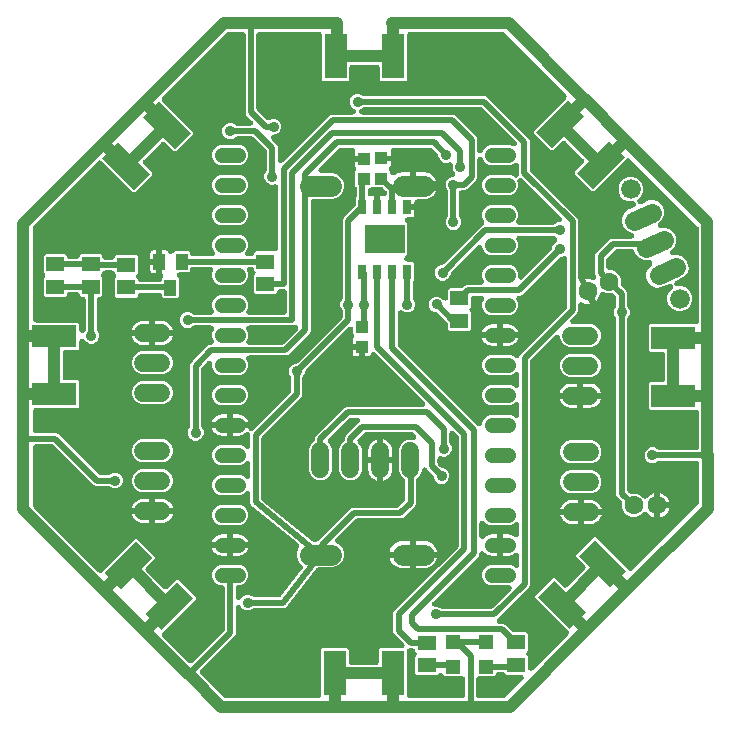
<source format=gbr>
G04 EAGLE Gerber RS-274X export*
G75*
%MOMM*%
%FSLAX34Y34*%
%LPD*%
%INTop Copper*%
%IPPOS*%
%AMOC8*
5,1,8,0,0,1.08239X$1,22.5*%
G01*
%ADD10C,1.524000*%
%ADD11R,1.930400X3.810000*%
%ADD12R,3.810000X1.930400*%
%ADD13C,1.308000*%
%ADD14C,1.778000*%
%ADD15C,1.600000*%
%ADD16R,1.500000X1.300000*%
%ADD17R,0.700000X1.300000*%
%ADD18R,3.400000X2.400000*%
%ADD19R,1.100000X1.000000*%
%ADD20R,1.000000X1.100000*%
%ADD21R,1.200000X1.200000*%
%ADD22C,1.650000*%
%ADD23C,1.676400*%
%ADD24R,1.000000X1.400000*%
%ADD25C,0.914400*%
%ADD26C,0.508000*%
%ADD27C,0.812800*%
%ADD28C,1.016000*%

G36*
X261945Y36615D02*
X261945Y36615D01*
X262032Y36611D01*
X262167Y36628D01*
X262304Y36637D01*
X262389Y36657D01*
X262475Y36668D01*
X262605Y36710D01*
X262738Y36742D01*
X262817Y36778D01*
X262900Y36804D01*
X263021Y36868D01*
X263146Y36924D01*
X263218Y36972D01*
X263295Y37013D01*
X263403Y37098D01*
X263516Y37175D01*
X263617Y37267D01*
X263646Y37289D01*
X263662Y37307D01*
X263699Y37341D01*
X293504Y67145D01*
X293536Y67184D01*
X293573Y67217D01*
X293679Y67355D01*
X293790Y67488D01*
X293815Y67532D01*
X293846Y67571D01*
X293925Y67726D01*
X294011Y67877D01*
X294028Y67924D01*
X294051Y67968D01*
X294102Y68134D01*
X294159Y68298D01*
X294167Y68348D01*
X294182Y68395D01*
X294202Y68567D01*
X294230Y68739D01*
X294229Y68789D01*
X294235Y68839D01*
X294224Y69012D01*
X294221Y69186D01*
X294211Y69235D01*
X294208Y69285D01*
X294167Y69454D01*
X294133Y69624D01*
X294114Y69670D01*
X294102Y69719D01*
X294032Y69877D01*
X293968Y70039D01*
X293941Y70081D01*
X293921Y70127D01*
X293823Y70271D01*
X293732Y70418D01*
X293698Y70455D01*
X293670Y70497D01*
X293504Y70680D01*
X265778Y98405D01*
X265778Y100089D01*
X280619Y114930D01*
X282303Y114930D01*
X289572Y107661D01*
X289611Y107629D01*
X289644Y107592D01*
X289782Y107486D01*
X289915Y107375D01*
X289958Y107350D01*
X289998Y107319D01*
X290153Y107240D01*
X290303Y107154D01*
X290351Y107137D01*
X290395Y107114D01*
X290561Y107064D01*
X290725Y107006D01*
X290774Y106998D01*
X290822Y106983D01*
X290994Y106963D01*
X291166Y106935D01*
X291216Y106936D01*
X291266Y106930D01*
X291439Y106941D01*
X291613Y106944D01*
X291661Y106954D01*
X291712Y106957D01*
X291880Y106998D01*
X292050Y107032D01*
X292097Y107051D01*
X292146Y107063D01*
X292304Y107133D01*
X292466Y107197D01*
X292508Y107224D01*
X292554Y107244D01*
X292698Y107342D01*
X292845Y107433D01*
X292882Y107467D01*
X292923Y107495D01*
X293107Y107661D01*
X307711Y122266D01*
X307744Y122304D01*
X307781Y122338D01*
X307887Y122475D01*
X307998Y122609D01*
X308022Y122652D01*
X308053Y122692D01*
X308133Y122846D01*
X308219Y122997D01*
X308235Y123044D01*
X308258Y123089D01*
X308309Y123254D01*
X308367Y123418D01*
X308375Y123468D01*
X308389Y123516D01*
X308410Y123688D01*
X308437Y123859D01*
X308436Y123909D01*
X308442Y123959D01*
X308432Y124133D01*
X308428Y124306D01*
X308419Y124355D01*
X308416Y124405D01*
X308374Y124574D01*
X308340Y124744D01*
X308322Y124790D01*
X308310Y124839D01*
X308239Y124997D01*
X308175Y125159D01*
X308149Y125202D01*
X308129Y125247D01*
X308031Y125391D01*
X307939Y125538D01*
X307906Y125575D01*
X307878Y125617D01*
X307711Y125800D01*
X300442Y133069D01*
X300442Y134753D01*
X315283Y149594D01*
X316967Y149594D01*
X344692Y121868D01*
X344731Y121836D01*
X344764Y121799D01*
X344902Y121693D01*
X345035Y121582D01*
X345079Y121557D01*
X345118Y121527D01*
X345273Y121447D01*
X345424Y121361D01*
X345471Y121345D01*
X345515Y121322D01*
X345681Y121271D01*
X345845Y121213D01*
X345895Y121205D01*
X345942Y121191D01*
X346114Y121170D01*
X346286Y121143D01*
X346336Y121144D01*
X346386Y121138D01*
X346559Y121148D01*
X346733Y121151D01*
X346782Y121161D01*
X346832Y121164D01*
X347001Y121205D01*
X347171Y121240D01*
X347217Y121258D01*
X347266Y121270D01*
X347424Y121340D01*
X347586Y121405D01*
X347628Y121431D01*
X347674Y121451D01*
X347818Y121549D01*
X347965Y121641D01*
X348002Y121674D01*
X348044Y121702D01*
X348227Y121868D01*
X403955Y177597D01*
X404075Y177740D01*
X404199Y177880D01*
X404218Y177911D01*
X404242Y177940D01*
X404334Y178102D01*
X404431Y178261D01*
X404444Y178296D01*
X404462Y178328D01*
X404524Y178504D01*
X404591Y178678D01*
X404598Y178714D01*
X404611Y178749D01*
X404640Y178934D01*
X404675Y179117D01*
X404678Y179167D01*
X404681Y179190D01*
X404680Y179227D01*
X404687Y179364D01*
X404687Y211928D01*
X404683Y211978D01*
X404685Y212028D01*
X404663Y212200D01*
X404647Y212373D01*
X404634Y212421D01*
X404628Y212471D01*
X404575Y212636D01*
X404529Y212804D01*
X404507Y212849D01*
X404492Y212896D01*
X404411Y213050D01*
X404336Y213206D01*
X404306Y213247D01*
X404283Y213291D01*
X404176Y213428D01*
X404074Y213568D01*
X404038Y213603D01*
X404007Y213642D01*
X403877Y213758D01*
X403752Y213878D01*
X403710Y213905D01*
X403672Y213939D01*
X403524Y214029D01*
X403380Y214125D01*
X403334Y214145D01*
X403291Y214171D01*
X403129Y214233D01*
X402969Y214302D01*
X402921Y214313D01*
X402874Y214331D01*
X402703Y214364D01*
X402534Y214403D01*
X402484Y214406D01*
X402435Y214415D01*
X402188Y214427D01*
X370803Y214427D01*
X370617Y214411D01*
X370431Y214399D01*
X370395Y214391D01*
X370358Y214387D01*
X370178Y214338D01*
X369997Y214294D01*
X369963Y214279D01*
X369927Y214269D01*
X369759Y214188D01*
X369589Y214112D01*
X369558Y214092D01*
X369525Y214076D01*
X369374Y213966D01*
X369219Y213861D01*
X369182Y213827D01*
X369163Y213814D01*
X369137Y213787D01*
X369036Y213695D01*
X368741Y213401D01*
X366314Y212395D01*
X363686Y212395D01*
X361259Y213401D01*
X359401Y215259D01*
X358395Y217686D01*
X358395Y220314D01*
X359401Y222741D01*
X361259Y224599D01*
X363686Y225605D01*
X366314Y225605D01*
X368741Y224599D01*
X369036Y224305D01*
X369179Y224185D01*
X369319Y224061D01*
X369350Y224042D01*
X369379Y224018D01*
X369541Y223926D01*
X369700Y223829D01*
X369735Y223816D01*
X369767Y223798D01*
X369943Y223736D01*
X370117Y223669D01*
X370153Y223662D01*
X370188Y223649D01*
X370373Y223620D01*
X370556Y223585D01*
X370606Y223582D01*
X370629Y223579D01*
X370666Y223580D01*
X370803Y223573D01*
X401988Y223573D01*
X402038Y223577D01*
X402088Y223575D01*
X402260Y223597D01*
X402433Y223613D01*
X402481Y223626D01*
X402531Y223632D01*
X402696Y223685D01*
X402864Y223731D01*
X402909Y223753D01*
X402956Y223768D01*
X403110Y223849D01*
X403266Y223924D01*
X403307Y223954D01*
X403351Y223977D01*
X403488Y224084D01*
X403628Y224186D01*
X403663Y224222D01*
X403702Y224253D01*
X403818Y224383D01*
X403938Y224508D01*
X403965Y224550D01*
X403999Y224588D01*
X404089Y224736D01*
X404185Y224880D01*
X404205Y224926D01*
X404231Y224969D01*
X404293Y225131D01*
X404362Y225291D01*
X404373Y225339D01*
X404391Y225386D01*
X404424Y225557D01*
X404463Y225726D01*
X404466Y225776D01*
X404475Y225825D01*
X404487Y226072D01*
X404487Y255254D01*
X404483Y255304D01*
X404485Y255354D01*
X404463Y255526D01*
X404447Y255699D01*
X404434Y255748D01*
X404428Y255797D01*
X404375Y255962D01*
X404329Y256130D01*
X404307Y256175D01*
X404292Y256223D01*
X404211Y256376D01*
X404136Y256533D01*
X404106Y256573D01*
X404083Y256617D01*
X403976Y256754D01*
X403874Y256895D01*
X403838Y256929D01*
X403807Y256969D01*
X403677Y257084D01*
X403552Y257204D01*
X403510Y257232D01*
X403472Y257265D01*
X403324Y257355D01*
X403180Y257451D01*
X403134Y257471D01*
X403091Y257497D01*
X402929Y257560D01*
X402769Y257628D01*
X402721Y257640D01*
X402674Y257658D01*
X402503Y257690D01*
X402334Y257730D01*
X402284Y257732D01*
X402235Y257741D01*
X401988Y257754D01*
X362992Y257754D01*
X361801Y258944D01*
X361801Y279932D01*
X362992Y281123D01*
X373272Y281123D01*
X373322Y281128D01*
X373372Y281125D01*
X373544Y281147D01*
X373717Y281163D01*
X373765Y281176D01*
X373815Y281183D01*
X373980Y281235D01*
X374148Y281282D01*
X374193Y281303D01*
X374241Y281318D01*
X374394Y281400D01*
X374550Y281475D01*
X374591Y281504D01*
X374635Y281528D01*
X374772Y281635D01*
X374912Y281737D01*
X374947Y281773D01*
X374986Y281804D01*
X375102Y281934D01*
X375222Y282059D01*
X375250Y282100D01*
X375283Y282138D01*
X375373Y282286D01*
X375469Y282431D01*
X375489Y282477D01*
X375515Y282520D01*
X375577Y282681D01*
X375646Y282841D01*
X375657Y282890D01*
X375675Y282936D01*
X375708Y283107D01*
X375747Y283276D01*
X375750Y283326D01*
X375759Y283375D01*
X375771Y283622D01*
X375771Y304276D01*
X375767Y304326D01*
X375769Y304376D01*
X375747Y304548D01*
X375731Y304721D01*
X375718Y304770D01*
X375712Y304819D01*
X375659Y304984D01*
X375613Y305152D01*
X375591Y305197D01*
X375576Y305245D01*
X375495Y305398D01*
X375420Y305555D01*
X375390Y305595D01*
X375367Y305639D01*
X375260Y305776D01*
X375158Y305917D01*
X375122Y305951D01*
X375091Y305991D01*
X374961Y306106D01*
X374836Y306226D01*
X374794Y306254D01*
X374757Y306287D01*
X374608Y306377D01*
X374464Y306473D01*
X374418Y306493D01*
X374375Y306519D01*
X374213Y306582D01*
X374054Y306650D01*
X374005Y306662D01*
X373958Y306680D01*
X373787Y306712D01*
X373618Y306752D01*
X373569Y306754D01*
X373519Y306763D01*
X373272Y306776D01*
X362992Y306776D01*
X361801Y307966D01*
X361801Y328954D01*
X362992Y330145D01*
X401988Y330145D01*
X402038Y330150D01*
X402088Y330147D01*
X402260Y330169D01*
X402433Y330185D01*
X402481Y330198D01*
X402531Y330205D01*
X402696Y330257D01*
X402864Y330304D01*
X402909Y330325D01*
X402956Y330340D01*
X403110Y330422D01*
X403266Y330497D01*
X403307Y330526D01*
X403351Y330550D01*
X403488Y330657D01*
X403628Y330759D01*
X403663Y330795D01*
X403702Y330826D01*
X403818Y330956D01*
X403938Y331081D01*
X403965Y331122D01*
X403999Y331160D01*
X404089Y331308D01*
X404185Y331453D01*
X404205Y331499D01*
X404231Y331542D01*
X404293Y331703D01*
X404362Y331863D01*
X404373Y331912D01*
X404391Y331958D01*
X404424Y332129D01*
X404463Y332298D01*
X404466Y332348D01*
X404475Y332397D01*
X404487Y332644D01*
X404487Y410582D01*
X404471Y410768D01*
X404459Y410954D01*
X404451Y410990D01*
X404447Y411027D01*
X404398Y411207D01*
X404354Y411388D01*
X404339Y411422D01*
X404329Y411458D01*
X404248Y411626D01*
X404172Y411796D01*
X404152Y411827D01*
X404136Y411860D01*
X404026Y412011D01*
X403921Y412166D01*
X403887Y412203D01*
X403874Y412222D01*
X403847Y412248D01*
X403755Y412349D01*
X346348Y469756D01*
X346310Y469788D01*
X346276Y469825D01*
X346139Y469931D01*
X346005Y470043D01*
X345962Y470067D01*
X345922Y470098D01*
X345768Y470178D01*
X345617Y470263D01*
X345570Y470280D01*
X345525Y470303D01*
X345360Y470354D01*
X345196Y470412D01*
X345146Y470419D01*
X345098Y470434D01*
X344926Y470455D01*
X344755Y470482D01*
X344704Y470481D01*
X344655Y470487D01*
X344481Y470477D01*
X344308Y470473D01*
X344259Y470463D01*
X344209Y470460D01*
X344040Y470419D01*
X343870Y470385D01*
X343823Y470367D01*
X343775Y470355D01*
X343616Y470284D01*
X343455Y470220D01*
X343412Y470194D01*
X343367Y470173D01*
X343223Y470076D01*
X343076Y469984D01*
X343039Y469951D01*
X342997Y469922D01*
X342814Y469756D01*
X315770Y442712D01*
X314086Y442712D01*
X299245Y457553D01*
X299245Y459237D01*
X306514Y466506D01*
X306546Y466545D01*
X306583Y466578D01*
X306690Y466716D01*
X306801Y466849D01*
X306825Y466892D01*
X306856Y466932D01*
X306936Y467087D01*
X307021Y467237D01*
X307038Y467285D01*
X307061Y467329D01*
X307112Y467495D01*
X307170Y467659D01*
X307177Y467708D01*
X307192Y467756D01*
X307213Y467928D01*
X307240Y468100D01*
X307239Y468150D01*
X307245Y468200D01*
X307235Y468373D01*
X307231Y468546D01*
X307221Y468595D01*
X307218Y468645D01*
X307177Y468814D01*
X307143Y468984D01*
X307125Y469031D01*
X307113Y469079D01*
X307042Y469238D01*
X306978Y469400D01*
X306952Y469442D01*
X306931Y469488D01*
X306834Y469632D01*
X306742Y469779D01*
X306709Y469816D01*
X306680Y469857D01*
X306514Y470041D01*
X291910Y484645D01*
X291871Y484677D01*
X291838Y484715D01*
X291700Y484821D01*
X291567Y484932D01*
X291523Y484956D01*
X291484Y484987D01*
X291329Y485067D01*
X291178Y485152D01*
X291131Y485169D01*
X291087Y485192D01*
X290921Y485243D01*
X290757Y485301D01*
X290707Y485309D01*
X290660Y485323D01*
X290488Y485344D01*
X290316Y485371D01*
X290266Y485370D01*
X290216Y485376D01*
X290043Y485366D01*
X289869Y485362D01*
X289820Y485353D01*
X289770Y485350D01*
X289601Y485308D01*
X289431Y485274D01*
X289385Y485256D01*
X289336Y485244D01*
X289178Y485173D01*
X289016Y485109D01*
X288974Y485083D01*
X288928Y485063D01*
X288784Y484965D01*
X288637Y484873D01*
X288600Y484840D01*
X288559Y484811D01*
X288375Y484645D01*
X281106Y477376D01*
X279422Y477376D01*
X264581Y492217D01*
X264581Y493901D01*
X291625Y520945D01*
X291657Y520983D01*
X291694Y521017D01*
X291800Y521154D01*
X291912Y521288D01*
X291936Y521331D01*
X291967Y521371D01*
X292047Y521525D01*
X292132Y521676D01*
X292149Y521723D01*
X292172Y521768D01*
X292223Y521933D01*
X292280Y522097D01*
X292288Y522147D01*
X292303Y522195D01*
X292324Y522367D01*
X292351Y522538D01*
X292350Y522589D01*
X292356Y522638D01*
X292346Y522812D01*
X292342Y522985D01*
X292332Y523034D01*
X292329Y523084D01*
X292288Y523253D01*
X292254Y523423D01*
X292235Y523470D01*
X292224Y523518D01*
X292153Y523677D01*
X292089Y523838D01*
X292063Y523881D01*
X292042Y523926D01*
X291944Y524070D01*
X291853Y524217D01*
X291820Y524254D01*
X291791Y524296D01*
X291625Y524479D01*
X239349Y576755D01*
X239206Y576875D01*
X239066Y576999D01*
X239035Y577018D01*
X239006Y577042D01*
X238844Y577134D01*
X238685Y577231D01*
X238650Y577244D01*
X238618Y577262D01*
X238442Y577324D01*
X238268Y577391D01*
X238232Y577398D01*
X238197Y577411D01*
X238012Y577440D01*
X237829Y577475D01*
X237779Y577478D01*
X237756Y577481D01*
X237719Y577480D01*
X237582Y577487D01*
X159971Y577487D01*
X159921Y577483D01*
X159871Y577485D01*
X159699Y577463D01*
X159526Y577447D01*
X159478Y577434D01*
X159428Y577428D01*
X159263Y577375D01*
X159096Y577329D01*
X159050Y577307D01*
X159003Y577292D01*
X158850Y577211D01*
X158693Y577136D01*
X158652Y577106D01*
X158608Y577083D01*
X158472Y576976D01*
X158331Y576874D01*
X158296Y576838D01*
X158257Y576807D01*
X158142Y576677D01*
X158021Y576552D01*
X157994Y576510D01*
X157961Y576472D01*
X157870Y576324D01*
X157774Y576180D01*
X157754Y576134D01*
X157728Y576091D01*
X157666Y575929D01*
X157597Y575769D01*
X157586Y575721D01*
X157568Y575674D01*
X157535Y575503D01*
X157496Y575334D01*
X157494Y575284D01*
X157484Y575235D01*
X157472Y574988D01*
X157472Y536844D01*
X156281Y535653D01*
X135293Y535653D01*
X134102Y536844D01*
X134102Y547124D01*
X134098Y547174D01*
X134100Y547224D01*
X134078Y547396D01*
X134063Y547569D01*
X134049Y547617D01*
X134043Y547667D01*
X133990Y547832D01*
X133944Y548000D01*
X133922Y548045D01*
X133907Y548092D01*
X133826Y548246D01*
X133751Y548402D01*
X133721Y548443D01*
X133698Y548487D01*
X133591Y548624D01*
X133489Y548764D01*
X133453Y548799D01*
X133422Y548838D01*
X133292Y548954D01*
X133167Y549074D01*
X133125Y549101D01*
X133088Y549135D01*
X132939Y549225D01*
X132795Y549321D01*
X132749Y549341D01*
X132706Y549367D01*
X132544Y549429D01*
X132385Y549498D01*
X132336Y549509D01*
X132289Y549527D01*
X132118Y549560D01*
X131950Y549599D01*
X131900Y549602D01*
X131850Y549611D01*
X131603Y549623D01*
X110949Y549623D01*
X110899Y549619D01*
X110849Y549621D01*
X110677Y549599D01*
X110504Y549583D01*
X110456Y549570D01*
X110406Y549564D01*
X110241Y549511D01*
X110074Y549465D01*
X110028Y549443D01*
X109981Y549428D01*
X109828Y549347D01*
X109671Y549272D01*
X109630Y549242D01*
X109586Y549219D01*
X109450Y549112D01*
X109309Y549010D01*
X109274Y548974D01*
X109235Y548943D01*
X109120Y548813D01*
X108999Y548688D01*
X108972Y548646D01*
X108939Y548609D01*
X108848Y548460D01*
X108752Y548316D01*
X108732Y548270D01*
X108706Y548227D01*
X108644Y548065D01*
X108575Y547905D01*
X108564Y547857D01*
X108546Y547810D01*
X108513Y547639D01*
X108474Y547470D01*
X108472Y547421D01*
X108462Y547371D01*
X108450Y547124D01*
X108450Y536844D01*
X107259Y535653D01*
X86271Y535653D01*
X85080Y536844D01*
X85080Y574988D01*
X85076Y575038D01*
X85078Y575088D01*
X85056Y575260D01*
X85041Y575433D01*
X85027Y575481D01*
X85021Y575531D01*
X84968Y575696D01*
X84922Y575864D01*
X84900Y575909D01*
X84885Y575956D01*
X84804Y576110D01*
X84729Y576266D01*
X84699Y576307D01*
X84676Y576351D01*
X84569Y576488D01*
X84467Y576628D01*
X84431Y576663D01*
X84400Y576702D01*
X84270Y576818D01*
X84145Y576938D01*
X84103Y576965D01*
X84066Y576999D01*
X83917Y577089D01*
X83773Y577185D01*
X83727Y577205D01*
X83684Y577231D01*
X83522Y577293D01*
X83363Y577362D01*
X83314Y577373D01*
X83267Y577391D01*
X83096Y577424D01*
X82928Y577463D01*
X82878Y577466D01*
X82828Y577475D01*
X82581Y577487D01*
X32272Y577487D01*
X32222Y577483D01*
X32172Y577485D01*
X32000Y577463D01*
X31827Y577447D01*
X31779Y577434D01*
X31729Y577428D01*
X31564Y577375D01*
X31396Y577329D01*
X31351Y577307D01*
X31304Y577292D01*
X31150Y577211D01*
X30994Y577136D01*
X30953Y577106D01*
X30909Y577083D01*
X30772Y576976D01*
X30632Y576874D01*
X30597Y576838D01*
X30558Y576807D01*
X30442Y576677D01*
X30322Y576552D01*
X30295Y576510D01*
X30261Y576472D01*
X30171Y576324D01*
X30075Y576180D01*
X30055Y576134D01*
X30029Y576091D01*
X29967Y575929D01*
X29898Y575769D01*
X29887Y575721D01*
X29869Y575674D01*
X29836Y575503D01*
X29797Y575334D01*
X29794Y575284D01*
X29785Y575235D01*
X29773Y574988D01*
X29773Y512829D01*
X29789Y512643D01*
X29801Y512457D01*
X29809Y512421D01*
X29813Y512384D01*
X29862Y512204D01*
X29906Y512023D01*
X29921Y511990D01*
X29931Y511954D01*
X30012Y511785D01*
X30088Y511615D01*
X30108Y511584D01*
X30124Y511551D01*
X30234Y511400D01*
X30339Y511246D01*
X30373Y511208D01*
X30386Y511189D01*
X30413Y511164D01*
X30505Y511062D01*
X38141Y503426D01*
X38146Y503422D01*
X38150Y503417D01*
X38317Y503279D01*
X38483Y503140D01*
X38489Y503137D01*
X38494Y503132D01*
X38684Y503026D01*
X38872Y502919D01*
X38878Y502917D01*
X38884Y502914D01*
X39088Y502843D01*
X39293Y502771D01*
X39300Y502770D01*
X39306Y502768D01*
X39519Y502735D01*
X39734Y502700D01*
X39741Y502700D01*
X39747Y502699D01*
X39966Y502705D01*
X40181Y502709D01*
X40187Y502710D01*
X40194Y502711D01*
X40409Y502755D01*
X40619Y502797D01*
X40625Y502800D01*
X40631Y502801D01*
X40864Y502884D01*
X43086Y503805D01*
X45714Y503805D01*
X48141Y502799D01*
X49999Y500941D01*
X51005Y498514D01*
X51005Y495886D01*
X49999Y493459D01*
X48141Y491601D01*
X45714Y490595D01*
X44405Y490595D01*
X44269Y490583D01*
X44132Y490580D01*
X44047Y490563D01*
X43960Y490555D01*
X43828Y490519D01*
X43694Y490492D01*
X43613Y490460D01*
X43530Y490437D01*
X43406Y490378D01*
X43279Y490327D01*
X43205Y490281D01*
X43127Y490244D01*
X43016Y490163D01*
X42900Y490091D01*
X42835Y490033D01*
X42765Y489982D01*
X42670Y489883D01*
X42569Y489791D01*
X42516Y489722D01*
X42456Y489660D01*
X42380Y489546D01*
X42296Y489437D01*
X42256Y489360D01*
X42208Y489288D01*
X42154Y489162D01*
X42091Y489040D01*
X42066Y488957D01*
X42031Y488877D01*
X42000Y488744D01*
X41960Y488613D01*
X41950Y488527D01*
X41930Y488442D01*
X41923Y488306D01*
X41907Y488170D01*
X41912Y488083D01*
X41908Y487996D01*
X41926Y487861D01*
X41934Y487724D01*
X41954Y487639D01*
X41966Y487553D01*
X42007Y487423D01*
X42040Y487290D01*
X42075Y487211D01*
X42101Y487128D01*
X42165Y487007D01*
X42221Y486882D01*
X42270Y486810D01*
X42310Y486733D01*
X42395Y486625D01*
X42472Y486512D01*
X42564Y486411D01*
X42587Y486382D01*
X42604Y486366D01*
X42638Y486329D01*
X46977Y481990D01*
X47673Y480310D01*
X47673Y468834D01*
X47685Y468698D01*
X47688Y468561D01*
X47705Y468476D01*
X47713Y468389D01*
X47749Y468257D01*
X47776Y468123D01*
X47808Y468043D01*
X47831Y467959D01*
X47890Y467835D01*
X47941Y467708D01*
X47987Y467634D01*
X48024Y467556D01*
X48105Y467445D01*
X48177Y467329D01*
X48235Y467265D01*
X48286Y467194D01*
X48385Y467099D01*
X48477Y466998D01*
X48546Y466945D01*
X48608Y466885D01*
X48722Y466809D01*
X48831Y466725D01*
X48908Y466685D01*
X48980Y466637D01*
X49106Y466583D01*
X49228Y466520D01*
X49311Y466495D01*
X49391Y466460D01*
X49524Y466429D01*
X49655Y466389D01*
X49741Y466379D01*
X49826Y466359D01*
X49962Y466352D01*
X50098Y466336D01*
X50185Y466341D01*
X50272Y466337D01*
X50407Y466355D01*
X50544Y466363D01*
X50629Y466383D01*
X50715Y466395D01*
X50845Y466436D01*
X50978Y466469D01*
X51057Y466504D01*
X51140Y466530D01*
X51261Y466594D01*
X51386Y466650D01*
X51458Y466699D01*
X51535Y466739D01*
X51643Y466824D01*
X51756Y466901D01*
X51857Y466993D01*
X51886Y467016D01*
X51902Y467033D01*
X51939Y467067D01*
X90056Y505184D01*
X91694Y506822D01*
X93374Y507518D01*
X111607Y507518D01*
X111786Y507534D01*
X111966Y507544D01*
X112009Y507554D01*
X112052Y507558D01*
X112226Y507605D01*
X112401Y507647D01*
X112441Y507665D01*
X112483Y507676D01*
X112645Y507754D01*
X112810Y507826D01*
X112846Y507851D01*
X112886Y507869D01*
X113032Y507975D01*
X113181Y508075D01*
X113212Y508106D01*
X113247Y508131D01*
X113372Y508261D01*
X113501Y508387D01*
X113527Y508422D01*
X113557Y508453D01*
X113657Y508603D01*
X113761Y508750D01*
X113780Y508789D01*
X113804Y508825D01*
X113875Y508991D01*
X113953Y509154D01*
X113964Y509196D01*
X113981Y509236D01*
X114022Y509410D01*
X114069Y509585D01*
X114072Y509628D01*
X114082Y509671D01*
X114091Y509850D01*
X114106Y510030D01*
X114102Y510073D01*
X114104Y510117D01*
X114081Y510295D01*
X114064Y510475D01*
X114052Y510517D01*
X114047Y510560D01*
X113992Y510731D01*
X113943Y510905D01*
X113924Y510944D01*
X113911Y510985D01*
X113827Y511144D01*
X113748Y511306D01*
X113722Y511342D01*
X113702Y511380D01*
X113591Y511521D01*
X113484Y511667D01*
X113453Y511697D01*
X113426Y511731D01*
X113291Y511851D01*
X113161Y511975D01*
X113124Y511999D01*
X113092Y512028D01*
X112938Y512121D01*
X112787Y512220D01*
X112733Y512246D01*
X112710Y512260D01*
X112675Y512273D01*
X112564Y512326D01*
X111659Y512701D01*
X109801Y514559D01*
X108795Y516986D01*
X108795Y519614D01*
X109801Y522041D01*
X111659Y523899D01*
X114086Y524905D01*
X116714Y524905D01*
X119141Y523899D01*
X119436Y523605D01*
X119579Y523485D01*
X119719Y523361D01*
X119750Y523342D01*
X119779Y523318D01*
X119941Y523226D01*
X120100Y523129D01*
X120135Y523116D01*
X120167Y523098D01*
X120343Y523036D01*
X120517Y522969D01*
X120553Y522962D01*
X120588Y522949D01*
X120773Y522920D01*
X120956Y522885D01*
X121006Y522882D01*
X121029Y522879D01*
X121066Y522880D01*
X121203Y522873D01*
X223460Y522873D01*
X225140Y522177D01*
X260417Y486900D01*
X261113Y485220D01*
X261113Y460889D01*
X261129Y460703D01*
X261141Y460517D01*
X261149Y460481D01*
X261153Y460444D01*
X261202Y460264D01*
X261246Y460083D01*
X261261Y460050D01*
X261271Y460014D01*
X261352Y459845D01*
X261428Y459675D01*
X261448Y459644D01*
X261464Y459611D01*
X261574Y459460D01*
X261679Y459306D01*
X261713Y459268D01*
X261726Y459249D01*
X261753Y459224D01*
X261845Y459122D01*
X301377Y419590D01*
X302073Y417910D01*
X302073Y369386D01*
X302090Y369195D01*
X302102Y369004D01*
X302110Y368973D01*
X302113Y368941D01*
X302164Y368756D01*
X302209Y368571D01*
X302223Y368541D01*
X302231Y368510D01*
X302314Y368338D01*
X302392Y368163D01*
X302410Y368137D01*
X302424Y368108D01*
X302537Y367952D01*
X302645Y367795D01*
X302667Y367772D01*
X302686Y367746D01*
X302824Y367613D01*
X302959Y367477D01*
X302985Y367459D01*
X303008Y367436D01*
X303130Y367355D01*
X308058Y356640D01*
X308059Y356640D01*
X312340Y347331D01*
X311159Y347144D01*
X309500Y347144D01*
X307861Y347403D01*
X306283Y347916D01*
X305707Y348209D01*
X305529Y348281D01*
X305353Y348357D01*
X305322Y348364D01*
X305292Y348376D01*
X305104Y348415D01*
X304918Y348458D01*
X304886Y348459D01*
X304855Y348466D01*
X304663Y348470D01*
X304472Y348480D01*
X304440Y348476D01*
X304408Y348476D01*
X304219Y348447D01*
X304029Y348422D01*
X303999Y348412D01*
X303967Y348407D01*
X303786Y348345D01*
X303604Y348287D01*
X303575Y348272D01*
X303545Y348261D01*
X303378Y348167D01*
X303209Y348077D01*
X303184Y348058D01*
X303156Y348042D01*
X303008Y347919D01*
X302858Y347801D01*
X302836Y347777D01*
X302812Y347757D01*
X302688Y347610D01*
X302561Y347467D01*
X302545Y347440D01*
X302524Y347415D01*
X302429Y347249D01*
X302329Y347085D01*
X302318Y347055D01*
X302302Y347027D01*
X302238Y346848D01*
X302169Y346669D01*
X302163Y346637D01*
X302152Y346607D01*
X302121Y346418D01*
X302085Y346230D01*
X302083Y346186D01*
X302079Y346166D01*
X302080Y346130D01*
X302073Y345983D01*
X302073Y341090D01*
X301377Y339410D01*
X299739Y337772D01*
X296252Y334285D01*
X296164Y334180D01*
X296069Y334081D01*
X296021Y334009D01*
X295965Y333942D01*
X295898Y333823D01*
X295822Y333709D01*
X295787Y333629D01*
X295745Y333554D01*
X295699Y333424D01*
X295645Y333299D01*
X295625Y333215D01*
X295596Y333132D01*
X295575Y332997D01*
X295544Y332864D01*
X295539Y332777D01*
X295526Y332691D01*
X295528Y332554D01*
X295522Y332418D01*
X295533Y332332D01*
X295535Y332245D01*
X295562Y332111D01*
X295579Y331975D01*
X295606Y331892D01*
X295623Y331807D01*
X295673Y331680D01*
X295715Y331549D01*
X295756Y331472D01*
X295788Y331392D01*
X295860Y331275D01*
X295924Y331155D01*
X295978Y331086D01*
X296024Y331012D01*
X296116Y330911D01*
X296200Y330803D01*
X296265Y330746D01*
X296324Y330681D01*
X296432Y330598D01*
X296534Y330507D01*
X296609Y330462D01*
X296678Y330409D01*
X296799Y330346D01*
X296916Y330275D01*
X296997Y330244D01*
X297074Y330204D01*
X297205Y330164D01*
X297333Y330114D01*
X297419Y330098D01*
X297501Y330073D01*
X297637Y330056D01*
X297772Y330031D01*
X297908Y330024D01*
X297945Y330019D01*
X297968Y330021D01*
X298019Y330018D01*
X313578Y330018D01*
X317125Y328549D01*
X319841Y325833D01*
X321310Y322286D01*
X321310Y318446D01*
X319841Y314898D01*
X317125Y312182D01*
X313578Y310713D01*
X294498Y310713D01*
X290950Y312182D01*
X288234Y314898D01*
X286765Y318446D01*
X286765Y318764D01*
X286753Y318901D01*
X286750Y319037D01*
X286733Y319122D01*
X286725Y319209D01*
X286689Y319341D01*
X286662Y319475D01*
X286630Y319556D01*
X286606Y319640D01*
X286547Y319763D01*
X286497Y319890D01*
X286451Y319964D01*
X286413Y320043D01*
X286333Y320154D01*
X286261Y320270D01*
X286202Y320334D01*
X286151Y320405D01*
X286053Y320499D01*
X285961Y320601D01*
X285892Y320654D01*
X285829Y320714D01*
X285715Y320790D01*
X285607Y320873D01*
X285530Y320913D01*
X285457Y320961D01*
X285332Y321016D01*
X285210Y321078D01*
X285127Y321104D01*
X285047Y321138D01*
X284914Y321169D01*
X284783Y321209D01*
X284697Y321220D01*
X284612Y321239D01*
X284475Y321246D01*
X284339Y321263D01*
X284253Y321257D01*
X284166Y321262D01*
X284030Y321244D01*
X283894Y321236D01*
X283809Y321215D01*
X283723Y321204D01*
X283592Y321162D01*
X283460Y321130D01*
X283380Y321095D01*
X283297Y321068D01*
X283176Y321004D01*
X283051Y320949D01*
X282979Y320900D01*
X282903Y320859D01*
X282795Y320775D01*
X282682Y320698D01*
X282580Y320606D01*
X282551Y320583D01*
X282536Y320566D01*
X282498Y320532D01*
X262283Y300316D01*
X262163Y300173D01*
X262040Y300033D01*
X262020Y300002D01*
X261997Y299973D01*
X261904Y299811D01*
X261807Y299652D01*
X261794Y299617D01*
X261776Y299585D01*
X261714Y299409D01*
X261647Y299235D01*
X261640Y299199D01*
X261628Y299164D01*
X261598Y298979D01*
X261563Y298796D01*
X261561Y298746D01*
X261557Y298723D01*
X261558Y298686D01*
X261551Y298549D01*
X261551Y109265D01*
X260855Y107584D01*
X233868Y80597D01*
X233780Y80492D01*
X233685Y80393D01*
X233637Y80321D01*
X233581Y80254D01*
X233514Y80135D01*
X233438Y80021D01*
X233404Y79941D01*
X233361Y79866D01*
X233315Y79737D01*
X233261Y79611D01*
X233241Y79527D01*
X233213Y79444D01*
X233191Y79309D01*
X233160Y79176D01*
X233156Y79089D01*
X233142Y79003D01*
X233145Y78866D01*
X233138Y78730D01*
X233149Y78644D01*
X233151Y78557D01*
X233178Y78423D01*
X233195Y78287D01*
X233222Y78204D01*
X233239Y78119D01*
X233289Y77992D01*
X233331Y77861D01*
X233372Y77785D01*
X233404Y77704D01*
X233476Y77587D01*
X233540Y77467D01*
X233594Y77398D01*
X233640Y77324D01*
X233732Y77223D01*
X233816Y77116D01*
X233881Y77058D01*
X233940Y76993D01*
X234048Y76910D01*
X234151Y76819D01*
X234225Y76774D01*
X234294Y76721D01*
X234415Y76658D01*
X234532Y76587D01*
X234613Y76556D01*
X234691Y76516D01*
X234821Y76476D01*
X234949Y76426D01*
X235035Y76410D01*
X235118Y76385D01*
X235253Y76368D01*
X235388Y76343D01*
X235525Y76336D01*
X235561Y76332D01*
X235585Y76333D01*
X235635Y76331D01*
X238820Y76331D01*
X240501Y75634D01*
X246170Y69965D01*
X246314Y69845D01*
X246453Y69721D01*
X246485Y69702D01*
X246513Y69678D01*
X246675Y69586D01*
X246835Y69489D01*
X246869Y69476D01*
X246902Y69458D01*
X247078Y69396D01*
X247252Y69329D01*
X247288Y69322D01*
X247323Y69309D01*
X247507Y69280D01*
X247690Y69245D01*
X247741Y69242D01*
X247764Y69239D01*
X247801Y69240D01*
X247938Y69233D01*
X258242Y69233D01*
X259433Y68042D01*
X259433Y53358D01*
X259042Y52967D01*
X259010Y52929D01*
X258973Y52895D01*
X258867Y52758D01*
X258756Y52624D01*
X258731Y52581D01*
X258700Y52541D01*
X258621Y52387D01*
X258535Y52236D01*
X258518Y52189D01*
X258495Y52144D01*
X258444Y51979D01*
X258387Y51815D01*
X258379Y51765D01*
X258364Y51717D01*
X258343Y51545D01*
X258316Y51374D01*
X258317Y51324D01*
X258311Y51274D01*
X258321Y51100D01*
X258325Y50927D01*
X258335Y50878D01*
X258338Y50828D01*
X258379Y50660D01*
X258413Y50489D01*
X258432Y50442D01*
X258443Y50394D01*
X258514Y50235D01*
X258578Y50074D01*
X258604Y50032D01*
X258625Y49986D01*
X258722Y49842D01*
X258814Y49695D01*
X258848Y49658D01*
X258876Y49616D01*
X259042Y49433D01*
X259433Y49042D01*
X259433Y39108D01*
X259445Y38972D01*
X259448Y38835D01*
X259465Y38750D01*
X259473Y38663D01*
X259509Y38531D01*
X259536Y38397D01*
X259568Y38316D01*
X259591Y38232D01*
X259650Y38109D01*
X259701Y37982D01*
X259747Y37908D01*
X259784Y37830D01*
X259865Y37719D01*
X259937Y37603D01*
X259995Y37538D01*
X260046Y37468D01*
X260145Y37373D01*
X260237Y37272D01*
X260306Y37218D01*
X260368Y37158D01*
X260482Y37083D01*
X260591Y36999D01*
X260668Y36959D01*
X260740Y36911D01*
X260866Y36857D01*
X260988Y36794D01*
X261071Y36769D01*
X261151Y36734D01*
X261284Y36703D01*
X261415Y36663D01*
X261501Y36653D01*
X261586Y36633D01*
X261722Y36626D01*
X261858Y36610D01*
X261945Y36615D01*
G37*
G36*
X-25911Y42717D02*
X-25911Y42717D01*
X-25738Y42720D01*
X-25689Y42730D01*
X-25639Y42733D01*
X-25470Y42774D01*
X-25300Y42808D01*
X-25254Y42827D01*
X-25205Y42839D01*
X-25046Y42909D01*
X-24885Y42973D01*
X-24842Y43000D01*
X-24797Y43020D01*
X-24653Y43118D01*
X-24506Y43209D01*
X-24469Y43243D01*
X-24427Y43271D01*
X-24244Y43437D01*
X2201Y69882D01*
X2321Y70025D01*
X2444Y70164D01*
X2463Y70196D01*
X2487Y70224D01*
X2580Y70387D01*
X2676Y70546D01*
X2690Y70581D01*
X2708Y70613D01*
X2770Y70789D01*
X2837Y70963D01*
X2844Y70999D01*
X2856Y71034D01*
X2886Y71218D01*
X2921Y71402D01*
X2923Y71452D01*
X2927Y71475D01*
X2926Y71512D01*
X2933Y71649D01*
X2933Y106529D01*
X2928Y106579D01*
X2931Y106629D01*
X2908Y106801D01*
X2893Y106974D01*
X2880Y107023D01*
X2873Y107072D01*
X2821Y107237D01*
X2774Y107405D01*
X2753Y107450D01*
X2738Y107498D01*
X2656Y107651D01*
X2581Y107808D01*
X2552Y107848D01*
X2528Y107893D01*
X2421Y108029D01*
X2319Y108170D01*
X2283Y108204D01*
X2252Y108244D01*
X2122Y108359D01*
X1997Y108479D01*
X1956Y108507D01*
X1918Y108540D01*
X1770Y108630D01*
X1625Y108726D01*
X1579Y108746D01*
X1536Y108772D01*
X1374Y108835D01*
X1215Y108903D01*
X1166Y108915D01*
X1120Y108933D01*
X949Y108965D01*
X780Y109005D01*
X730Y109007D01*
X681Y109016D01*
X434Y109029D01*
X-740Y109029D01*
X-3890Y110334D01*
X-6302Y112745D01*
X-7607Y115896D01*
X-7607Y119307D01*
X-6302Y122457D01*
X-3890Y124869D01*
X-740Y126174D01*
X15751Y126174D01*
X18902Y124869D01*
X21313Y122457D01*
X22618Y119307D01*
X22618Y115896D01*
X21313Y112745D01*
X18902Y110334D01*
X15751Y109029D01*
X14578Y109029D01*
X14528Y109024D01*
X14478Y109027D01*
X14306Y109004D01*
X14133Y108989D01*
X14084Y108975D01*
X14035Y108969D01*
X13870Y108916D01*
X13702Y108870D01*
X13657Y108849D01*
X13609Y108833D01*
X13456Y108752D01*
X13299Y108677D01*
X13259Y108648D01*
X13214Y108624D01*
X13078Y108517D01*
X12937Y108415D01*
X12903Y108379D01*
X12863Y108348D01*
X12748Y108218D01*
X12628Y108093D01*
X12600Y108051D01*
X12567Y108014D01*
X12477Y107866D01*
X12381Y107721D01*
X12361Y107675D01*
X12335Y107632D01*
X12272Y107470D01*
X12204Y107311D01*
X12192Y107262D01*
X12174Y107215D01*
X12142Y107044D01*
X12102Y106876D01*
X12100Y106826D01*
X12091Y106777D01*
X12078Y106529D01*
X12078Y98963D01*
X12094Y98784D01*
X12104Y98604D01*
X12114Y98562D01*
X12118Y98518D01*
X12166Y98345D01*
X12208Y98170D01*
X12225Y98130D01*
X12237Y98088D01*
X12315Y97925D01*
X12387Y97760D01*
X12411Y97724D01*
X12430Y97685D01*
X12536Y97539D01*
X12636Y97390D01*
X12666Y97358D01*
X12692Y97323D01*
X12822Y97198D01*
X12947Y97069D01*
X12983Y97044D01*
X13014Y97014D01*
X13164Y96914D01*
X13310Y96809D01*
X13350Y96791D01*
X13386Y96766D01*
X13552Y96695D01*
X13714Y96618D01*
X13756Y96607D01*
X13796Y96589D01*
X13971Y96549D01*
X14146Y96502D01*
X14189Y96498D01*
X14231Y96488D01*
X14411Y96479D01*
X14591Y96464D01*
X14634Y96468D01*
X14677Y96466D01*
X14856Y96489D01*
X15035Y96506D01*
X15077Y96518D01*
X15120Y96524D01*
X15292Y96578D01*
X15465Y96627D01*
X15505Y96646D01*
X15546Y96659D01*
X15705Y96744D01*
X15867Y96823D01*
X15902Y96848D01*
X15941Y96869D01*
X16082Y96980D01*
X16228Y97086D01*
X16258Y97118D01*
X16292Y97145D01*
X16411Y97279D01*
X16535Y97410D01*
X16559Y97446D01*
X16588Y97479D01*
X16682Y97632D01*
X16781Y97783D01*
X16806Y97838D01*
X16820Y97861D01*
X16834Y97895D01*
X16887Y98007D01*
X16901Y98041D01*
X18759Y99899D01*
X21186Y100905D01*
X23814Y100905D01*
X26241Y99899D01*
X26536Y99605D01*
X26679Y99485D01*
X26819Y99361D01*
X26850Y99342D01*
X26879Y99318D01*
X27041Y99226D01*
X27200Y99129D01*
X27235Y99116D01*
X27267Y99098D01*
X27443Y99036D01*
X27617Y98969D01*
X27653Y98962D01*
X27688Y98949D01*
X27873Y98920D01*
X28056Y98885D01*
X28106Y98882D01*
X28129Y98879D01*
X28166Y98880D01*
X28303Y98873D01*
X49015Y98873D01*
X49139Y98884D01*
X49264Y98885D01*
X49361Y98904D01*
X49460Y98913D01*
X49580Y98946D01*
X49703Y98969D01*
X49795Y99005D01*
X49891Y99031D01*
X50003Y99085D01*
X50119Y99130D01*
X50204Y99181D01*
X50293Y99224D01*
X50394Y99297D01*
X50501Y99362D01*
X50575Y99428D01*
X50655Y99486D01*
X50742Y99576D01*
X50835Y99659D01*
X50942Y99785D01*
X50965Y99808D01*
X50974Y99822D01*
X50995Y99847D01*
X68607Y122724D01*
X68667Y122818D01*
X68736Y122907D01*
X68787Y123006D01*
X68847Y123101D01*
X68889Y123204D01*
X68941Y123304D01*
X68974Y123411D01*
X69016Y123514D01*
X69039Y123624D01*
X69072Y123731D01*
X69085Y123842D01*
X69108Y123951D01*
X69112Y124063D01*
X69125Y124174D01*
X69118Y124286D01*
X69122Y124398D01*
X69105Y124508D01*
X69098Y124620D01*
X69072Y124729D01*
X69055Y124839D01*
X69019Y124946D01*
X68993Y125054D01*
X68947Y125156D01*
X68911Y125262D01*
X68857Y125360D01*
X68811Y125463D01*
X68748Y125555D01*
X68694Y125653D01*
X68623Y125739D01*
X68560Y125832D01*
X68425Y125982D01*
X68411Y125998D01*
X68405Y126004D01*
X68394Y126016D01*
X65643Y128766D01*
X63981Y132781D01*
X63981Y137126D01*
X65754Y141406D01*
X65794Y141536D01*
X65844Y141662D01*
X65861Y141749D01*
X65887Y141833D01*
X65904Y141967D01*
X65930Y142101D01*
X65931Y142189D01*
X65942Y142276D01*
X65935Y142412D01*
X65937Y142547D01*
X65923Y142634D01*
X65918Y142722D01*
X65886Y142854D01*
X65864Y142988D01*
X65835Y143071D01*
X65814Y143156D01*
X65760Y143281D01*
X65714Y143409D01*
X65670Y143485D01*
X65635Y143566D01*
X65559Y143678D01*
X65492Y143796D01*
X65435Y143863D01*
X65386Y143936D01*
X65291Y144034D01*
X65204Y144138D01*
X65101Y144230D01*
X65075Y144257D01*
X65056Y144270D01*
X65020Y144303D01*
X27193Y175008D01*
X27182Y175016D01*
X27172Y175025D01*
X26998Y175140D01*
X26823Y175257D01*
X26810Y175263D01*
X26798Y175271D01*
X26698Y175318D01*
X26302Y175714D01*
X26298Y175718D01*
X26294Y175722D01*
X26110Y175888D01*
X25663Y176251D01*
X25614Y176322D01*
X25498Y176497D01*
X25488Y176507D01*
X25481Y176519D01*
X25406Y176601D01*
X25192Y177119D01*
X25189Y177124D01*
X25187Y177129D01*
X25080Y177352D01*
X24806Y177859D01*
X24789Y177942D01*
X24749Y178149D01*
X24743Y178162D01*
X24741Y178176D01*
X24703Y178280D01*
X24703Y178841D01*
X24703Y178846D01*
X24703Y178852D01*
X24690Y179099D01*
X24630Y179672D01*
X24647Y179758D01*
X24688Y179962D01*
X24688Y179976D01*
X24691Y179990D01*
X24703Y180237D01*
X24703Y186302D01*
X24691Y186438D01*
X24688Y186575D01*
X24671Y186660D01*
X24663Y186747D01*
X24627Y186879D01*
X24600Y187013D01*
X24568Y187093D01*
X24545Y187177D01*
X24486Y187301D01*
X24435Y187428D01*
X24389Y187501D01*
X24352Y187580D01*
X24271Y187691D01*
X24199Y187807D01*
X24141Y187871D01*
X24090Y187942D01*
X23991Y188037D01*
X23899Y188138D01*
X23830Y188191D01*
X23768Y188251D01*
X23654Y188327D01*
X23545Y188411D01*
X23468Y188450D01*
X23396Y188499D01*
X23270Y188553D01*
X23148Y188616D01*
X23065Y188641D01*
X22985Y188676D01*
X22852Y188707D01*
X22721Y188747D01*
X22635Y188757D01*
X22550Y188777D01*
X22414Y188784D01*
X22278Y188800D01*
X22191Y188795D01*
X22104Y188799D01*
X21969Y188781D01*
X21832Y188773D01*
X21747Y188752D01*
X21661Y188741D01*
X21531Y188700D01*
X21398Y188667D01*
X21319Y188632D01*
X21236Y188606D01*
X21115Y188542D01*
X20990Y188486D01*
X20918Y188437D01*
X20841Y188396D01*
X20733Y188312D01*
X20620Y188235D01*
X20519Y188143D01*
X20490Y188120D01*
X20474Y188103D01*
X20437Y188069D01*
X18902Y186534D01*
X15751Y185229D01*
X-740Y185229D01*
X-3890Y186534D01*
X-6302Y188945D01*
X-7607Y192096D01*
X-7607Y195507D01*
X-6302Y198657D01*
X-3890Y201069D01*
X-740Y202374D01*
X15751Y202374D01*
X18902Y201069D01*
X20437Y199534D01*
X20542Y199446D01*
X20640Y199351D01*
X20713Y199303D01*
X20780Y199248D01*
X20899Y199180D01*
X21012Y199104D01*
X21092Y199070D01*
X21168Y199027D01*
X21297Y198981D01*
X21423Y198927D01*
X21507Y198908D01*
X21589Y198879D01*
X21725Y198857D01*
X21858Y198826D01*
X21944Y198822D01*
X22030Y198808D01*
X22167Y198811D01*
X22304Y198804D01*
X22390Y198815D01*
X22477Y198817D01*
X22611Y198844D01*
X22747Y198862D01*
X22830Y198888D01*
X22915Y198905D01*
X23042Y198956D01*
X23172Y198997D01*
X23249Y199038D01*
X23330Y199070D01*
X23446Y199142D01*
X23567Y199206D01*
X23635Y199260D01*
X23709Y199306D01*
X23811Y199398D01*
X23918Y199482D01*
X23976Y199548D01*
X24040Y199606D01*
X24124Y199714D01*
X24215Y199817D01*
X24260Y199891D01*
X24313Y199960D01*
X24376Y200082D01*
X24447Y200198D01*
X24478Y200279D01*
X24518Y200357D01*
X24558Y200487D01*
X24607Y200615D01*
X24624Y200701D01*
X24649Y200784D01*
X24665Y200919D01*
X24691Y201054D01*
X24698Y201191D01*
X24702Y201227D01*
X24701Y201251D01*
X24703Y201301D01*
X24703Y211702D01*
X24691Y211838D01*
X24688Y211975D01*
X24671Y212060D01*
X24663Y212147D01*
X24627Y212279D01*
X24600Y212413D01*
X24568Y212493D01*
X24545Y212577D01*
X24486Y212701D01*
X24435Y212828D01*
X24389Y212901D01*
X24352Y212980D01*
X24271Y213091D01*
X24199Y213207D01*
X24141Y213271D01*
X24090Y213342D01*
X23991Y213437D01*
X23899Y213538D01*
X23830Y213591D01*
X23768Y213651D01*
X23654Y213727D01*
X23545Y213811D01*
X23468Y213850D01*
X23396Y213899D01*
X23270Y213953D01*
X23148Y214016D01*
X23065Y214041D01*
X22985Y214076D01*
X22852Y214107D01*
X22721Y214147D01*
X22635Y214157D01*
X22550Y214177D01*
X22414Y214184D01*
X22278Y214200D01*
X22191Y214195D01*
X22104Y214199D01*
X21969Y214181D01*
X21832Y214173D01*
X21747Y214152D01*
X21661Y214141D01*
X21531Y214100D01*
X21398Y214067D01*
X21319Y214032D01*
X21236Y214006D01*
X21115Y213942D01*
X20990Y213886D01*
X20918Y213837D01*
X20841Y213796D01*
X20733Y213712D01*
X20620Y213635D01*
X20519Y213543D01*
X20490Y213520D01*
X20474Y213503D01*
X20437Y213469D01*
X18902Y211934D01*
X15751Y210629D01*
X-740Y210629D01*
X-3890Y211934D01*
X-6302Y214345D01*
X-7607Y217496D01*
X-7607Y220907D01*
X-6302Y224057D01*
X-3890Y226469D01*
X-740Y227774D01*
X15751Y227774D01*
X18902Y226469D01*
X20437Y224934D01*
X20542Y224846D01*
X20640Y224751D01*
X20713Y224703D01*
X20780Y224648D01*
X20899Y224580D01*
X21012Y224504D01*
X21092Y224470D01*
X21168Y224427D01*
X21297Y224381D01*
X21423Y224327D01*
X21507Y224308D01*
X21589Y224279D01*
X21725Y224257D01*
X21858Y224226D01*
X21944Y224222D01*
X22030Y224208D01*
X22167Y224211D01*
X22304Y224204D01*
X22390Y224215D01*
X22477Y224217D01*
X22611Y224244D01*
X22747Y224262D01*
X22830Y224288D01*
X22915Y224305D01*
X23042Y224356D01*
X23172Y224397D01*
X23249Y224438D01*
X23330Y224470D01*
X23446Y224542D01*
X23567Y224606D01*
X23635Y224660D01*
X23709Y224706D01*
X23811Y224798D01*
X23918Y224882D01*
X23976Y224948D01*
X24040Y225006D01*
X24124Y225114D01*
X24215Y225217D01*
X24260Y225291D01*
X24313Y225360D01*
X24376Y225482D01*
X24447Y225598D01*
X24478Y225679D01*
X24518Y225757D01*
X24558Y225887D01*
X24607Y226015D01*
X24624Y226101D01*
X24649Y226184D01*
X24665Y226319D01*
X24691Y226454D01*
X24698Y226591D01*
X24702Y226627D01*
X24701Y226651D01*
X24703Y226701D01*
X24703Y236383D01*
X24691Y236520D01*
X24688Y236656D01*
X24671Y236741D01*
X24663Y236828D01*
X24627Y236960D01*
X24600Y237094D01*
X24568Y237175D01*
X24545Y237259D01*
X24486Y237382D01*
X24435Y237509D01*
X24389Y237583D01*
X24352Y237662D01*
X24271Y237773D01*
X24199Y237889D01*
X24141Y237953D01*
X24090Y238023D01*
X23991Y238118D01*
X23899Y238220D01*
X23830Y238273D01*
X23768Y238333D01*
X23654Y238409D01*
X23545Y238492D01*
X23468Y238532D01*
X23396Y238580D01*
X23270Y238634D01*
X23148Y238697D01*
X23065Y238723D01*
X22985Y238757D01*
X22852Y238788D01*
X22721Y238828D01*
X22635Y238839D01*
X22550Y238858D01*
X22414Y238865D01*
X22278Y238881D01*
X22191Y238876D01*
X22104Y238881D01*
X21969Y238863D01*
X21832Y238855D01*
X21747Y238834D01*
X21661Y238823D01*
X21531Y238781D01*
X21398Y238749D01*
X21318Y238714D01*
X21236Y238687D01*
X21115Y238623D01*
X20990Y238568D01*
X20918Y238519D01*
X20841Y238478D01*
X20733Y238394D01*
X20620Y238317D01*
X20519Y238225D01*
X20490Y238202D01*
X20474Y238184D01*
X20437Y238150D01*
X19961Y237675D01*
X18805Y236835D01*
X17531Y236186D01*
X16172Y235744D01*
X14760Y235521D01*
X10005Y235521D01*
X10005Y242102D01*
X22864Y242102D01*
X22865Y242045D01*
X22857Y241931D01*
X22869Y241822D01*
X22871Y241713D01*
X22894Y241601D01*
X22907Y241487D01*
X22938Y241382D01*
X22960Y241275D01*
X23002Y241169D01*
X23035Y241059D01*
X23084Y240962D01*
X23124Y240860D01*
X23185Y240763D01*
X23237Y240661D01*
X23303Y240573D01*
X23361Y240481D01*
X23437Y240396D01*
X23506Y240305D01*
X23587Y240231D01*
X23660Y240150D01*
X23751Y240080D01*
X23835Y240002D01*
X23928Y239944D01*
X24014Y239877D01*
X24116Y239825D01*
X24212Y239763D01*
X24314Y239722D01*
X24411Y239672D01*
X24521Y239638D01*
X24626Y239595D01*
X24734Y239573D01*
X24838Y239541D01*
X24952Y239527D01*
X25064Y239504D01*
X25173Y239501D01*
X25282Y239488D01*
X25396Y239495D01*
X25510Y239491D01*
X25618Y239508D01*
X25728Y239515D01*
X25839Y239542D01*
X25952Y239559D01*
X26055Y239594D01*
X26162Y239620D01*
X26266Y239667D01*
X26374Y239704D01*
X26470Y239757D01*
X26570Y239802D01*
X26665Y239866D01*
X26764Y239921D01*
X26849Y239991D01*
X26939Y240053D01*
X27095Y240194D01*
X27109Y240205D01*
X27114Y240210D01*
X27123Y240219D01*
X58576Y271672D01*
X58696Y271815D01*
X58820Y271955D01*
X58839Y271987D01*
X58863Y272015D01*
X58955Y272177D01*
X59052Y272336D01*
X59065Y272371D01*
X59083Y272403D01*
X59145Y272579D01*
X59212Y272753D01*
X59219Y272790D01*
X59232Y272825D01*
X59261Y273009D01*
X59296Y273192D01*
X59299Y273242D01*
X59302Y273266D01*
X59301Y273303D01*
X59308Y273439D01*
X59308Y284316D01*
X59292Y284502D01*
X59280Y284688D01*
X59272Y284724D01*
X59268Y284761D01*
X59219Y284941D01*
X59175Y285122D01*
X59160Y285156D01*
X59150Y285192D01*
X59069Y285360D01*
X58993Y285530D01*
X58973Y285561D01*
X58957Y285594D01*
X58847Y285745D01*
X58742Y285900D01*
X58708Y285937D01*
X58695Y285956D01*
X58668Y285982D01*
X58576Y286083D01*
X58401Y286259D01*
X57395Y288686D01*
X57395Y291314D01*
X58401Y293741D01*
X60259Y295599D01*
X62686Y296605D01*
X63103Y296605D01*
X63289Y296621D01*
X63475Y296633D01*
X63511Y296641D01*
X63548Y296645D01*
X63728Y296694D01*
X63909Y296738D01*
X63942Y296753D01*
X63978Y296763D01*
X64147Y296844D01*
X64317Y296920D01*
X64348Y296940D01*
X64381Y296956D01*
X64532Y297066D01*
X64686Y297171D01*
X64724Y297205D01*
X64743Y297218D01*
X64768Y297245D01*
X64870Y297337D01*
X102195Y334662D01*
X102315Y334805D01*
X102439Y334945D01*
X102458Y334977D01*
X102482Y335005D01*
X102574Y335167D01*
X102671Y335326D01*
X102684Y335361D01*
X102702Y335393D01*
X102764Y335569D01*
X102831Y335743D01*
X102838Y335780D01*
X102851Y335815D01*
X102880Y335999D01*
X102915Y336182D01*
X102918Y336232D01*
X102921Y336256D01*
X102920Y336293D01*
X102927Y336429D01*
X102927Y340697D01*
X102911Y340883D01*
X102899Y341069D01*
X102891Y341105D01*
X102887Y341142D01*
X102838Y341322D01*
X102794Y341503D01*
X102779Y341537D01*
X102769Y341573D01*
X102688Y341741D01*
X102612Y341911D01*
X102592Y341942D01*
X102576Y341975D01*
X102516Y342058D01*
X102505Y342078D01*
X102462Y342133D01*
X102361Y342281D01*
X102327Y342318D01*
X102314Y342337D01*
X102287Y342363D01*
X102241Y342414D01*
X102229Y342429D01*
X102220Y342437D01*
X102195Y342464D01*
X101901Y342759D01*
X100895Y345186D01*
X100895Y347814D01*
X101901Y350241D01*
X102195Y350536D01*
X102315Y350679D01*
X102439Y350819D01*
X102458Y350850D01*
X102482Y350879D01*
X102574Y351041D01*
X102671Y351200D01*
X102684Y351235D01*
X102702Y351267D01*
X102764Y351443D01*
X102831Y351617D01*
X102838Y351653D01*
X102851Y351688D01*
X102880Y351873D01*
X102915Y352056D01*
X102918Y352106D01*
X102921Y352129D01*
X102920Y352166D01*
X102927Y352303D01*
X102927Y418460D01*
X103623Y420140D01*
X113185Y429702D01*
X113305Y429845D01*
X113429Y429985D01*
X113448Y430017D01*
X113472Y430045D01*
X113564Y430207D01*
X113661Y430366D01*
X113674Y430401D01*
X113692Y430433D01*
X113754Y430609D01*
X113821Y430783D01*
X113828Y430820D01*
X113841Y430855D01*
X113870Y431039D01*
X113905Y431222D01*
X113908Y431272D01*
X113911Y431296D01*
X113910Y431332D01*
X113917Y431469D01*
X113917Y436842D01*
X114145Y437070D01*
X114265Y437213D01*
X114389Y437353D01*
X114408Y437384D01*
X114432Y437413D01*
X114524Y437575D01*
X114621Y437734D01*
X114634Y437769D01*
X114652Y437801D01*
X114714Y437976D01*
X114781Y438151D01*
X114788Y438188D01*
X114800Y438222D01*
X114830Y438406D01*
X114865Y438590D01*
X114868Y438640D01*
X114871Y438664D01*
X114870Y438701D01*
X114877Y438837D01*
X114877Y444513D01*
X114861Y444699D01*
X114849Y444885D01*
X114841Y444921D01*
X114837Y444958D01*
X114788Y445138D01*
X114744Y445319D01*
X114729Y445353D01*
X114719Y445388D01*
X114638Y445557D01*
X114562Y445727D01*
X114542Y445758D01*
X114526Y445791D01*
X114416Y445942D01*
X114311Y446097D01*
X114277Y446134D01*
X114264Y446153D01*
X114237Y446179D01*
X114145Y446280D01*
X113567Y446858D01*
X113567Y459542D01*
X113599Y459573D01*
X113631Y459612D01*
X113668Y459646D01*
X113774Y459783D01*
X113885Y459916D01*
X113910Y459960D01*
X113940Y460000D01*
X114020Y460154D01*
X114106Y460305D01*
X114123Y460352D01*
X114146Y460396D01*
X114197Y460562D01*
X114254Y460726D01*
X114262Y460776D01*
X114277Y460823D01*
X114297Y460996D01*
X114325Y461167D01*
X114324Y461217D01*
X114330Y461267D01*
X114319Y461440D01*
X114316Y461614D01*
X114306Y461663D01*
X114303Y461713D01*
X114262Y461881D01*
X114228Y462052D01*
X114209Y462098D01*
X114197Y462147D01*
X114127Y462305D01*
X114063Y462467D01*
X114036Y462509D01*
X114016Y462555D01*
X113918Y462699D01*
X113827Y462846D01*
X113793Y462883D01*
X113765Y462925D01*
X113599Y463108D01*
X113567Y463140D01*
X113232Y463719D01*
X113059Y464366D01*
X113059Y467701D01*
X120600Y467701D01*
X120650Y467705D01*
X120699Y467703D01*
X120871Y467725D01*
X121045Y467740D01*
X121093Y467754D01*
X121142Y467760D01*
X121308Y467813D01*
X121475Y467859D01*
X121520Y467881D01*
X121568Y467896D01*
X121721Y467977D01*
X121878Y468052D01*
X121919Y468082D01*
X121963Y468105D01*
X122099Y468212D01*
X122240Y468314D01*
X122275Y468350D01*
X122314Y468381D01*
X122429Y468511D01*
X122549Y468636D01*
X122577Y468678D01*
X122610Y468715D01*
X122700Y468864D01*
X122797Y469008D01*
X122816Y469054D01*
X122842Y469097D01*
X122905Y469259D01*
X122974Y469418D01*
X122985Y469467D01*
X123003Y469514D01*
X123036Y469685D01*
X123075Y469853D01*
X123077Y469903D01*
X123087Y469953D01*
X123099Y470200D01*
X123094Y470250D01*
X123096Y470276D01*
X123097Y470300D01*
X123075Y470472D01*
X123059Y470645D01*
X123046Y470693D01*
X123039Y470743D01*
X122987Y470908D01*
X122941Y471076D01*
X122919Y471121D01*
X122904Y471169D01*
X122823Y471322D01*
X122747Y471478D01*
X122718Y471519D01*
X122694Y471563D01*
X122587Y471700D01*
X122485Y471840D01*
X122449Y471875D01*
X122418Y471914D01*
X122288Y472030D01*
X122163Y472150D01*
X122122Y472178D01*
X122084Y472211D01*
X121936Y472301D01*
X121791Y472397D01*
X121745Y472417D01*
X121703Y472443D01*
X121540Y472505D01*
X121381Y472574D01*
X121333Y472585D01*
X121286Y472603D01*
X121115Y472636D01*
X120946Y472675D01*
X120896Y472678D01*
X120847Y472687D01*
X120600Y472699D01*
X113059Y472699D01*
X113059Y476034D01*
X113088Y476140D01*
X113114Y476291D01*
X113149Y476441D01*
X113152Y476511D01*
X113164Y476580D01*
X113163Y476734D01*
X113171Y476887D01*
X113162Y476957D01*
X113161Y477027D01*
X113133Y477178D01*
X113113Y477330D01*
X113092Y477397D01*
X113079Y477466D01*
X113024Y477609D01*
X112978Y477755D01*
X112945Y477817D01*
X112920Y477883D01*
X112840Y478015D01*
X112768Y478150D01*
X112725Y478205D01*
X112689Y478265D01*
X112587Y478381D01*
X112492Y478501D01*
X112440Y478548D01*
X112393Y478601D01*
X112273Y478696D01*
X112158Y478798D01*
X112098Y478834D01*
X112043Y478878D01*
X111907Y478950D01*
X111776Y479030D01*
X111711Y479055D01*
X111649Y479088D01*
X111503Y479135D01*
X111359Y479190D01*
X111290Y479203D01*
X111224Y479225D01*
X111072Y479245D01*
X110921Y479274D01*
X110817Y479279D01*
X110781Y479284D01*
X110750Y479282D01*
X110674Y479286D01*
X101101Y479286D01*
X100915Y479270D01*
X100729Y479258D01*
X100693Y479250D01*
X100656Y479246D01*
X100476Y479197D01*
X100295Y479153D01*
X100261Y479138D01*
X100226Y479128D01*
X100057Y479047D01*
X99887Y478971D01*
X99856Y478951D01*
X99823Y478935D01*
X99672Y478825D01*
X99517Y478720D01*
X99480Y478686D01*
X99461Y478673D01*
X99436Y478646D01*
X99334Y478554D01*
X83032Y462253D01*
X82945Y462148D01*
X82850Y462049D01*
X82802Y461977D01*
X82746Y461910D01*
X82679Y461791D01*
X82603Y461677D01*
X82568Y461597D01*
X82525Y461521D01*
X82480Y461392D01*
X82426Y461267D01*
X82406Y461182D01*
X82377Y461100D01*
X82355Y460965D01*
X82325Y460832D01*
X82320Y460745D01*
X82306Y460659D01*
X82309Y460522D01*
X82302Y460386D01*
X82314Y460299D01*
X82315Y460212D01*
X82342Y460078D01*
X82360Y459943D01*
X82386Y459860D01*
X82404Y459774D01*
X82454Y459647D01*
X82496Y459517D01*
X82536Y459440D01*
X82568Y459359D01*
X82641Y459243D01*
X82705Y459122D01*
X82759Y459054D01*
X82805Y458980D01*
X82896Y458879D01*
X82981Y458771D01*
X83046Y458713D01*
X83104Y458649D01*
X83213Y458566D01*
X83315Y458475D01*
X83389Y458430D01*
X83458Y458377D01*
X83580Y458314D01*
X83697Y458243D01*
X83778Y458211D01*
X83855Y458171D01*
X83986Y458131D01*
X84114Y458082D01*
X84199Y458066D01*
X84282Y458040D01*
X84418Y458024D01*
X84552Y457998D01*
X84689Y457992D01*
X84726Y457987D01*
X84749Y457989D01*
X84800Y457986D01*
X94856Y457986D01*
X98871Y456323D01*
X101943Y453251D01*
X103606Y449236D01*
X103606Y444891D01*
X101943Y440876D01*
X98871Y437804D01*
X94856Y436141D01*
X78355Y436141D01*
X78305Y436136D01*
X78255Y436139D01*
X78083Y436116D01*
X77910Y436101D01*
X77862Y436087D01*
X77812Y436081D01*
X77647Y436028D01*
X77479Y435982D01*
X77434Y435961D01*
X77387Y435945D01*
X77233Y435864D01*
X77077Y435789D01*
X77036Y435760D01*
X76992Y435736D01*
X76855Y435629D01*
X76715Y435527D01*
X76680Y435491D01*
X76641Y435460D01*
X76525Y435330D01*
X76405Y435205D01*
X76378Y435163D01*
X76344Y435126D01*
X76254Y434978D01*
X76158Y434833D01*
X76138Y434787D01*
X76112Y434744D01*
X76050Y434582D01*
X75981Y434423D01*
X75970Y434374D01*
X75952Y434327D01*
X75919Y434156D01*
X75880Y433988D01*
X75877Y433938D01*
X75868Y433889D01*
X75856Y433641D01*
X75856Y324457D01*
X75160Y322777D01*
X56608Y304225D01*
X54928Y303529D01*
X23698Y303529D01*
X23605Y303521D01*
X23512Y303522D01*
X23383Y303501D01*
X23253Y303489D01*
X23163Y303465D01*
X23071Y303449D01*
X22949Y303405D01*
X22823Y303371D01*
X22738Y303330D01*
X22651Y303299D01*
X22538Y303234D01*
X22420Y303178D01*
X22344Y303123D01*
X22263Y303076D01*
X22164Y302992D01*
X22058Y302916D01*
X21993Y302848D01*
X21922Y302788D01*
X21839Y302688D01*
X21749Y302594D01*
X21697Y302516D01*
X21637Y302444D01*
X21574Y302330D01*
X21501Y302222D01*
X21464Y302136D01*
X21419Y302054D01*
X21376Y301931D01*
X21324Y301811D01*
X21303Y301721D01*
X21273Y301632D01*
X21253Y301503D01*
X21223Y301376D01*
X21219Y301283D01*
X21204Y301191D01*
X21208Y301060D01*
X21201Y300930D01*
X21213Y300838D01*
X21216Y300744D01*
X21242Y300616D01*
X21259Y300487D01*
X21287Y300398D01*
X21306Y300307D01*
X21389Y300074D01*
X22618Y297107D01*
X22618Y293696D01*
X21313Y290545D01*
X18902Y288134D01*
X15751Y286829D01*
X-740Y286829D01*
X-3890Y288134D01*
X-6302Y290545D01*
X-7607Y293696D01*
X-7607Y296503D01*
X-7619Y296640D01*
X-7622Y296776D01*
X-7639Y296861D01*
X-7647Y296948D01*
X-7683Y297080D01*
X-7710Y297214D01*
X-7742Y297295D01*
X-7766Y297379D01*
X-7825Y297502D01*
X-7875Y297629D01*
X-7921Y297703D01*
X-7959Y297782D01*
X-8039Y297893D01*
X-8111Y298009D01*
X-8170Y298073D01*
X-8221Y298144D01*
X-8319Y298238D01*
X-8411Y298340D01*
X-8480Y298393D01*
X-8543Y298453D01*
X-8657Y298529D01*
X-8765Y298612D01*
X-8842Y298652D01*
X-8915Y298700D01*
X-9040Y298755D01*
X-9162Y298817D01*
X-9245Y298843D01*
X-9325Y298877D01*
X-9458Y298908D01*
X-9589Y298948D01*
X-9675Y298959D01*
X-9760Y298978D01*
X-9897Y298985D01*
X-10033Y299002D01*
X-10119Y298996D01*
X-10206Y299001D01*
X-10342Y298983D01*
X-10478Y298975D01*
X-10563Y298954D01*
X-10649Y298943D01*
X-10780Y298901D01*
X-10912Y298869D01*
X-10992Y298834D01*
X-11075Y298807D01*
X-11196Y298743D01*
X-11321Y298688D01*
X-11393Y298639D01*
X-11469Y298598D01*
X-11577Y298514D01*
X-11690Y298437D01*
X-11792Y298345D01*
X-11821Y298322D01*
X-11836Y298305D01*
X-11874Y298271D01*
X-16195Y293949D01*
X-16315Y293806D01*
X-16439Y293666D01*
X-16458Y293634D01*
X-16482Y293606D01*
X-16574Y293444D01*
X-16671Y293285D01*
X-16684Y293250D01*
X-16702Y293218D01*
X-16764Y293042D01*
X-16831Y292868D01*
X-16838Y292831D01*
X-16851Y292796D01*
X-16880Y292612D01*
X-16915Y292429D01*
X-16918Y292379D01*
X-16921Y292355D01*
X-16920Y292318D01*
X-16927Y292182D01*
X-16927Y243803D01*
X-16911Y243617D01*
X-16899Y243431D01*
X-16891Y243395D01*
X-16887Y243358D01*
X-16838Y243178D01*
X-16794Y242997D01*
X-16779Y242963D01*
X-16769Y242927D01*
X-16688Y242759D01*
X-16612Y242589D01*
X-16592Y242558D01*
X-16576Y242525D01*
X-16466Y242373D01*
X-16361Y242219D01*
X-16328Y242182D01*
X-16314Y242163D01*
X-16287Y242137D01*
X-16195Y242036D01*
X-15901Y241741D01*
X-14895Y239314D01*
X-14895Y236686D01*
X-15901Y234259D01*
X-17759Y232401D01*
X-20186Y231395D01*
X-22814Y231395D01*
X-25241Y232401D01*
X-27099Y234259D01*
X-28105Y236686D01*
X-28105Y239314D01*
X-27099Y241741D01*
X-26805Y242036D01*
X-26685Y242179D01*
X-26561Y242318D01*
X-26542Y242350D01*
X-26518Y242378D01*
X-26426Y242541D01*
X-26329Y242700D01*
X-26316Y242735D01*
X-26298Y242767D01*
X-26236Y242943D01*
X-26169Y243117D01*
X-26162Y243153D01*
X-26150Y243188D01*
X-26120Y243372D01*
X-26085Y243556D01*
X-26082Y243606D01*
X-26079Y243629D01*
X-26080Y243666D01*
X-26073Y243803D01*
X-26073Y292963D01*
X-26086Y293106D01*
X-26089Y293249D01*
X-26105Y293328D01*
X-26113Y293408D01*
X-26151Y293547D01*
X-26180Y293687D01*
X-26221Y293803D01*
X-26231Y293839D01*
X-26243Y293863D01*
X-26263Y293920D01*
X-26290Y293984D01*
X-26290Y295804D01*
X-25594Y297484D01*
X-23956Y299122D01*
X-12737Y310341D01*
X-11099Y311979D01*
X-9419Y312675D01*
X-8688Y312675D01*
X-8595Y312683D01*
X-8501Y312682D01*
X-8373Y312703D01*
X-8243Y312715D01*
X-8152Y312739D01*
X-8060Y312755D01*
X-7938Y312799D01*
X-7812Y312833D01*
X-7728Y312874D01*
X-7640Y312905D01*
X-7527Y312970D01*
X-7409Y313026D01*
X-7334Y313081D01*
X-7253Y313128D01*
X-7153Y313212D01*
X-7047Y313288D01*
X-6983Y313356D01*
X-6911Y313416D01*
X-6828Y313517D01*
X-6738Y313610D01*
X-6686Y313688D01*
X-6627Y313760D01*
X-6563Y313874D01*
X-6491Y313982D01*
X-6454Y314068D01*
X-6408Y314150D01*
X-6365Y314273D01*
X-6314Y314393D01*
X-6293Y314484D01*
X-6262Y314572D01*
X-6242Y314701D01*
X-6213Y314828D01*
X-6208Y314921D01*
X-6194Y315013D01*
X-6197Y315144D01*
X-6190Y315274D01*
X-6202Y315366D01*
X-6205Y315460D01*
X-6231Y315588D01*
X-6248Y315717D01*
X-6276Y315806D01*
X-6295Y315897D01*
X-6379Y316130D01*
X-7607Y319096D01*
X-7607Y322507D01*
X-6378Y325474D01*
X-6350Y325563D01*
X-6313Y325649D01*
X-6284Y325776D01*
X-6245Y325900D01*
X-6233Y325993D01*
X-6212Y326084D01*
X-6206Y326214D01*
X-6189Y326343D01*
X-6195Y326437D01*
X-6190Y326530D01*
X-6207Y326659D01*
X-6214Y326789D01*
X-6236Y326880D01*
X-6248Y326973D01*
X-6287Y327097D01*
X-6317Y327224D01*
X-6355Y327309D01*
X-6383Y327398D01*
X-6444Y327514D01*
X-6497Y327633D01*
X-6549Y327710D01*
X-6592Y327793D01*
X-6673Y327896D01*
X-6746Y328004D01*
X-6811Y328071D01*
X-6869Y328144D01*
X-6966Y328231D01*
X-7057Y328324D01*
X-7133Y328379D01*
X-7203Y328441D01*
X-7314Y328508D01*
X-7420Y328584D01*
X-7505Y328624D01*
X-7584Y328673D01*
X-7706Y328720D01*
X-7824Y328775D01*
X-7914Y328800D01*
X-8001Y328833D01*
X-8129Y328858D01*
X-8255Y328892D01*
X-8348Y328900D01*
X-8440Y328917D01*
X-8687Y328929D01*
X-22695Y328929D01*
X-22881Y328913D01*
X-23067Y328901D01*
X-23103Y328893D01*
X-23140Y328889D01*
X-23320Y328840D01*
X-23501Y328796D01*
X-23535Y328781D01*
X-23571Y328771D01*
X-23739Y328690D01*
X-23909Y328614D01*
X-23940Y328594D01*
X-23973Y328578D01*
X-24124Y328468D01*
X-24279Y328363D01*
X-24316Y328329D01*
X-24335Y328316D01*
X-24361Y328289D01*
X-24462Y328197D01*
X-24759Y327901D01*
X-27186Y326895D01*
X-29814Y326895D01*
X-32241Y327901D01*
X-34099Y329759D01*
X-35105Y332186D01*
X-35105Y334814D01*
X-34099Y337241D01*
X-32241Y339099D01*
X-29814Y340105D01*
X-27186Y340105D01*
X-24759Y339099D01*
X-24466Y338807D01*
X-24323Y338687D01*
X-24183Y338563D01*
X-24152Y338544D01*
X-24123Y338520D01*
X-23961Y338428D01*
X-23802Y338331D01*
X-23767Y338318D01*
X-23735Y338300D01*
X-23559Y338238D01*
X-23385Y338171D01*
X-23349Y338164D01*
X-23314Y338151D01*
X-23129Y338122D01*
X-22946Y338087D01*
X-22896Y338084D01*
X-22873Y338081D01*
X-22836Y338082D01*
X-22699Y338075D01*
X-8688Y338075D01*
X-8595Y338083D01*
X-8501Y338082D01*
X-8373Y338103D01*
X-8243Y338115D01*
X-8152Y338139D01*
X-8060Y338155D01*
X-7938Y338199D01*
X-7812Y338233D01*
X-7728Y338274D01*
X-7640Y338305D01*
X-7527Y338370D01*
X-7409Y338426D01*
X-7334Y338481D01*
X-7253Y338528D01*
X-7153Y338612D01*
X-7047Y338688D01*
X-6983Y338756D01*
X-6911Y338816D01*
X-6828Y338917D01*
X-6738Y339010D01*
X-6686Y339088D01*
X-6627Y339160D01*
X-6563Y339274D01*
X-6491Y339382D01*
X-6454Y339468D01*
X-6408Y339550D01*
X-6365Y339673D01*
X-6314Y339793D01*
X-6293Y339884D01*
X-6262Y339972D01*
X-6242Y340101D01*
X-6213Y340228D01*
X-6208Y340321D01*
X-6194Y340413D01*
X-6197Y340544D01*
X-6190Y340674D01*
X-6202Y340766D01*
X-6205Y340860D01*
X-6231Y340988D01*
X-6248Y341117D01*
X-6276Y341206D01*
X-6295Y341297D01*
X-6379Y341530D01*
X-7607Y344496D01*
X-7607Y347907D01*
X-6302Y351057D01*
X-3890Y353469D01*
X-740Y354774D01*
X15751Y354774D01*
X18902Y353469D01*
X21313Y351057D01*
X22618Y347907D01*
X22618Y344496D01*
X21390Y341530D01*
X21362Y341441D01*
X21325Y341355D01*
X21295Y341229D01*
X21256Y341104D01*
X21245Y341011D01*
X21224Y340920D01*
X21217Y340790D01*
X21201Y340661D01*
X21206Y340567D01*
X21202Y340474D01*
X21218Y340345D01*
X21226Y340215D01*
X21247Y340124D01*
X21259Y340031D01*
X21299Y339907D01*
X21329Y339780D01*
X21367Y339694D01*
X21395Y339606D01*
X21456Y339491D01*
X21508Y339371D01*
X21560Y339293D01*
X21604Y339211D01*
X21685Y339108D01*
X21757Y339000D01*
X21822Y338933D01*
X21880Y338860D01*
X21978Y338773D01*
X22068Y338680D01*
X22144Y338625D01*
X22214Y338563D01*
X22326Y338496D01*
X22432Y338420D01*
X22516Y338380D01*
X22596Y338331D01*
X22718Y338284D01*
X22835Y338229D01*
X22926Y338204D01*
X23013Y338171D01*
X23141Y338146D01*
X23267Y338112D01*
X23360Y338105D01*
X23452Y338087D01*
X23699Y338075D01*
X53193Y338075D01*
X53243Y338079D01*
X53293Y338077D01*
X53465Y338099D01*
X53638Y338115D01*
X53686Y338128D01*
X53736Y338134D01*
X53901Y338187D01*
X54069Y338233D01*
X54114Y338255D01*
X54161Y338270D01*
X54315Y338351D01*
X54471Y338426D01*
X54512Y338456D01*
X54556Y338479D01*
X54693Y338586D01*
X54833Y338688D01*
X54868Y338724D01*
X54907Y338755D01*
X55023Y338885D01*
X55143Y339010D01*
X55170Y339052D01*
X55204Y339090D01*
X55294Y339238D01*
X55390Y339382D01*
X55410Y339428D01*
X55436Y339471D01*
X55498Y339633D01*
X55567Y339793D01*
X55578Y339841D01*
X55596Y339888D01*
X55629Y340059D01*
X55668Y340228D01*
X55671Y340278D01*
X55680Y340327D01*
X55692Y340574D01*
X55692Y356928D01*
X55688Y356978D01*
X55690Y357028D01*
X55668Y357200D01*
X55652Y357373D01*
X55639Y357421D01*
X55633Y357471D01*
X55580Y357636D01*
X55534Y357804D01*
X55512Y357849D01*
X55497Y357896D01*
X55416Y358050D01*
X55341Y358206D01*
X55311Y358247D01*
X55288Y358291D01*
X55181Y358428D01*
X55079Y358568D01*
X55043Y358603D01*
X55012Y358642D01*
X54882Y358758D01*
X54757Y358878D01*
X54715Y358905D01*
X54677Y358939D01*
X54529Y359029D01*
X54385Y359125D01*
X54339Y359145D01*
X54296Y359171D01*
X54134Y359233D01*
X53974Y359302D01*
X53926Y359313D01*
X53879Y359331D01*
X53708Y359364D01*
X53539Y359403D01*
X53489Y359406D01*
X53440Y359415D01*
X53193Y359427D01*
X49489Y359427D01*
X49439Y359423D01*
X49389Y359425D01*
X49217Y359403D01*
X49044Y359387D01*
X48996Y359374D01*
X48946Y359368D01*
X48781Y359315D01*
X48613Y359269D01*
X48568Y359247D01*
X48521Y359232D01*
X48367Y359151D01*
X48211Y359076D01*
X48170Y359046D01*
X48126Y359023D01*
X47989Y358916D01*
X47849Y358814D01*
X47814Y358778D01*
X47775Y358747D01*
X47659Y358617D01*
X47539Y358492D01*
X47512Y358450D01*
X47478Y358412D01*
X47388Y358264D01*
X47292Y358120D01*
X47272Y358074D01*
X47246Y358031D01*
X47184Y357869D01*
X47115Y357709D01*
X47104Y357661D01*
X47086Y357614D01*
X47053Y357443D01*
X47014Y357274D01*
X47011Y357224D01*
X47002Y357175D01*
X46990Y356928D01*
X46990Y356714D01*
X45799Y355523D01*
X29115Y355523D01*
X27924Y356714D01*
X27924Y371398D01*
X28315Y371789D01*
X28347Y371827D01*
X28384Y371861D01*
X28490Y371998D01*
X28601Y372132D01*
X28626Y372175D01*
X28657Y372215D01*
X28737Y372369D01*
X28822Y372520D01*
X28839Y372567D01*
X28862Y372612D01*
X28913Y372778D01*
X28970Y372941D01*
X28978Y372991D01*
X28993Y373039D01*
X29014Y373211D01*
X29041Y373382D01*
X29040Y373432D01*
X29046Y373482D01*
X29036Y373656D01*
X29032Y373829D01*
X29022Y373878D01*
X29019Y373928D01*
X28978Y374097D01*
X28944Y374267D01*
X28925Y374313D01*
X28914Y374362D01*
X28843Y374521D01*
X28779Y374682D01*
X28753Y374725D01*
X28732Y374770D01*
X28634Y374914D01*
X28543Y375061D01*
X28509Y375098D01*
X28481Y375140D01*
X28315Y375323D01*
X27924Y375714D01*
X27924Y375928D01*
X27920Y375978D01*
X27922Y376028D01*
X27900Y376200D01*
X27884Y376373D01*
X27871Y376421D01*
X27865Y376471D01*
X27812Y376636D01*
X27766Y376804D01*
X27744Y376849D01*
X27729Y376896D01*
X27648Y377050D01*
X27573Y377206D01*
X27543Y377247D01*
X27520Y377291D01*
X27413Y377428D01*
X27311Y377568D01*
X27275Y377603D01*
X27244Y377642D01*
X27114Y377758D01*
X26989Y377878D01*
X26947Y377905D01*
X26909Y377939D01*
X26761Y378029D01*
X26617Y378125D01*
X26571Y378145D01*
X26528Y378171D01*
X26366Y378233D01*
X26206Y378302D01*
X26158Y378313D01*
X26111Y378331D01*
X25940Y378364D01*
X25771Y378403D01*
X25721Y378406D01*
X25672Y378415D01*
X25425Y378427D01*
X24238Y378427D01*
X24145Y378419D01*
X24051Y378420D01*
X23923Y378399D01*
X23793Y378387D01*
X23702Y378363D01*
X23610Y378347D01*
X23488Y378303D01*
X23362Y378269D01*
X23278Y378228D01*
X23190Y378197D01*
X23077Y378132D01*
X22959Y378076D01*
X22884Y378021D01*
X22803Y377974D01*
X22703Y377890D01*
X22597Y377814D01*
X22533Y377746D01*
X22461Y377686D01*
X22378Y377585D01*
X22288Y377492D01*
X22236Y377414D01*
X22177Y377342D01*
X22113Y377228D01*
X22041Y377120D01*
X22004Y377034D01*
X21958Y376952D01*
X21915Y376829D01*
X21864Y376709D01*
X21843Y376619D01*
X21812Y376530D01*
X21792Y376401D01*
X21763Y376274D01*
X21758Y376181D01*
X21744Y376089D01*
X21747Y375958D01*
X21740Y375828D01*
X21752Y375736D01*
X21755Y375642D01*
X21781Y375514D01*
X21798Y375385D01*
X21826Y375296D01*
X21845Y375205D01*
X21929Y374972D01*
X22618Y373307D01*
X22618Y369896D01*
X21313Y366745D01*
X18902Y364334D01*
X15751Y363029D01*
X-740Y363029D01*
X-3890Y364334D01*
X-6302Y366745D01*
X-7607Y369896D01*
X-7607Y373307D01*
X-6917Y374972D01*
X-6890Y375061D01*
X-6853Y375147D01*
X-6823Y375273D01*
X-6784Y375398D01*
X-6773Y375491D01*
X-6751Y375582D01*
X-6745Y375712D01*
X-6729Y375841D01*
X-6734Y375935D01*
X-6729Y376028D01*
X-6746Y376157D01*
X-6753Y376287D01*
X-6775Y376378D01*
X-6787Y376471D01*
X-6826Y376595D01*
X-6857Y376722D01*
X-6894Y376807D01*
X-6922Y376896D01*
X-6983Y377011D01*
X-7036Y377131D01*
X-7088Y377209D01*
X-7132Y377291D01*
X-7212Y377394D01*
X-7285Y377502D01*
X-7350Y377569D01*
X-7408Y377642D01*
X-7506Y377729D01*
X-7596Y377822D01*
X-7672Y377877D01*
X-7742Y377939D01*
X-7853Y378006D01*
X-7959Y378082D01*
X-8044Y378122D01*
X-8124Y378171D01*
X-8245Y378218D01*
X-8363Y378273D01*
X-8453Y378298D01*
X-8541Y378331D01*
X-8669Y378356D01*
X-8794Y378390D01*
X-8887Y378397D01*
X-8979Y378415D01*
X-9226Y378427D01*
X-23968Y378427D01*
X-24018Y378423D01*
X-24068Y378425D01*
X-24240Y378403D01*
X-24413Y378387D01*
X-24461Y378374D01*
X-24511Y378368D01*
X-24676Y378315D01*
X-24844Y378269D01*
X-24889Y378247D01*
X-24936Y378232D01*
X-25090Y378151D01*
X-25246Y378076D01*
X-25287Y378046D01*
X-25331Y378023D01*
X-25468Y377916D01*
X-25608Y377814D01*
X-25643Y377778D01*
X-25682Y377747D01*
X-25798Y377617D01*
X-25918Y377492D01*
X-25945Y377450D01*
X-25979Y377412D01*
X-26069Y377264D01*
X-26165Y377120D01*
X-26185Y377074D01*
X-26211Y377031D01*
X-26273Y376869D01*
X-26342Y376709D01*
X-26353Y376661D01*
X-26371Y376614D01*
X-26404Y376443D01*
X-26443Y376274D01*
X-26446Y376224D01*
X-26455Y376175D01*
X-26467Y375928D01*
X-26467Y375158D01*
X-27658Y373967D01*
X-35059Y373967D01*
X-35195Y373955D01*
X-35332Y373952D01*
X-35417Y373935D01*
X-35504Y373927D01*
X-35636Y373891D01*
X-35770Y373864D01*
X-35851Y373832D01*
X-35934Y373809D01*
X-36058Y373750D01*
X-36185Y373699D01*
X-36259Y373653D01*
X-36337Y373616D01*
X-36448Y373535D01*
X-36564Y373463D01*
X-36629Y373405D01*
X-36699Y373354D01*
X-36794Y373255D01*
X-36895Y373163D01*
X-36948Y373094D01*
X-37009Y373032D01*
X-37084Y372918D01*
X-37168Y372809D01*
X-37208Y372732D01*
X-37256Y372660D01*
X-37310Y372534D01*
X-37373Y372412D01*
X-37398Y372329D01*
X-37433Y372249D01*
X-37464Y372117D01*
X-37504Y371985D01*
X-37514Y371899D01*
X-37534Y371814D01*
X-37541Y371678D01*
X-37557Y371542D01*
X-37552Y371455D01*
X-37556Y371368D01*
X-37538Y371233D01*
X-37530Y371096D01*
X-37510Y371011D01*
X-37498Y370925D01*
X-37457Y370795D01*
X-37425Y370662D01*
X-37389Y370582D01*
X-37363Y370500D01*
X-37299Y370379D01*
X-37243Y370254D01*
X-37194Y370182D01*
X-37154Y370105D01*
X-37069Y369997D01*
X-36992Y369884D01*
X-36900Y369783D01*
X-36878Y369754D01*
X-36860Y369738D01*
X-36826Y369701D01*
X-35967Y368842D01*
X-35967Y353158D01*
X-37158Y351967D01*
X-48842Y351967D01*
X-50033Y353158D01*
X-50033Y353988D01*
X-50037Y354038D01*
X-50035Y354088D01*
X-50057Y354260D01*
X-50073Y354433D01*
X-50086Y354481D01*
X-50092Y354531D01*
X-50145Y354696D01*
X-50191Y354864D01*
X-50213Y354909D01*
X-50228Y354956D01*
X-50309Y355110D01*
X-50384Y355266D01*
X-50414Y355307D01*
X-50437Y355351D01*
X-50544Y355488D01*
X-50646Y355628D01*
X-50682Y355663D01*
X-50713Y355702D01*
X-50843Y355818D01*
X-50968Y355938D01*
X-51010Y355965D01*
X-51048Y355999D01*
X-51196Y356089D01*
X-51340Y356185D01*
X-51386Y356205D01*
X-51429Y356231D01*
X-51591Y356293D01*
X-51751Y356362D01*
X-51799Y356373D01*
X-51846Y356391D01*
X-52017Y356424D01*
X-52186Y356463D01*
X-52236Y356466D01*
X-52285Y356475D01*
X-52532Y356487D01*
X-68388Y356487D01*
X-68438Y356483D01*
X-68488Y356485D01*
X-68660Y356463D01*
X-68833Y356447D01*
X-68881Y356434D01*
X-68931Y356428D01*
X-69096Y356375D01*
X-69264Y356329D01*
X-69309Y356307D01*
X-69356Y356292D01*
X-69510Y356211D01*
X-69666Y356136D01*
X-69707Y356106D01*
X-69751Y356083D01*
X-69888Y355976D01*
X-70028Y355874D01*
X-70063Y355838D01*
X-70102Y355807D01*
X-70218Y355677D01*
X-70338Y355552D01*
X-70365Y355510D01*
X-70399Y355472D01*
X-70489Y355324D01*
X-70585Y355180D01*
X-70605Y355134D01*
X-70631Y355091D01*
X-70693Y354929D01*
X-70762Y354769D01*
X-70773Y354721D01*
X-70791Y354674D01*
X-70824Y354503D01*
X-70863Y354334D01*
X-70866Y354284D01*
X-70875Y354235D01*
X-70887Y353988D01*
X-70887Y353718D01*
X-72078Y352527D01*
X-88762Y352527D01*
X-89953Y353718D01*
X-89953Y368402D01*
X-89562Y368793D01*
X-89530Y368831D01*
X-89493Y368865D01*
X-89387Y369002D01*
X-89276Y369136D01*
X-89251Y369179D01*
X-89220Y369219D01*
X-89141Y369373D01*
X-89055Y369524D01*
X-89038Y369571D01*
X-89015Y369616D01*
X-88964Y369781D01*
X-88907Y369945D01*
X-88899Y369995D01*
X-88884Y370043D01*
X-88863Y370215D01*
X-88836Y370386D01*
X-88837Y370436D01*
X-88831Y370486D01*
X-88841Y370660D01*
X-88845Y370833D01*
X-88855Y370882D01*
X-88858Y370932D01*
X-88899Y371100D01*
X-88933Y371271D01*
X-88952Y371318D01*
X-88963Y371366D01*
X-89034Y371525D01*
X-89098Y371686D01*
X-89124Y371728D01*
X-89145Y371774D01*
X-89242Y371918D01*
X-89334Y372065D01*
X-89368Y372102D01*
X-89396Y372144D01*
X-89562Y372327D01*
X-89953Y372718D01*
X-89953Y372988D01*
X-89957Y373038D01*
X-89955Y373088D01*
X-89977Y373260D01*
X-89993Y373433D01*
X-90006Y373481D01*
X-90012Y373531D01*
X-90065Y373696D01*
X-90111Y373864D01*
X-90133Y373909D01*
X-90148Y373956D01*
X-90229Y374110D01*
X-90304Y374266D01*
X-90334Y374307D01*
X-90357Y374351D01*
X-90464Y374488D01*
X-90566Y374628D01*
X-90602Y374663D01*
X-90633Y374702D01*
X-90763Y374818D01*
X-90888Y374938D01*
X-90930Y374965D01*
X-90968Y374999D01*
X-91116Y375089D01*
X-91260Y375185D01*
X-91306Y375205D01*
X-91349Y375231D01*
X-91511Y375293D01*
X-91671Y375362D01*
X-91719Y375373D01*
X-91766Y375391D01*
X-91937Y375424D01*
X-92106Y375463D01*
X-92156Y375466D01*
X-92205Y375475D01*
X-92452Y375487D01*
X-98238Y375487D01*
X-98288Y375483D01*
X-98338Y375485D01*
X-98510Y375463D01*
X-98683Y375447D01*
X-98731Y375434D01*
X-98781Y375428D01*
X-98946Y375375D01*
X-99114Y375329D01*
X-99159Y375307D01*
X-99206Y375292D01*
X-99360Y375211D01*
X-99516Y375136D01*
X-99557Y375106D01*
X-99601Y375083D01*
X-99738Y374976D01*
X-99878Y374874D01*
X-99913Y374838D01*
X-99952Y374807D01*
X-100068Y374677D01*
X-100188Y374552D01*
X-100215Y374510D01*
X-100249Y374472D01*
X-100339Y374324D01*
X-100435Y374180D01*
X-100455Y374134D01*
X-100481Y374091D01*
X-100543Y373929D01*
X-100612Y373769D01*
X-100623Y373721D01*
X-100641Y373674D01*
X-100674Y373503D01*
X-100677Y373488D01*
X-101128Y373037D01*
X-101160Y372999D01*
X-101197Y372965D01*
X-101303Y372828D01*
X-101414Y372694D01*
X-101439Y372651D01*
X-101470Y372611D01*
X-101549Y372457D01*
X-101635Y372306D01*
X-101652Y372259D01*
X-101675Y372214D01*
X-101726Y372049D01*
X-101783Y371885D01*
X-101791Y371835D01*
X-101806Y371787D01*
X-101827Y371615D01*
X-101854Y371444D01*
X-101853Y371394D01*
X-101859Y371344D01*
X-101849Y371170D01*
X-101845Y370997D01*
X-101835Y370948D01*
X-101832Y370898D01*
X-101791Y370730D01*
X-101757Y370559D01*
X-101738Y370512D01*
X-101727Y370464D01*
X-101656Y370305D01*
X-101592Y370144D01*
X-101566Y370102D01*
X-101545Y370056D01*
X-101448Y369912D01*
X-101356Y369765D01*
X-101322Y369728D01*
X-101294Y369686D01*
X-101128Y369503D01*
X-100737Y369112D01*
X-100737Y354428D01*
X-101928Y353237D01*
X-103028Y353237D01*
X-103078Y353233D01*
X-103128Y353235D01*
X-103300Y353213D01*
X-103473Y353197D01*
X-103521Y353184D01*
X-103571Y353178D01*
X-103736Y353125D01*
X-103904Y353079D01*
X-103949Y353057D01*
X-103996Y353042D01*
X-104150Y352961D01*
X-104306Y352886D01*
X-104347Y352856D01*
X-104391Y352833D01*
X-104528Y352726D01*
X-104668Y352624D01*
X-104703Y352588D01*
X-104742Y352557D01*
X-104858Y352427D01*
X-104978Y352302D01*
X-105005Y352260D01*
X-105039Y352222D01*
X-105129Y352074D01*
X-105225Y351930D01*
X-105245Y351884D01*
X-105271Y351841D01*
X-105333Y351679D01*
X-105402Y351519D01*
X-105413Y351471D01*
X-105431Y351424D01*
X-105464Y351253D01*
X-105503Y351084D01*
X-105506Y351034D01*
X-105515Y350985D01*
X-105527Y350738D01*
X-105527Y325903D01*
X-105511Y325717D01*
X-105499Y325531D01*
X-105491Y325495D01*
X-105487Y325458D01*
X-105438Y325278D01*
X-105394Y325097D01*
X-105379Y325063D01*
X-105369Y325027D01*
X-105288Y324859D01*
X-105212Y324689D01*
X-105192Y324658D01*
X-105176Y324625D01*
X-105066Y324474D01*
X-104961Y324319D01*
X-104927Y324282D01*
X-104914Y324263D01*
X-104887Y324237D01*
X-104795Y324136D01*
X-104501Y323841D01*
X-103495Y321414D01*
X-103495Y318786D01*
X-104501Y316359D01*
X-106359Y314501D01*
X-108786Y313495D01*
X-111414Y313495D01*
X-113841Y314501D01*
X-115836Y316495D01*
X-115867Y316536D01*
X-115973Y316682D01*
X-116005Y316712D01*
X-116031Y316747D01*
X-116165Y316867D01*
X-116295Y316992D01*
X-116332Y317016D01*
X-116364Y317045D01*
X-116517Y317139D01*
X-116668Y317239D01*
X-116707Y317256D01*
X-116744Y317279D01*
X-116912Y317345D01*
X-117078Y317416D01*
X-117120Y317426D01*
X-117160Y317442D01*
X-117337Y317477D01*
X-117513Y317517D01*
X-117556Y317519D01*
X-117598Y317528D01*
X-117779Y317531D01*
X-117959Y317539D01*
X-118002Y317534D01*
X-118045Y317535D01*
X-118223Y317505D01*
X-118402Y317482D01*
X-118443Y317469D01*
X-118486Y317462D01*
X-118655Y317401D01*
X-118827Y317346D01*
X-118866Y317326D01*
X-118906Y317311D01*
X-119063Y317222D01*
X-119222Y317137D01*
X-119256Y317110D01*
X-119294Y317089D01*
X-119432Y316972D01*
X-119573Y316861D01*
X-119602Y316829D01*
X-119635Y316801D01*
X-119750Y316661D01*
X-119870Y316527D01*
X-119892Y316490D01*
X-119920Y316456D01*
X-120008Y316299D01*
X-120102Y316145D01*
X-120117Y316105D01*
X-120139Y316067D01*
X-120197Y315897D01*
X-120262Y315728D01*
X-120270Y315686D01*
X-120285Y315645D01*
X-120312Y315467D01*
X-120346Y315289D01*
X-120349Y315230D01*
X-120353Y315203D01*
X-120352Y315166D01*
X-120358Y315042D01*
X-120358Y309235D01*
X-121549Y308045D01*
X-131829Y308045D01*
X-131879Y308040D01*
X-131929Y308043D01*
X-132101Y308020D01*
X-132274Y308005D01*
X-132322Y307991D01*
X-132372Y307985D01*
X-132537Y307932D01*
X-132705Y307886D01*
X-132750Y307865D01*
X-132797Y307849D01*
X-132951Y307768D01*
X-133107Y307693D01*
X-133148Y307664D01*
X-133192Y307640D01*
X-133329Y307533D01*
X-133469Y307431D01*
X-133504Y307395D01*
X-133543Y307364D01*
X-133659Y307234D01*
X-133779Y307109D01*
X-133806Y307067D01*
X-133840Y307030D01*
X-133930Y306882D01*
X-134026Y306737D01*
X-134046Y306691D01*
X-134072Y306648D01*
X-134134Y306486D01*
X-134203Y306327D01*
X-134214Y306278D01*
X-134232Y306231D01*
X-134265Y306060D01*
X-134304Y305892D01*
X-134307Y305842D01*
X-134316Y305793D01*
X-134328Y305545D01*
X-134328Y284891D01*
X-134324Y284841D01*
X-134326Y284792D01*
X-134304Y284620D01*
X-134288Y284446D01*
X-134275Y284398D01*
X-134269Y284349D01*
X-134216Y284183D01*
X-134170Y284016D01*
X-134148Y283971D01*
X-134133Y283923D01*
X-134052Y283770D01*
X-133977Y283613D01*
X-133947Y283572D01*
X-133924Y283528D01*
X-133817Y283392D01*
X-133715Y283251D01*
X-133679Y283216D01*
X-133648Y283177D01*
X-133518Y283062D01*
X-133393Y282942D01*
X-133351Y282914D01*
X-133314Y282881D01*
X-133165Y282791D01*
X-133021Y282694D01*
X-132975Y282675D01*
X-132932Y282649D01*
X-132770Y282586D01*
X-132610Y282517D01*
X-132562Y282506D01*
X-132515Y282488D01*
X-132344Y282455D01*
X-132175Y282416D01*
X-132126Y282414D01*
X-132076Y282404D01*
X-131829Y282392D01*
X-121549Y282392D01*
X-120358Y281201D01*
X-120358Y260213D01*
X-121549Y259023D01*
X-156777Y259023D01*
X-156827Y259018D01*
X-156877Y259021D01*
X-157049Y258998D01*
X-157222Y258983D01*
X-157270Y258969D01*
X-157320Y258963D01*
X-157485Y258910D01*
X-157653Y258864D01*
X-157698Y258843D01*
X-157745Y258827D01*
X-157899Y258746D01*
X-158055Y258671D01*
X-158096Y258642D01*
X-158140Y258618D01*
X-158277Y258511D01*
X-158417Y258409D01*
X-158452Y258373D01*
X-158491Y258342D01*
X-158607Y258212D01*
X-158727Y258087D01*
X-158754Y258045D01*
X-158788Y258008D01*
X-158878Y257860D01*
X-158974Y257715D01*
X-158994Y257669D01*
X-159020Y257626D01*
X-159082Y257464D01*
X-159151Y257305D01*
X-159162Y257256D01*
X-159180Y257209D01*
X-159213Y257038D01*
X-159252Y256870D01*
X-159255Y256820D01*
X-159264Y256771D01*
X-159276Y256523D01*
X-159276Y240072D01*
X-159272Y240022D01*
X-159274Y239972D01*
X-159252Y239800D01*
X-159236Y239627D01*
X-159223Y239579D01*
X-159217Y239529D01*
X-159164Y239364D01*
X-159118Y239196D01*
X-159096Y239151D01*
X-159081Y239104D01*
X-159000Y238950D01*
X-158925Y238794D01*
X-158895Y238753D01*
X-158872Y238709D01*
X-158765Y238572D01*
X-158663Y238432D01*
X-158627Y238397D01*
X-158596Y238358D01*
X-158466Y238242D01*
X-158341Y238122D01*
X-158299Y238095D01*
X-158261Y238061D01*
X-158113Y237971D01*
X-157969Y237875D01*
X-157923Y237855D01*
X-157880Y237829D01*
X-157718Y237767D01*
X-157558Y237698D01*
X-157510Y237687D01*
X-157463Y237669D01*
X-157292Y237636D01*
X-157123Y237597D01*
X-157073Y237594D01*
X-157024Y237585D01*
X-156777Y237573D01*
X-139590Y237573D01*
X-137910Y236877D01*
X-103838Y202805D01*
X-103695Y202685D01*
X-103555Y202561D01*
X-103523Y202542D01*
X-103495Y202518D01*
X-103333Y202426D01*
X-103174Y202329D01*
X-103139Y202316D01*
X-103107Y202298D01*
X-102931Y202236D01*
X-102757Y202169D01*
X-102720Y202162D01*
X-102685Y202149D01*
X-102501Y202120D01*
X-102318Y202085D01*
X-102268Y202082D01*
X-102244Y202079D01*
X-102207Y202080D01*
X-102071Y202073D01*
X-95803Y202073D01*
X-95617Y202089D01*
X-95431Y202101D01*
X-95395Y202109D01*
X-95358Y202113D01*
X-95178Y202162D01*
X-94997Y202206D01*
X-94963Y202221D01*
X-94927Y202231D01*
X-94759Y202312D01*
X-94589Y202388D01*
X-94558Y202408D01*
X-94525Y202424D01*
X-94374Y202534D01*
X-94219Y202639D01*
X-94182Y202673D01*
X-94163Y202686D01*
X-94137Y202713D01*
X-94036Y202805D01*
X-93741Y203099D01*
X-91314Y204105D01*
X-88686Y204105D01*
X-86259Y203099D01*
X-84401Y201241D01*
X-83395Y198814D01*
X-83395Y196186D01*
X-84401Y193759D01*
X-86259Y191901D01*
X-88686Y190895D01*
X-91314Y190895D01*
X-93741Y191901D01*
X-94036Y192195D01*
X-94179Y192315D01*
X-94319Y192439D01*
X-94350Y192458D01*
X-94379Y192482D01*
X-94541Y192574D01*
X-94700Y192671D01*
X-94735Y192684D01*
X-94767Y192702D01*
X-94943Y192764D01*
X-95117Y192831D01*
X-95153Y192838D01*
X-95188Y192851D01*
X-95373Y192880D01*
X-95556Y192915D01*
X-95606Y192918D01*
X-95629Y192921D01*
X-95666Y192920D01*
X-95803Y192927D01*
X-105910Y192927D01*
X-107590Y193623D01*
X-141662Y227695D01*
X-141805Y227815D01*
X-141945Y227939D01*
X-141977Y227958D01*
X-142005Y227982D01*
X-142167Y228074D01*
X-142326Y228171D01*
X-142361Y228184D01*
X-142393Y228202D01*
X-142569Y228264D01*
X-142743Y228331D01*
X-142780Y228338D01*
X-142815Y228351D01*
X-142999Y228380D01*
X-143182Y228415D01*
X-143232Y228418D01*
X-143256Y228421D01*
X-143293Y228420D01*
X-143429Y228427D01*
X-156777Y228427D01*
X-156827Y228423D01*
X-156877Y228425D01*
X-157049Y228403D01*
X-157222Y228387D01*
X-157270Y228374D01*
X-157320Y228368D01*
X-157485Y228315D01*
X-157653Y228269D01*
X-157698Y228247D01*
X-157745Y228232D01*
X-157899Y228151D01*
X-158055Y228076D01*
X-158096Y228046D01*
X-158140Y228023D01*
X-158277Y227915D01*
X-158417Y227814D01*
X-158452Y227778D01*
X-158491Y227747D01*
X-158607Y227617D01*
X-158727Y227492D01*
X-158754Y227450D01*
X-158788Y227412D01*
X-158878Y227264D01*
X-158974Y227120D01*
X-158994Y227074D01*
X-159020Y227031D01*
X-159082Y226869D01*
X-159151Y226709D01*
X-159162Y226661D01*
X-159180Y226614D01*
X-159213Y226443D01*
X-159252Y226274D01*
X-159255Y226224D01*
X-159264Y226175D01*
X-159276Y225928D01*
X-159276Y176470D01*
X-159260Y176284D01*
X-159248Y176098D01*
X-159240Y176062D01*
X-159236Y176025D01*
X-159187Y175845D01*
X-159143Y175664D01*
X-159128Y175631D01*
X-159118Y175595D01*
X-159037Y175426D01*
X-158961Y175256D01*
X-158941Y175225D01*
X-158925Y175192D01*
X-158815Y175041D01*
X-158710Y174887D01*
X-158676Y174849D01*
X-158663Y174830D01*
X-158636Y174805D01*
X-158544Y174703D01*
X-104089Y120247D01*
X-104050Y120215D01*
X-104017Y120178D01*
X-103879Y120072D01*
X-103746Y119961D01*
X-103702Y119936D01*
X-103663Y119906D01*
X-103508Y119826D01*
X-103357Y119740D01*
X-103310Y119724D01*
X-103266Y119701D01*
X-103100Y119650D01*
X-102936Y119592D01*
X-102886Y119584D01*
X-102839Y119570D01*
X-102667Y119549D01*
X-102495Y119522D01*
X-102445Y119523D01*
X-102395Y119517D01*
X-102222Y119527D01*
X-102048Y119530D01*
X-101999Y119540D01*
X-101949Y119543D01*
X-101780Y119584D01*
X-101610Y119619D01*
X-101564Y119637D01*
X-101515Y119649D01*
X-101357Y119720D01*
X-101195Y119784D01*
X-101153Y119810D01*
X-101107Y119830D01*
X-100963Y119928D01*
X-100816Y120020D01*
X-100779Y120053D01*
X-100738Y120081D01*
X-100554Y120247D01*
X-72676Y148126D01*
X-70992Y148126D01*
X-56151Y133285D01*
X-56151Y131601D01*
X-63420Y124332D01*
X-63452Y124294D01*
X-63489Y124260D01*
X-63595Y124122D01*
X-63706Y123989D01*
X-63731Y123946D01*
X-63762Y123906D01*
X-63842Y123752D01*
X-63927Y123601D01*
X-63944Y123554D01*
X-63967Y123509D01*
X-64018Y123344D01*
X-64075Y123180D01*
X-64083Y123130D01*
X-64098Y123082D01*
X-64119Y122910D01*
X-64146Y122739D01*
X-64145Y122688D01*
X-64151Y122639D01*
X-64141Y122465D01*
X-64137Y122292D01*
X-64127Y122243D01*
X-64124Y122193D01*
X-64083Y122024D01*
X-64049Y121854D01*
X-64030Y121807D01*
X-64019Y121759D01*
X-63948Y121600D01*
X-63884Y121439D01*
X-63858Y121396D01*
X-63837Y121351D01*
X-63740Y121207D01*
X-63648Y121060D01*
X-63614Y121023D01*
X-63586Y120981D01*
X-63420Y120798D01*
X-48815Y106193D01*
X-48777Y106161D01*
X-48743Y106124D01*
X-48606Y106018D01*
X-48473Y105907D01*
X-48429Y105882D01*
X-48389Y105851D01*
X-48235Y105772D01*
X-48084Y105686D01*
X-48037Y105669D01*
X-47993Y105646D01*
X-47827Y105595D01*
X-47663Y105538D01*
X-47613Y105530D01*
X-47566Y105515D01*
X-47394Y105495D01*
X-47222Y105467D01*
X-47172Y105468D01*
X-47122Y105462D01*
X-46949Y105473D01*
X-46775Y105476D01*
X-46726Y105486D01*
X-46676Y105489D01*
X-46507Y105530D01*
X-46337Y105564D01*
X-46291Y105583D01*
X-46242Y105595D01*
X-46084Y105665D01*
X-45922Y105729D01*
X-45880Y105756D01*
X-45834Y105776D01*
X-45690Y105874D01*
X-45543Y105965D01*
X-45506Y105999D01*
X-45464Y106027D01*
X-45281Y106193D01*
X-38012Y113462D01*
X-36328Y113462D01*
X-21487Y98621D01*
X-21487Y96937D01*
X-49616Y68809D01*
X-49648Y68771D01*
X-49685Y68737D01*
X-49791Y68599D01*
X-49902Y68466D01*
X-49927Y68423D01*
X-49957Y68383D01*
X-50037Y68229D01*
X-50123Y68078D01*
X-50139Y68031D01*
X-50162Y67986D01*
X-50213Y67821D01*
X-50271Y67656D01*
X-50279Y67607D01*
X-50293Y67559D01*
X-50314Y67387D01*
X-50342Y67215D01*
X-50341Y67165D01*
X-50347Y67116D01*
X-50336Y66942D01*
X-50333Y66769D01*
X-50323Y66720D01*
X-50320Y66670D01*
X-50279Y66501D01*
X-50244Y66331D01*
X-50226Y66284D01*
X-50214Y66236D01*
X-50144Y66077D01*
X-50080Y65916D01*
X-50053Y65873D01*
X-50033Y65827D01*
X-49935Y65684D01*
X-49843Y65536D01*
X-49810Y65499D01*
X-49782Y65458D01*
X-49616Y65275D01*
X-27778Y43437D01*
X-27740Y43405D01*
X-27706Y43368D01*
X-27569Y43262D01*
X-27435Y43151D01*
X-27392Y43126D01*
X-27352Y43095D01*
X-27198Y43016D01*
X-27047Y42930D01*
X-27000Y42913D01*
X-26955Y42890D01*
X-26790Y42840D01*
X-26626Y42782D01*
X-26576Y42774D01*
X-26528Y42759D01*
X-26356Y42739D01*
X-26185Y42711D01*
X-26134Y42712D01*
X-26085Y42706D01*
X-25911Y42717D01*
G37*
G36*
X-117802Y322663D02*
X-117802Y322663D01*
X-117759Y322661D01*
X-117581Y322684D01*
X-117401Y322701D01*
X-117359Y322713D01*
X-117316Y322718D01*
X-117145Y322773D01*
X-116971Y322822D01*
X-116932Y322841D01*
X-116891Y322854D01*
X-116731Y322938D01*
X-116569Y323017D01*
X-116534Y323043D01*
X-116496Y323063D01*
X-116354Y323174D01*
X-116209Y323281D01*
X-116179Y323312D01*
X-116145Y323339D01*
X-116025Y323474D01*
X-115901Y323605D01*
X-115877Y323641D01*
X-115848Y323673D01*
X-115819Y323721D01*
X-115405Y324136D01*
X-115285Y324279D01*
X-115161Y324419D01*
X-115142Y324450D01*
X-115118Y324479D01*
X-115026Y324641D01*
X-114929Y324800D01*
X-114916Y324835D01*
X-114898Y324867D01*
X-114836Y325043D01*
X-114769Y325217D01*
X-114762Y325253D01*
X-114749Y325288D01*
X-114720Y325473D01*
X-114685Y325656D01*
X-114682Y325706D01*
X-114679Y325729D01*
X-114680Y325766D01*
X-114673Y325903D01*
X-114673Y350738D01*
X-114676Y350778D01*
X-114675Y350811D01*
X-114676Y350819D01*
X-114675Y350838D01*
X-114697Y351010D01*
X-114713Y351183D01*
X-114726Y351231D01*
X-114732Y351281D01*
X-114785Y351446D01*
X-114831Y351614D01*
X-114853Y351659D01*
X-114868Y351706D01*
X-114949Y351860D01*
X-115024Y352016D01*
X-115054Y352057D01*
X-115077Y352101D01*
X-115184Y352238D01*
X-115286Y352378D01*
X-115322Y352413D01*
X-115353Y352452D01*
X-115483Y352568D01*
X-115608Y352688D01*
X-115650Y352715D01*
X-115688Y352749D01*
X-115836Y352839D01*
X-115980Y352935D01*
X-116026Y352955D01*
X-116069Y352981D01*
X-116231Y353043D01*
X-116391Y353112D01*
X-116439Y353123D01*
X-116486Y353141D01*
X-116657Y353174D01*
X-116826Y353213D01*
X-116876Y353216D01*
X-116925Y353225D01*
X-117172Y353237D01*
X-118612Y353237D01*
X-119803Y354428D01*
X-119803Y354598D01*
X-119807Y354648D01*
X-119805Y354698D01*
X-119827Y354870D01*
X-119843Y355043D01*
X-119856Y355091D01*
X-119862Y355141D01*
X-119915Y355306D01*
X-119961Y355474D01*
X-119983Y355519D01*
X-119998Y355566D01*
X-120079Y355720D01*
X-120154Y355876D01*
X-120184Y355917D01*
X-120207Y355961D01*
X-120314Y356098D01*
X-120416Y356238D01*
X-120452Y356273D01*
X-120483Y356312D01*
X-120613Y356428D01*
X-120738Y356548D01*
X-120780Y356575D01*
X-120818Y356609D01*
X-120966Y356699D01*
X-121110Y356795D01*
X-121156Y356815D01*
X-121199Y356841D01*
X-121361Y356903D01*
X-121521Y356972D01*
X-121569Y356983D01*
X-121616Y357001D01*
X-121787Y357034D01*
X-121956Y357073D01*
X-122006Y357076D01*
X-122055Y357085D01*
X-122302Y357097D01*
X-128348Y357097D01*
X-128398Y357093D01*
X-128448Y357095D01*
X-128620Y357073D01*
X-128793Y357057D01*
X-128841Y357044D01*
X-128891Y357038D01*
X-129056Y356985D01*
X-129224Y356939D01*
X-129269Y356917D01*
X-129316Y356902D01*
X-129470Y356821D01*
X-129626Y356746D01*
X-129667Y356716D01*
X-129711Y356693D01*
X-129848Y356586D01*
X-129988Y356484D01*
X-130023Y356448D01*
X-130062Y356417D01*
X-130178Y356287D01*
X-130298Y356162D01*
X-130325Y356120D01*
X-130359Y356082D01*
X-130449Y355934D01*
X-130545Y355790D01*
X-130565Y355744D01*
X-130591Y355701D01*
X-130653Y355539D01*
X-130722Y355379D01*
X-130733Y355331D01*
X-130751Y355284D01*
X-130784Y355113D01*
X-130823Y354944D01*
X-130826Y354894D01*
X-130835Y354845D01*
X-130847Y354598D01*
X-130847Y354328D01*
X-132038Y353137D01*
X-148722Y353137D01*
X-149913Y354328D01*
X-149913Y369012D01*
X-149522Y369403D01*
X-149490Y369441D01*
X-149453Y369475D01*
X-149347Y369612D01*
X-149236Y369746D01*
X-149211Y369789D01*
X-149180Y369829D01*
X-149100Y369983D01*
X-149015Y370134D01*
X-148998Y370181D01*
X-148975Y370226D01*
X-148924Y370392D01*
X-148867Y370555D01*
X-148859Y370605D01*
X-148844Y370653D01*
X-148823Y370825D01*
X-148796Y370996D01*
X-148797Y371046D01*
X-148791Y371096D01*
X-148801Y371270D01*
X-148805Y371443D01*
X-148815Y371492D01*
X-148818Y371542D01*
X-148859Y371711D01*
X-148893Y371881D01*
X-148912Y371927D01*
X-148923Y371976D01*
X-148994Y372135D01*
X-149058Y372296D01*
X-149084Y372339D01*
X-149105Y372384D01*
X-149203Y372528D01*
X-149294Y372675D01*
X-149328Y372712D01*
X-149356Y372754D01*
X-149522Y372937D01*
X-149913Y373328D01*
X-149913Y388012D01*
X-148722Y389203D01*
X-132038Y389203D01*
X-130847Y388012D01*
X-130847Y387842D01*
X-130843Y387792D01*
X-130845Y387742D01*
X-130823Y387570D01*
X-130807Y387397D01*
X-130794Y387349D01*
X-130788Y387299D01*
X-130735Y387134D01*
X-130689Y386966D01*
X-130667Y386921D01*
X-130652Y386874D01*
X-130571Y386720D01*
X-130496Y386564D01*
X-130466Y386523D01*
X-130443Y386479D01*
X-130336Y386342D01*
X-130234Y386202D01*
X-130198Y386167D01*
X-130167Y386128D01*
X-130037Y386012D01*
X-129912Y385892D01*
X-129870Y385865D01*
X-129832Y385831D01*
X-129684Y385741D01*
X-129540Y385645D01*
X-129494Y385625D01*
X-129451Y385599D01*
X-129289Y385537D01*
X-129129Y385468D01*
X-129081Y385457D01*
X-129034Y385439D01*
X-128863Y385406D01*
X-128694Y385367D01*
X-128644Y385364D01*
X-128595Y385355D01*
X-128348Y385343D01*
X-122302Y385343D01*
X-122252Y385347D01*
X-122202Y385345D01*
X-122030Y385367D01*
X-121857Y385383D01*
X-121809Y385396D01*
X-121759Y385402D01*
X-121594Y385455D01*
X-121426Y385501D01*
X-121381Y385523D01*
X-121334Y385538D01*
X-121180Y385619D01*
X-121024Y385694D01*
X-120983Y385724D01*
X-120939Y385747D01*
X-120802Y385854D01*
X-120662Y385956D01*
X-120627Y385992D01*
X-120588Y386023D01*
X-120472Y386153D01*
X-120352Y386278D01*
X-120325Y386320D01*
X-120291Y386358D01*
X-120201Y386506D01*
X-120105Y386650D01*
X-120085Y386696D01*
X-120059Y386739D01*
X-119997Y386901D01*
X-119928Y387061D01*
X-119917Y387109D01*
X-119899Y387156D01*
X-119866Y387327D01*
X-119827Y387496D01*
X-119824Y387546D01*
X-119815Y387595D01*
X-119803Y387842D01*
X-119803Y388112D01*
X-118612Y389303D01*
X-101928Y389303D01*
X-100737Y388112D01*
X-100737Y387132D01*
X-100733Y387082D01*
X-100735Y387032D01*
X-100713Y386860D01*
X-100697Y386687D01*
X-100684Y386639D01*
X-100678Y386589D01*
X-100625Y386424D01*
X-100579Y386256D01*
X-100557Y386211D01*
X-100542Y386164D01*
X-100461Y386010D01*
X-100386Y385854D01*
X-100356Y385813D01*
X-100333Y385769D01*
X-100226Y385632D01*
X-100124Y385492D01*
X-100088Y385457D01*
X-100057Y385418D01*
X-99927Y385302D01*
X-99802Y385182D01*
X-99760Y385155D01*
X-99722Y385121D01*
X-99574Y385031D01*
X-99430Y384935D01*
X-99384Y384915D01*
X-99341Y384889D01*
X-99179Y384827D01*
X-99019Y384758D01*
X-98971Y384747D01*
X-98924Y384729D01*
X-98753Y384696D01*
X-98584Y384657D01*
X-98534Y384654D01*
X-98485Y384645D01*
X-98238Y384633D01*
X-92452Y384633D01*
X-92402Y384637D01*
X-92352Y384635D01*
X-92180Y384657D01*
X-92007Y384673D01*
X-91959Y384686D01*
X-91909Y384692D01*
X-91744Y384745D01*
X-91576Y384791D01*
X-91531Y384813D01*
X-91484Y384828D01*
X-91330Y384909D01*
X-91174Y384984D01*
X-91133Y385014D01*
X-91089Y385037D01*
X-90952Y385144D01*
X-90812Y385246D01*
X-90777Y385282D01*
X-90738Y385313D01*
X-90622Y385443D01*
X-90502Y385568D01*
X-90475Y385610D01*
X-90441Y385648D01*
X-90351Y385796D01*
X-90255Y385940D01*
X-90235Y385986D01*
X-90209Y386029D01*
X-90147Y386191D01*
X-90078Y386351D01*
X-90067Y386399D01*
X-90049Y386446D01*
X-90016Y386617D01*
X-89977Y386786D01*
X-89974Y386836D01*
X-89965Y386885D01*
X-89953Y387132D01*
X-89953Y387402D01*
X-88762Y388593D01*
X-72078Y388593D01*
X-70887Y387402D01*
X-70887Y372718D01*
X-71278Y372327D01*
X-71310Y372289D01*
X-71347Y372255D01*
X-71453Y372118D01*
X-71564Y371984D01*
X-71589Y371941D01*
X-71620Y371901D01*
X-71700Y371747D01*
X-71785Y371596D01*
X-71802Y371549D01*
X-71825Y371504D01*
X-71876Y371338D01*
X-71933Y371175D01*
X-71941Y371125D01*
X-71956Y371077D01*
X-71977Y370905D01*
X-72004Y370734D01*
X-72003Y370684D01*
X-72009Y370634D01*
X-71999Y370460D01*
X-71995Y370287D01*
X-71985Y370238D01*
X-71982Y370188D01*
X-71941Y370019D01*
X-71907Y369849D01*
X-71888Y369803D01*
X-71877Y369754D01*
X-71806Y369595D01*
X-71742Y369434D01*
X-71716Y369391D01*
X-71695Y369346D01*
X-71597Y369202D01*
X-71506Y369055D01*
X-71472Y369018D01*
X-71444Y368976D01*
X-71278Y368793D01*
X-70887Y368402D01*
X-70887Y368132D01*
X-70885Y368109D01*
X-70885Y368106D01*
X-70884Y368099D01*
X-70883Y368082D01*
X-70885Y368032D01*
X-70863Y367860D01*
X-70847Y367687D01*
X-70834Y367639D01*
X-70828Y367589D01*
X-70775Y367424D01*
X-70729Y367256D01*
X-70707Y367211D01*
X-70692Y367164D01*
X-70611Y367010D01*
X-70536Y366854D01*
X-70506Y366813D01*
X-70483Y366769D01*
X-70376Y366632D01*
X-70274Y366492D01*
X-70238Y366457D01*
X-70207Y366418D01*
X-70077Y366302D01*
X-69952Y366182D01*
X-69910Y366155D01*
X-69872Y366121D01*
X-69724Y366031D01*
X-69580Y365935D01*
X-69534Y365915D01*
X-69491Y365889D01*
X-69329Y365827D01*
X-69169Y365758D01*
X-69121Y365747D01*
X-69074Y365729D01*
X-68903Y365696D01*
X-68734Y365657D01*
X-68684Y365654D01*
X-68635Y365645D01*
X-68388Y365633D01*
X-52532Y365633D01*
X-52482Y365637D01*
X-52432Y365635D01*
X-52260Y365657D01*
X-52087Y365673D01*
X-52039Y365686D01*
X-51989Y365692D01*
X-51824Y365745D01*
X-51656Y365791D01*
X-51611Y365813D01*
X-51564Y365828D01*
X-51410Y365909D01*
X-51254Y365984D01*
X-51213Y366014D01*
X-51169Y366037D01*
X-51032Y366144D01*
X-50892Y366246D01*
X-50857Y366282D01*
X-50818Y366313D01*
X-50702Y366443D01*
X-50582Y366568D01*
X-50555Y366610D01*
X-50521Y366648D01*
X-50431Y366796D01*
X-50335Y366940D01*
X-50315Y366986D01*
X-50289Y367029D01*
X-50227Y367191D01*
X-50158Y367351D01*
X-50147Y367399D01*
X-50129Y367446D01*
X-50096Y367617D01*
X-50057Y367786D01*
X-50054Y367836D01*
X-50045Y367885D01*
X-50033Y368132D01*
X-50033Y368842D01*
X-49682Y369193D01*
X-49594Y369298D01*
X-49499Y369396D01*
X-49451Y369469D01*
X-49396Y369536D01*
X-49328Y369655D01*
X-49252Y369768D01*
X-49218Y369848D01*
X-49175Y369924D01*
X-49129Y370053D01*
X-49075Y370179D01*
X-49056Y370263D01*
X-49027Y370345D01*
X-49005Y370480D01*
X-48974Y370614D01*
X-48970Y370700D01*
X-48956Y370786D01*
X-48959Y370923D01*
X-48952Y371060D01*
X-48963Y371146D01*
X-48965Y371233D01*
X-48992Y371367D01*
X-49010Y371503D01*
X-49036Y371586D01*
X-49053Y371671D01*
X-49104Y371798D01*
X-49145Y371928D01*
X-49186Y372005D01*
X-49218Y372086D01*
X-49290Y372202D01*
X-49354Y372323D01*
X-49408Y372391D01*
X-49454Y372465D01*
X-49546Y372567D01*
X-49630Y372674D01*
X-49696Y372732D01*
X-49754Y372796D01*
X-49862Y372880D01*
X-49965Y372971D01*
X-50001Y372992D01*
X-50001Y383000D01*
X-50001Y392541D01*
X-47166Y392541D01*
X-46519Y392368D01*
X-45940Y392033D01*
X-45467Y391560D01*
X-45027Y390797D01*
X-44938Y390672D01*
X-44857Y390542D01*
X-44810Y390490D01*
X-44770Y390432D01*
X-44660Y390324D01*
X-44557Y390211D01*
X-44502Y390168D01*
X-44452Y390118D01*
X-44325Y390032D01*
X-44203Y389938D01*
X-44141Y389906D01*
X-44083Y389866D01*
X-43943Y389803D01*
X-43807Y389733D01*
X-43739Y389712D01*
X-43675Y389684D01*
X-43526Y389647D01*
X-43380Y389602D01*
X-43310Y389594D01*
X-43241Y389577D01*
X-43088Y389567D01*
X-42936Y389549D01*
X-42866Y389553D01*
X-42796Y389549D01*
X-42643Y389566D01*
X-42490Y389576D01*
X-42422Y389592D01*
X-42352Y389600D01*
X-42205Y389645D01*
X-42056Y389681D01*
X-41992Y389710D01*
X-41925Y389730D01*
X-41788Y389800D01*
X-41648Y389863D01*
X-41590Y389902D01*
X-41527Y389934D01*
X-41405Y390027D01*
X-41278Y390114D01*
X-41201Y390183D01*
X-41172Y390206D01*
X-41151Y390229D01*
X-41095Y390280D01*
X-39342Y392033D01*
X-27658Y392033D01*
X-26467Y390842D01*
X-26467Y390072D01*
X-26463Y390022D01*
X-26465Y389972D01*
X-26443Y389800D01*
X-26427Y389627D01*
X-26414Y389579D01*
X-26408Y389529D01*
X-26355Y389364D01*
X-26309Y389196D01*
X-26287Y389151D01*
X-26272Y389104D01*
X-26191Y388950D01*
X-26116Y388794D01*
X-26086Y388753D01*
X-26063Y388709D01*
X-25956Y388572D01*
X-25854Y388432D01*
X-25818Y388397D01*
X-25787Y388358D01*
X-25657Y388242D01*
X-25532Y388122D01*
X-25490Y388095D01*
X-25452Y388061D01*
X-25304Y387971D01*
X-25160Y387875D01*
X-25114Y387855D01*
X-25071Y387829D01*
X-24909Y387767D01*
X-24749Y387698D01*
X-24701Y387687D01*
X-24654Y387669D01*
X-24483Y387636D01*
X-24314Y387597D01*
X-24264Y387594D01*
X-24215Y387585D01*
X-23968Y387573D01*
X-7763Y387573D01*
X-7627Y387585D01*
X-7490Y387588D01*
X-7405Y387605D01*
X-7318Y387613D01*
X-7186Y387649D01*
X-7052Y387676D01*
X-6971Y387708D01*
X-6888Y387731D01*
X-6764Y387790D01*
X-6637Y387841D01*
X-6563Y387887D01*
X-6485Y387924D01*
X-6374Y388005D01*
X-6258Y388077D01*
X-6193Y388135D01*
X-6123Y388186D01*
X-6028Y388285D01*
X-5927Y388377D01*
X-5874Y388446D01*
X-5813Y388508D01*
X-5738Y388622D01*
X-5654Y388731D01*
X-5614Y388808D01*
X-5566Y388880D01*
X-5512Y389006D01*
X-5449Y389128D01*
X-5424Y389211D01*
X-5389Y389291D01*
X-5358Y389424D01*
X-5318Y389555D01*
X-5308Y389641D01*
X-5288Y389726D01*
X-5281Y389862D01*
X-5265Y389998D01*
X-5270Y390085D01*
X-5266Y390172D01*
X-5284Y390307D01*
X-5292Y390444D01*
X-5312Y390529D01*
X-5324Y390615D01*
X-5365Y390745D01*
X-5397Y390878D01*
X-5433Y390958D01*
X-5459Y391040D01*
X-5523Y391161D01*
X-5579Y391286D01*
X-5628Y391358D01*
X-5668Y391435D01*
X-5753Y391543D01*
X-5830Y391656D01*
X-5921Y391757D01*
X-5944Y391786D01*
X-5962Y391802D01*
X-5996Y391839D01*
X-6302Y392145D01*
X-7607Y395296D01*
X-7607Y398707D01*
X-6302Y401857D01*
X-3890Y404269D01*
X-740Y405574D01*
X15751Y405574D01*
X18902Y404269D01*
X21313Y401857D01*
X22618Y398707D01*
X22618Y395296D01*
X21313Y392145D01*
X21007Y391839D01*
X20919Y391734D01*
X20825Y391636D01*
X20776Y391563D01*
X20721Y391496D01*
X20653Y391378D01*
X20577Y391264D01*
X20543Y391184D01*
X20500Y391108D01*
X20455Y390979D01*
X20400Y390853D01*
X20381Y390769D01*
X20352Y390687D01*
X20330Y390551D01*
X20299Y390418D01*
X20295Y390332D01*
X20281Y390246D01*
X20284Y390109D01*
X20277Y389972D01*
X20288Y389886D01*
X20290Y389799D01*
X20317Y389665D01*
X20335Y389529D01*
X20361Y389446D01*
X20378Y389361D01*
X20429Y389234D01*
X20470Y389104D01*
X20511Y389027D01*
X20543Y388946D01*
X20615Y388830D01*
X20680Y388709D01*
X20733Y388641D01*
X20779Y388567D01*
X20871Y388465D01*
X20956Y388358D01*
X21021Y388300D01*
X21079Y388236D01*
X21188Y388152D01*
X21290Y388061D01*
X21364Y388016D01*
X21433Y387963D01*
X21555Y387900D01*
X21671Y387829D01*
X21752Y387798D01*
X21830Y387758D01*
X21961Y387718D01*
X22088Y387669D01*
X22174Y387652D01*
X22257Y387627D01*
X22393Y387611D01*
X22527Y387585D01*
X22664Y387578D01*
X22700Y387574D01*
X22724Y387575D01*
X22774Y387573D01*
X25425Y387573D01*
X25475Y387577D01*
X25525Y387575D01*
X25697Y387597D01*
X25870Y387613D01*
X25918Y387626D01*
X25968Y387632D01*
X26133Y387685D01*
X26301Y387731D01*
X26346Y387753D01*
X26393Y387768D01*
X26547Y387849D01*
X26703Y387924D01*
X26744Y387954D01*
X26788Y387977D01*
X26925Y388084D01*
X27065Y388186D01*
X27100Y388222D01*
X27139Y388253D01*
X27255Y388383D01*
X27375Y388508D01*
X27402Y388550D01*
X27436Y388588D01*
X27526Y388736D01*
X27622Y388880D01*
X27642Y388926D01*
X27668Y388969D01*
X27730Y389131D01*
X27799Y389291D01*
X27810Y389339D01*
X27828Y389386D01*
X27861Y389557D01*
X27900Y389726D01*
X27903Y389776D01*
X27912Y389825D01*
X27924Y390072D01*
X27924Y390398D01*
X29115Y391589D01*
X45675Y391589D01*
X45725Y391593D01*
X45775Y391591D01*
X45947Y391613D01*
X46120Y391629D01*
X46168Y391642D01*
X46218Y391648D01*
X46383Y391701D01*
X46551Y391747D01*
X46596Y391769D01*
X46643Y391784D01*
X46797Y391865D01*
X46953Y391940D01*
X46994Y391970D01*
X47038Y391993D01*
X47175Y392100D01*
X47315Y392202D01*
X47350Y392238D01*
X47389Y392269D01*
X47505Y392399D01*
X47625Y392524D01*
X47652Y392566D01*
X47686Y392604D01*
X47776Y392752D01*
X47872Y392896D01*
X47892Y392942D01*
X47918Y392985D01*
X47980Y393147D01*
X48049Y393307D01*
X48060Y393355D01*
X48078Y393402D01*
X48111Y393573D01*
X48150Y393742D01*
X48153Y393792D01*
X48162Y393841D01*
X48174Y394088D01*
X48174Y446013D01*
X48166Y446106D01*
X48167Y446199D01*
X48146Y446328D01*
X48134Y446457D01*
X48110Y446548D01*
X48094Y446640D01*
X48050Y446763D01*
X48016Y446888D01*
X47975Y446972D01*
X47944Y447061D01*
X47879Y447173D01*
X47823Y447291D01*
X47768Y447367D01*
X47721Y447448D01*
X47637Y447547D01*
X47561Y447653D01*
X47493Y447718D01*
X47433Y447789D01*
X47332Y447872D01*
X47239Y447962D01*
X47161Y448014D01*
X47089Y448074D01*
X46975Y448137D01*
X46867Y448209D01*
X46781Y448247D01*
X46699Y448292D01*
X46576Y448335D01*
X46456Y448386D01*
X46366Y448408D01*
X46277Y448438D01*
X46148Y448458D01*
X46021Y448488D01*
X45928Y448492D01*
X45836Y448507D01*
X45705Y448503D01*
X45575Y448510D01*
X45483Y448498D01*
X45389Y448495D01*
X45261Y448469D01*
X45132Y448452D01*
X45043Y448424D01*
X44952Y448405D01*
X44719Y448322D01*
X44414Y448195D01*
X41786Y448195D01*
X39359Y449201D01*
X37501Y451059D01*
X36495Y453486D01*
X36495Y456114D01*
X37501Y458541D01*
X37795Y458836D01*
X37915Y458979D01*
X38039Y459119D01*
X38058Y459150D01*
X38082Y459179D01*
X38174Y459341D01*
X38271Y459500D01*
X38284Y459535D01*
X38302Y459567D01*
X38364Y459743D01*
X38431Y459917D01*
X38438Y459953D01*
X38451Y459988D01*
X38480Y460173D01*
X38515Y460356D01*
X38518Y460406D01*
X38521Y460429D01*
X38520Y460466D01*
X38527Y460603D01*
X38527Y476471D01*
X38511Y476657D01*
X38499Y476843D01*
X38491Y476879D01*
X38487Y476916D01*
X38438Y477096D01*
X38394Y477277D01*
X38379Y477310D01*
X38369Y477346D01*
X38288Y477515D01*
X38212Y477685D01*
X38192Y477716D01*
X38176Y477749D01*
X38066Y477900D01*
X37961Y478054D01*
X37927Y478092D01*
X37914Y478111D01*
X37887Y478136D01*
X37795Y478238D01*
X27838Y488195D01*
X27695Y488315D01*
X27555Y488439D01*
X27523Y488458D01*
X27495Y488482D01*
X27333Y488574D01*
X27174Y488671D01*
X27139Y488684D01*
X27107Y488702D01*
X26931Y488764D01*
X26757Y488831D01*
X26720Y488838D01*
X26685Y488851D01*
X26501Y488880D01*
X26318Y488915D01*
X26268Y488918D01*
X26244Y488921D01*
X26207Y488920D01*
X26071Y488927D01*
X13303Y488927D01*
X13117Y488911D01*
X12931Y488899D01*
X12895Y488891D01*
X12858Y488887D01*
X12678Y488838D01*
X12497Y488794D01*
X12463Y488779D01*
X12427Y488769D01*
X12259Y488688D01*
X12089Y488612D01*
X12058Y488592D01*
X12025Y488576D01*
X11874Y488466D01*
X11719Y488361D01*
X11682Y488327D01*
X11663Y488314D01*
X11637Y488287D01*
X11536Y488195D01*
X11241Y487901D01*
X8814Y486895D01*
X6186Y486895D01*
X3759Y487901D01*
X1901Y489759D01*
X895Y492186D01*
X895Y494814D01*
X1901Y497241D01*
X3759Y499099D01*
X6186Y500105D01*
X8814Y500105D01*
X11241Y499099D01*
X11536Y498805D01*
X11679Y498685D01*
X11819Y498561D01*
X11850Y498542D01*
X11879Y498518D01*
X12041Y498426D01*
X12200Y498329D01*
X12235Y498316D01*
X12267Y498298D01*
X12443Y498236D01*
X12617Y498169D01*
X12653Y498162D01*
X12688Y498149D01*
X12873Y498120D01*
X13056Y498085D01*
X13106Y498082D01*
X13129Y498079D01*
X13166Y498080D01*
X13303Y498073D01*
X24527Y498073D01*
X24663Y498085D01*
X24800Y498088D01*
X24885Y498105D01*
X24972Y498113D01*
X25104Y498149D01*
X25238Y498176D01*
X25318Y498208D01*
X25402Y498231D01*
X25526Y498290D01*
X25653Y498341D01*
X25727Y498387D01*
X25805Y498424D01*
X25916Y498505D01*
X26032Y498577D01*
X26097Y498635D01*
X26167Y498686D01*
X26262Y498785D01*
X26363Y498877D01*
X26416Y498946D01*
X26476Y499008D01*
X26552Y499122D01*
X26636Y499231D01*
X26676Y499308D01*
X26724Y499380D01*
X26778Y499506D01*
X26841Y499628D01*
X26866Y499711D01*
X26901Y499791D01*
X26932Y499924D01*
X26972Y500055D01*
X26982Y500141D01*
X27002Y500226D01*
X27009Y500362D01*
X27025Y500498D01*
X27020Y500585D01*
X27024Y500672D01*
X27006Y500807D01*
X26998Y500944D01*
X26978Y501029D01*
X26966Y501115D01*
X26925Y501245D01*
X26892Y501378D01*
X26857Y501457D01*
X26831Y501540D01*
X26767Y501661D01*
X26711Y501786D01*
X26662Y501858D01*
X26622Y501935D01*
X26537Y502043D01*
X26460Y502156D01*
X26368Y502257D01*
X26345Y502286D01*
X26328Y502302D01*
X26294Y502339D01*
X21323Y507310D01*
X20627Y508990D01*
X20627Y574988D01*
X20623Y575038D01*
X20625Y575088D01*
X20603Y575260D01*
X20587Y575433D01*
X20574Y575481D01*
X20568Y575531D01*
X20515Y575696D01*
X20469Y575864D01*
X20447Y575909D01*
X20432Y575956D01*
X20351Y576110D01*
X20276Y576266D01*
X20246Y576307D01*
X20223Y576351D01*
X20116Y576488D01*
X20014Y576628D01*
X19978Y576663D01*
X19947Y576702D01*
X19817Y576818D01*
X19692Y576938D01*
X19650Y576965D01*
X19612Y576999D01*
X19464Y577089D01*
X19320Y577185D01*
X19274Y577205D01*
X19231Y577231D01*
X19069Y577293D01*
X18909Y577362D01*
X18861Y577373D01*
X18814Y577391D01*
X18643Y577424D01*
X18474Y577463D01*
X18424Y577466D01*
X18375Y577475D01*
X18128Y577487D01*
X6081Y577487D01*
X5895Y577471D01*
X5709Y577459D01*
X5673Y577451D01*
X5637Y577447D01*
X5456Y577398D01*
X5275Y577354D01*
X5242Y577339D01*
X5206Y577329D01*
X5037Y577248D01*
X4867Y577172D01*
X4836Y577152D01*
X4803Y577136D01*
X4652Y577026D01*
X4498Y576921D01*
X4460Y576887D01*
X4441Y576874D01*
X4416Y576847D01*
X4314Y576755D01*
X-49834Y522607D01*
X-49866Y522568D01*
X-49903Y522535D01*
X-50009Y522397D01*
X-50121Y522264D01*
X-50145Y522221D01*
X-50176Y522181D01*
X-50256Y522027D01*
X-50341Y521876D01*
X-50358Y521828D01*
X-50381Y521784D01*
X-50432Y521618D01*
X-50489Y521454D01*
X-50497Y521405D01*
X-50512Y521357D01*
X-50533Y521185D01*
X-50560Y521013D01*
X-50559Y520963D01*
X-50565Y520913D01*
X-50555Y520740D01*
X-50551Y520567D01*
X-50541Y520518D01*
X-50538Y520468D01*
X-50497Y520299D01*
X-50463Y520129D01*
X-50445Y520082D01*
X-50433Y520034D01*
X-50362Y519875D01*
X-50298Y519714D01*
X-50272Y519671D01*
X-50251Y519625D01*
X-50154Y519481D01*
X-50062Y519334D01*
X-50029Y519297D01*
X-50000Y519256D01*
X-49834Y519072D01*
X-23688Y492926D01*
X-23688Y491242D01*
X-38529Y476402D01*
X-40213Y476402D01*
X-47482Y483671D01*
X-47520Y483703D01*
X-47554Y483740D01*
X-47692Y483846D01*
X-47825Y483957D01*
X-47868Y483982D01*
X-47908Y484012D01*
X-48062Y484092D01*
X-48213Y484178D01*
X-48260Y484194D01*
X-48305Y484217D01*
X-48470Y484268D01*
X-48635Y484326D01*
X-48684Y484334D01*
X-48732Y484349D01*
X-48904Y484369D01*
X-49076Y484397D01*
X-49126Y484396D01*
X-49175Y484402D01*
X-49349Y484391D01*
X-49522Y484388D01*
X-49571Y484378D01*
X-49621Y484375D01*
X-49790Y484334D01*
X-49960Y484299D01*
X-50007Y484281D01*
X-50055Y484269D01*
X-50214Y484199D01*
X-50375Y484135D01*
X-50418Y484108D01*
X-50463Y484088D01*
X-50607Y483990D01*
X-50754Y483899D01*
X-50792Y483865D01*
X-50833Y483837D01*
X-51016Y483671D01*
X-65621Y469066D01*
X-65653Y469028D01*
X-65690Y468994D01*
X-65796Y468856D01*
X-65907Y468723D01*
X-65932Y468680D01*
X-65963Y468640D01*
X-66043Y468485D01*
X-66128Y468335D01*
X-66145Y468288D01*
X-66168Y468243D01*
X-66219Y468078D01*
X-66276Y467913D01*
X-66284Y467864D01*
X-66299Y467816D01*
X-66319Y467644D01*
X-66347Y467472D01*
X-66346Y467422D01*
X-66352Y467373D01*
X-66342Y467199D01*
X-66338Y467026D01*
X-66328Y466977D01*
X-66325Y466927D01*
X-66284Y466758D01*
X-66250Y466588D01*
X-66231Y466541D01*
X-66220Y466493D01*
X-66149Y466334D01*
X-66085Y466173D01*
X-66058Y466130D01*
X-66038Y466085D01*
X-65941Y465941D01*
X-65849Y465794D01*
X-65815Y465757D01*
X-65787Y465715D01*
X-65621Y465532D01*
X-58352Y458263D01*
X-58352Y456579D01*
X-73193Y441738D01*
X-74877Y441738D01*
X-101023Y467884D01*
X-101061Y467916D01*
X-101095Y467953D01*
X-101232Y468059D01*
X-101366Y468170D01*
X-101409Y468195D01*
X-101449Y468226D01*
X-101603Y468305D01*
X-101754Y468391D01*
X-101801Y468408D01*
X-101846Y468431D01*
X-102011Y468481D01*
X-102175Y468539D01*
X-102225Y468547D01*
X-102273Y468562D01*
X-102445Y468582D01*
X-102616Y468610D01*
X-102666Y468609D01*
X-102716Y468615D01*
X-102889Y468604D01*
X-103063Y468601D01*
X-103112Y468591D01*
X-103162Y468588D01*
X-103331Y468547D01*
X-103501Y468513D01*
X-103547Y468494D01*
X-103596Y468482D01*
X-103755Y468412D01*
X-103916Y468348D01*
X-103959Y468321D01*
X-104004Y468301D01*
X-104148Y468203D01*
X-104295Y468112D01*
X-104332Y468078D01*
X-104374Y468050D01*
X-104557Y467884D01*
X-158544Y413897D01*
X-158664Y413754D01*
X-158788Y413614D01*
X-158807Y413582D01*
X-158831Y413554D01*
X-158923Y413392D01*
X-159020Y413232D01*
X-159033Y413198D01*
X-159051Y413166D01*
X-159113Y412990D01*
X-159180Y412816D01*
X-159187Y412779D01*
X-159200Y412744D01*
X-159229Y412560D01*
X-159264Y412377D01*
X-159267Y412326D01*
X-159270Y412303D01*
X-159269Y412266D01*
X-159276Y412130D01*
X-159276Y333913D01*
X-159272Y333863D01*
X-159274Y333814D01*
X-159252Y333642D01*
X-159236Y333468D01*
X-159223Y333420D01*
X-159217Y333371D01*
X-159164Y333205D01*
X-159118Y333038D01*
X-159096Y332993D01*
X-159081Y332945D01*
X-159000Y332792D01*
X-158925Y332635D01*
X-158895Y332594D01*
X-158872Y332550D01*
X-158765Y332414D01*
X-158663Y332273D01*
X-158627Y332238D01*
X-158596Y332199D01*
X-158466Y332084D01*
X-158341Y331964D01*
X-158299Y331936D01*
X-158261Y331903D01*
X-158113Y331813D01*
X-157969Y331716D01*
X-157923Y331697D01*
X-157880Y331671D01*
X-157718Y331608D01*
X-157558Y331539D01*
X-157510Y331528D01*
X-157463Y331510D01*
X-157292Y331477D01*
X-157123Y331438D01*
X-157073Y331436D01*
X-157024Y331426D01*
X-156777Y331414D01*
X-121549Y331414D01*
X-120358Y330223D01*
X-120358Y325158D01*
X-120342Y324978D01*
X-120332Y324798D01*
X-120322Y324756D01*
X-120318Y324713D01*
X-120271Y324539D01*
X-120229Y324364D01*
X-120211Y324324D01*
X-120200Y324282D01*
X-120122Y324119D01*
X-120050Y323954D01*
X-120025Y323919D01*
X-120007Y323879D01*
X-119901Y323733D01*
X-119800Y323584D01*
X-119770Y323553D01*
X-119745Y323518D01*
X-119615Y323393D01*
X-119489Y323263D01*
X-119454Y323238D01*
X-119423Y323208D01*
X-119272Y323108D01*
X-119126Y323003D01*
X-119087Y322985D01*
X-119051Y322961D01*
X-118885Y322889D01*
X-118722Y322812D01*
X-118680Y322801D01*
X-118640Y322784D01*
X-118465Y322743D01*
X-118291Y322696D01*
X-118248Y322692D01*
X-118205Y322683D01*
X-118026Y322674D01*
X-117846Y322659D01*
X-117802Y322663D01*
G37*
G36*
X82062Y13317D02*
X82062Y13317D01*
X82112Y13315D01*
X82284Y13337D01*
X82457Y13353D01*
X82505Y13366D01*
X82555Y13372D01*
X82720Y13425D01*
X82887Y13471D01*
X82933Y13493D01*
X82980Y13508D01*
X83133Y13589D01*
X83290Y13664D01*
X83331Y13694D01*
X83375Y13717D01*
X83511Y13824D01*
X83652Y13926D01*
X83687Y13962D01*
X83726Y13993D01*
X83841Y14123D01*
X83962Y14248D01*
X83989Y14290D01*
X84022Y14328D01*
X84113Y14476D01*
X84209Y14620D01*
X84229Y14666D01*
X84255Y14709D01*
X84317Y14871D01*
X84386Y15031D01*
X84397Y15079D01*
X84415Y15126D01*
X84448Y15297D01*
X84487Y15466D01*
X84489Y15516D01*
X84499Y15565D01*
X84511Y15812D01*
X84511Y54341D01*
X85702Y55531D01*
X106690Y55531D01*
X107881Y54341D01*
X107881Y44061D01*
X107885Y44011D01*
X107883Y43961D01*
X107905Y43789D01*
X107920Y43616D01*
X107934Y43567D01*
X107940Y43518D01*
X107993Y43353D01*
X108039Y43185D01*
X108061Y43140D01*
X108076Y43092D01*
X108157Y42939D01*
X108232Y42782D01*
X108262Y42742D01*
X108285Y42697D01*
X108392Y42561D01*
X108494Y42420D01*
X108530Y42386D01*
X108561Y42346D01*
X108691Y42231D01*
X108816Y42111D01*
X108858Y42083D01*
X108895Y42050D01*
X109044Y41960D01*
X109188Y41864D01*
X109234Y41844D01*
X109277Y41818D01*
X109439Y41755D01*
X109598Y41687D01*
X109647Y41675D01*
X109694Y41657D01*
X109865Y41625D01*
X110033Y41585D01*
X110083Y41583D01*
X110133Y41574D01*
X110380Y41561D01*
X131034Y41561D01*
X131084Y41566D01*
X131134Y41563D01*
X131306Y41586D01*
X131479Y41601D01*
X131527Y41615D01*
X131577Y41621D01*
X131742Y41674D01*
X131909Y41720D01*
X131955Y41741D01*
X132002Y41757D01*
X132155Y41838D01*
X132312Y41913D01*
X132353Y41942D01*
X132397Y41966D01*
X132533Y42073D01*
X132674Y42175D01*
X132709Y42211D01*
X132748Y42242D01*
X132863Y42372D01*
X132984Y42497D01*
X133011Y42539D01*
X133044Y42576D01*
X133135Y42724D01*
X133231Y42869D01*
X133251Y42915D01*
X133277Y42958D01*
X133339Y43120D01*
X133408Y43279D01*
X133419Y43328D01*
X133437Y43375D01*
X133470Y43546D01*
X133509Y43714D01*
X133511Y43764D01*
X133521Y43813D01*
X133533Y44061D01*
X133533Y54341D01*
X134724Y55531D01*
X152782Y55531D01*
X152919Y55544D01*
X153055Y55546D01*
X153141Y55563D01*
X153227Y55571D01*
X153359Y55608D01*
X153493Y55635D01*
X153574Y55667D01*
X153658Y55690D01*
X153781Y55749D01*
X153909Y55799D01*
X153982Y55845D01*
X154061Y55883D01*
X154172Y55963D01*
X154288Y56035D01*
X154352Y56094D01*
X154423Y56145D01*
X154517Y56243D01*
X154619Y56335D01*
X154672Y56404D01*
X154732Y56467D01*
X154808Y56581D01*
X154891Y56689D01*
X154931Y56767D01*
X154979Y56839D01*
X155034Y56965D01*
X155096Y57086D01*
X155122Y57169D01*
X155156Y57249D01*
X155187Y57382D01*
X155228Y57513D01*
X155238Y57600D01*
X155258Y57684D01*
X155264Y57821D01*
X155281Y57957D01*
X155275Y58044D01*
X155280Y58130D01*
X155262Y58266D01*
X155254Y58403D01*
X155233Y58487D01*
X155222Y58573D01*
X155180Y58704D01*
X155148Y58837D01*
X155113Y58916D01*
X155086Y58999D01*
X155022Y59120D01*
X154967Y59245D01*
X154918Y59317D01*
X154877Y59394D01*
X154793Y59501D01*
X154716Y59614D01*
X154624Y59716D01*
X154601Y59745D01*
X154583Y59760D01*
X154550Y59798D01*
X146423Y67924D01*
X145727Y69605D01*
X145727Y85110D01*
X146423Y86790D01*
X182001Y122367D01*
X182018Y122389D01*
X182039Y122407D01*
X182161Y122560D01*
X182287Y122710D01*
X182301Y122734D01*
X182318Y122756D01*
X182411Y122928D01*
X182508Y123099D01*
X182517Y123125D01*
X182530Y123149D01*
X182591Y123335D01*
X182656Y123520D01*
X182660Y123547D01*
X182669Y123573D01*
X182685Y123690D01*
X182806Y123720D01*
X182998Y123762D01*
X183023Y123773D01*
X183050Y123779D01*
X183229Y123859D01*
X183410Y123934D01*
X183433Y123949D01*
X183458Y123961D01*
X183621Y124071D01*
X183785Y124177D01*
X183805Y124196D01*
X183827Y124212D01*
X184011Y124378D01*
X200295Y140662D01*
X200415Y140805D01*
X200539Y140945D01*
X200558Y140977D01*
X200582Y141005D01*
X200674Y141167D01*
X200771Y141326D01*
X200784Y141361D01*
X200802Y141393D01*
X200864Y141569D01*
X200931Y141743D01*
X200938Y141780D01*
X200951Y141815D01*
X200980Y141999D01*
X201015Y142182D01*
X201018Y142232D01*
X201021Y142256D01*
X201020Y142293D01*
X201027Y142429D01*
X201027Y234471D01*
X201011Y234657D01*
X200999Y234843D01*
X200991Y234879D01*
X200987Y234916D01*
X200938Y235095D01*
X200894Y235277D01*
X200879Y235311D01*
X200869Y235346D01*
X200788Y235514D01*
X200712Y235685D01*
X200692Y235716D01*
X200676Y235749D01*
X200566Y235900D01*
X200461Y236054D01*
X200427Y236092D01*
X200414Y236111D01*
X200387Y236136D01*
X200295Y236238D01*
X197339Y239194D01*
X197234Y239282D01*
X197136Y239376D01*
X197063Y239425D01*
X196996Y239480D01*
X196878Y239548D01*
X196764Y239624D01*
X196684Y239658D01*
X196608Y239701D01*
X196479Y239747D01*
X196353Y239801D01*
X196269Y239820D01*
X196187Y239849D01*
X196051Y239871D01*
X195918Y239902D01*
X195832Y239906D01*
X195746Y239920D01*
X195609Y239917D01*
X195472Y239924D01*
X195386Y239913D01*
X195299Y239911D01*
X195165Y239884D01*
X195029Y239866D01*
X194946Y239840D01*
X194861Y239823D01*
X194734Y239772D01*
X194604Y239731D01*
X194527Y239690D01*
X194446Y239658D01*
X194330Y239586D01*
X194209Y239522D01*
X194141Y239468D01*
X194067Y239422D01*
X193965Y239330D01*
X193858Y239245D01*
X193800Y239180D01*
X193736Y239122D01*
X193652Y239014D01*
X193561Y238911D01*
X193516Y238837D01*
X193463Y238768D01*
X193400Y238647D01*
X193329Y238530D01*
X193298Y238449D01*
X193258Y238371D01*
X193218Y238240D01*
X193169Y238113D01*
X193152Y238027D01*
X193127Y237944D01*
X193111Y237809D01*
X193085Y237674D01*
X193078Y237537D01*
X193074Y237501D01*
X193075Y237477D01*
X193073Y237427D01*
X193073Y230303D01*
X193089Y230117D01*
X193101Y229931D01*
X193109Y229895D01*
X193113Y229858D01*
X193162Y229677D01*
X193206Y229497D01*
X193221Y229463D01*
X193231Y229427D01*
X193312Y229259D01*
X193388Y229089D01*
X193408Y229058D01*
X193424Y229025D01*
X193534Y228874D01*
X193639Y228719D01*
X193673Y228682D01*
X193686Y228663D01*
X193713Y228637D01*
X193805Y228536D01*
X194099Y228241D01*
X195105Y225814D01*
X195105Y223186D01*
X194099Y220759D01*
X192241Y218901D01*
X189814Y217895D01*
X187186Y217895D01*
X186528Y218168D01*
X186439Y218196D01*
X186353Y218233D01*
X186227Y218262D01*
X186102Y218301D01*
X186009Y218313D01*
X185918Y218334D01*
X185788Y218340D01*
X185659Y218357D01*
X185565Y218351D01*
X185472Y218356D01*
X185343Y218339D01*
X185213Y218332D01*
X185122Y218310D01*
X185029Y218298D01*
X184905Y218259D01*
X184778Y218229D01*
X184693Y218191D01*
X184604Y218163D01*
X184489Y218102D01*
X184369Y218050D01*
X184291Y217997D01*
X184209Y217954D01*
X184106Y217873D01*
X183998Y217800D01*
X183931Y217735D01*
X183858Y217677D01*
X183771Y217580D01*
X183678Y217489D01*
X183623Y217413D01*
X183561Y217343D01*
X183494Y217232D01*
X183418Y217126D01*
X183378Y217041D01*
X183329Y216962D01*
X183282Y216840D01*
X183227Y216722D01*
X183202Y216632D01*
X183169Y216545D01*
X183144Y216417D01*
X183110Y216291D01*
X183103Y216198D01*
X183085Y216106D01*
X183073Y215859D01*
X183073Y212429D01*
X183089Y212243D01*
X183101Y212057D01*
X183109Y212021D01*
X183113Y211984D01*
X183162Y211804D01*
X183206Y211623D01*
X183221Y211590D01*
X183231Y211554D01*
X183312Y211385D01*
X183388Y211215D01*
X183408Y211184D01*
X183424Y211151D01*
X183534Y211000D01*
X183639Y210846D01*
X183673Y210808D01*
X183686Y210789D01*
X183713Y210764D01*
X183805Y210662D01*
X185630Y208837D01*
X185773Y208717D01*
X185913Y208593D01*
X185945Y208574D01*
X185973Y208550D01*
X186135Y208458D01*
X186294Y208361D01*
X186329Y208348D01*
X186361Y208330D01*
X186537Y208268D01*
X186711Y208201D01*
X186748Y208194D01*
X186783Y208181D01*
X186967Y208152D01*
X187150Y208117D01*
X187200Y208114D01*
X187224Y208111D01*
X187261Y208112D01*
X187397Y208105D01*
X187814Y208105D01*
X190241Y207099D01*
X192099Y205241D01*
X193105Y202814D01*
X193105Y200186D01*
X192099Y197759D01*
X190241Y195901D01*
X187814Y194895D01*
X185186Y194895D01*
X182759Y195901D01*
X180901Y197759D01*
X179895Y200186D01*
X179895Y200603D01*
X179879Y200789D01*
X179867Y200975D01*
X179859Y201011D01*
X179855Y201048D01*
X179806Y201227D01*
X179762Y201409D01*
X179747Y201442D01*
X179737Y201478D01*
X179656Y201647D01*
X179580Y201817D01*
X179560Y201848D01*
X179544Y201881D01*
X179434Y202032D01*
X179329Y202186D01*
X179295Y202224D01*
X179282Y202243D01*
X179255Y202268D01*
X179163Y202370D01*
X174623Y206910D01*
X174530Y207135D01*
X174447Y207295D01*
X174369Y207457D01*
X174343Y207493D01*
X174323Y207531D01*
X174212Y207673D01*
X174107Y207819D01*
X174075Y207849D01*
X174049Y207884D01*
X173914Y208004D01*
X173785Y208129D01*
X173748Y208153D01*
X173716Y208182D01*
X173563Y208276D01*
X173413Y208376D01*
X173373Y208393D01*
X173336Y208416D01*
X173168Y208481D01*
X173002Y208553D01*
X172960Y208563D01*
X172920Y208579D01*
X172742Y208613D01*
X172567Y208654D01*
X172524Y208656D01*
X172481Y208665D01*
X172301Y208667D01*
X172121Y208676D01*
X172078Y208671D01*
X172035Y208671D01*
X171857Y208642D01*
X171678Y208618D01*
X171637Y208605D01*
X171594Y208598D01*
X171424Y208538D01*
X171253Y208483D01*
X171214Y208462D01*
X171173Y208448D01*
X171017Y208358D01*
X170858Y208274D01*
X170824Y208247D01*
X170786Y208225D01*
X170648Y208109D01*
X170507Y207998D01*
X170478Y207965D01*
X170445Y207937D01*
X170330Y207798D01*
X170210Y207663D01*
X170188Y207626D01*
X170160Y207593D01*
X170072Y207435D01*
X169978Y207282D01*
X169963Y207241D01*
X169941Y207203D01*
X169883Y207033D01*
X169818Y206865D01*
X169810Y206822D01*
X169795Y206781D01*
X169768Y206603D01*
X169734Y206426D01*
X169731Y206366D01*
X169727Y206340D01*
X169728Y206302D01*
X169722Y206179D01*
X169722Y205493D01*
X168252Y201946D01*
X165706Y199399D01*
X165586Y199256D01*
X165462Y199116D01*
X165443Y199085D01*
X165419Y199056D01*
X165327Y198894D01*
X165230Y198735D01*
X165217Y198700D01*
X165199Y198668D01*
X165137Y198492D01*
X165070Y198318D01*
X165063Y198282D01*
X165050Y198247D01*
X165021Y198062D01*
X164986Y197879D01*
X164983Y197829D01*
X164980Y197806D01*
X164981Y197769D01*
X164974Y197632D01*
X164974Y177906D01*
X164278Y176226D01*
X154277Y166225D01*
X152597Y165529D01*
X115246Y165529D01*
X115060Y165513D01*
X114874Y165501D01*
X114838Y165493D01*
X114801Y165489D01*
X114621Y165440D01*
X114440Y165396D01*
X114407Y165381D01*
X114371Y165371D01*
X114202Y165290D01*
X114032Y165214D01*
X114001Y165194D01*
X113968Y165178D01*
X113817Y165068D01*
X113663Y164963D01*
X113625Y164929D01*
X113606Y164916D01*
X113581Y164889D01*
X113479Y164797D01*
X97290Y148608D01*
X97230Y148536D01*
X97163Y148471D01*
X97087Y148366D01*
X97004Y148265D01*
X96958Y148184D01*
X96903Y148108D01*
X96847Y147990D01*
X96783Y147877D01*
X96752Y147789D01*
X96712Y147705D01*
X96678Y147579D01*
X96635Y147456D01*
X96620Y147363D01*
X96596Y147273D01*
X96585Y147144D01*
X96564Y147015D01*
X96566Y146921D01*
X96558Y146828D01*
X96570Y146698D01*
X96573Y146568D01*
X96591Y146477D01*
X96600Y146383D01*
X96636Y146258D01*
X96661Y146130D01*
X96696Y146043D01*
X96721Y145953D01*
X96778Y145836D01*
X96826Y145715D01*
X96876Y145636D01*
X96916Y145552D01*
X96993Y145447D01*
X97062Y145336D01*
X97125Y145266D01*
X97180Y145191D01*
X97275Y145101D01*
X97362Y145005D01*
X97436Y144948D01*
X97504Y144883D01*
X97613Y144812D01*
X97716Y144732D01*
X97799Y144689D01*
X97877Y144638D01*
X98101Y144532D01*
X98871Y144213D01*
X101943Y141141D01*
X103606Y137126D01*
X103606Y132781D01*
X101943Y128766D01*
X98871Y125694D01*
X94856Y124031D01*
X82385Y124031D01*
X82261Y124020D01*
X82136Y124018D01*
X82039Y124000D01*
X81940Y123991D01*
X81820Y123958D01*
X81698Y123934D01*
X81605Y123899D01*
X81510Y123872D01*
X81397Y123818D01*
X81281Y123773D01*
X81196Y123722D01*
X81107Y123679D01*
X81006Y123606D01*
X80899Y123541D01*
X80825Y123475D01*
X80745Y123417D01*
X80659Y123327D01*
X80565Y123244D01*
X80458Y123119D01*
X80435Y123095D01*
X80426Y123081D01*
X80405Y123056D01*
X56690Y92253D01*
X56581Y92080D01*
X56468Y91908D01*
X56457Y91886D01*
X56451Y91876D01*
X56440Y91850D01*
X56375Y91713D01*
X56053Y91391D01*
X56029Y91361D01*
X56000Y91336D01*
X55840Y91148D01*
X55559Y90783D01*
X55420Y90686D01*
X55250Y90570D01*
X55232Y90554D01*
X55222Y90547D01*
X55202Y90527D01*
X55089Y90425D01*
X54669Y90251D01*
X54635Y90233D01*
X54599Y90221D01*
X54379Y90108D01*
X53980Y89879D01*
X53814Y89842D01*
X53613Y89800D01*
X53590Y89792D01*
X53578Y89789D01*
X53552Y89778D01*
X53409Y89727D01*
X52953Y89727D01*
X52916Y89724D01*
X52878Y89726D01*
X52631Y89706D01*
X52175Y89647D01*
X52008Y89677D01*
X51806Y89715D01*
X51782Y89716D01*
X51770Y89718D01*
X51741Y89718D01*
X51559Y89727D01*
X28303Y89727D01*
X28117Y89711D01*
X27931Y89699D01*
X27895Y89691D01*
X27858Y89687D01*
X27678Y89638D01*
X27497Y89594D01*
X27463Y89579D01*
X27427Y89569D01*
X27259Y89488D01*
X27089Y89412D01*
X27058Y89392D01*
X27025Y89376D01*
X26874Y89266D01*
X26719Y89161D01*
X26682Y89127D01*
X26663Y89114D01*
X26637Y89087D01*
X26536Y88995D01*
X26241Y88701D01*
X23814Y87695D01*
X21186Y87695D01*
X18759Y88701D01*
X16901Y90559D01*
X16887Y90593D01*
X16803Y90752D01*
X16725Y90915D01*
X16700Y90950D01*
X16679Y90989D01*
X16569Y91131D01*
X16463Y91277D01*
X16432Y91307D01*
X16405Y91341D01*
X16271Y91462D01*
X16141Y91586D01*
X16105Y91610D01*
X16073Y91639D01*
X15919Y91734D01*
X15769Y91834D01*
X15729Y91851D01*
X15692Y91874D01*
X15524Y91939D01*
X15359Y92011D01*
X15317Y92020D01*
X15276Y92036D01*
X15099Y92071D01*
X14924Y92112D01*
X14880Y92114D01*
X14838Y92122D01*
X14658Y92125D01*
X14478Y92134D01*
X14435Y92128D01*
X14391Y92129D01*
X14213Y92099D01*
X14035Y92076D01*
X13993Y92063D01*
X13950Y92056D01*
X13781Y91995D01*
X13609Y91941D01*
X13571Y91920D01*
X13530Y91906D01*
X13374Y91816D01*
X13214Y91731D01*
X13180Y91705D01*
X13143Y91683D01*
X13005Y91567D01*
X12863Y91455D01*
X12834Y91423D01*
X12801Y91395D01*
X12687Y91256D01*
X12567Y91121D01*
X12544Y91084D01*
X12517Y91050D01*
X12428Y90893D01*
X12335Y90739D01*
X12319Y90699D01*
X12298Y90661D01*
X12239Y90491D01*
X12174Y90323D01*
X12166Y90280D01*
X12152Y90239D01*
X12124Y90061D01*
X12091Y89884D01*
X12088Y89824D01*
X12083Y89797D01*
X12084Y89760D01*
X12078Y89637D01*
X12078Y67810D01*
X11382Y66129D01*
X-17577Y37170D01*
X-17609Y37132D01*
X-17646Y37098D01*
X-17752Y36961D01*
X-17863Y36827D01*
X-17888Y36784D01*
X-17919Y36744D01*
X-17998Y36590D01*
X-18084Y36439D01*
X-18101Y36392D01*
X-18124Y36347D01*
X-18174Y36182D01*
X-18232Y36018D01*
X-18240Y35968D01*
X-18255Y35920D01*
X-18275Y35748D01*
X-18303Y35577D01*
X-18302Y35527D01*
X-18308Y35477D01*
X-18297Y35304D01*
X-18294Y35130D01*
X-18284Y35081D01*
X-18281Y35031D01*
X-18240Y34862D01*
X-18206Y34692D01*
X-18187Y34646D01*
X-18175Y34597D01*
X-18105Y34438D01*
X-18041Y34277D01*
X-18014Y34235D01*
X-17994Y34189D01*
X-17896Y34045D01*
X-17805Y33898D01*
X-17771Y33861D01*
X-17743Y33819D01*
X-17577Y33636D01*
X2014Y14045D01*
X2157Y13925D01*
X2297Y13801D01*
X2329Y13782D01*
X2357Y13758D01*
X2519Y13666D01*
X2679Y13569D01*
X2713Y13556D01*
X2745Y13538D01*
X2921Y13476D01*
X3095Y13409D01*
X3132Y13402D01*
X3167Y13389D01*
X3351Y13360D01*
X3534Y13325D01*
X3585Y13322D01*
X3608Y13319D01*
X3645Y13320D01*
X3781Y13313D01*
X82012Y13313D01*
X82062Y13317D01*
G37*
G36*
X218679Y243522D02*
X218679Y243522D01*
X218767Y243523D01*
X218901Y243550D01*
X219036Y243568D01*
X219119Y243594D01*
X219204Y243612D01*
X219332Y243662D01*
X219462Y243704D01*
X219539Y243744D01*
X219620Y243776D01*
X219736Y243849D01*
X219857Y243913D01*
X219925Y243967D01*
X219999Y244013D01*
X220100Y244104D01*
X220208Y244189D01*
X220266Y244254D01*
X220330Y244312D01*
X220413Y244421D01*
X220504Y244523D01*
X220549Y244597D01*
X220602Y244666D01*
X220665Y244788D01*
X220736Y244905D01*
X220768Y244986D01*
X220808Y245063D01*
X220848Y245194D01*
X220897Y245322D01*
X220913Y245407D01*
X220939Y245490D01*
X220955Y245626D01*
X220981Y245760D01*
X220987Y245897D01*
X220992Y245934D01*
X220990Y245957D01*
X220993Y246008D01*
X220993Y246307D01*
X222298Y249457D01*
X224710Y251869D01*
X227860Y253174D01*
X244351Y253174D01*
X247502Y251869D01*
X248139Y251232D01*
X248244Y251144D01*
X248343Y251049D01*
X248415Y251001D01*
X248482Y250945D01*
X248601Y250878D01*
X248715Y250802D01*
X248794Y250768D01*
X248870Y250725D01*
X248999Y250679D01*
X249125Y250625D01*
X249209Y250605D01*
X249292Y250576D01*
X249427Y250555D01*
X249560Y250524D01*
X249647Y250519D01*
X249733Y250506D01*
X249870Y250508D01*
X250006Y250502D01*
X250092Y250513D01*
X250179Y250515D01*
X250313Y250542D01*
X250449Y250559D01*
X250532Y250586D01*
X250617Y250603D01*
X250744Y250653D01*
X250875Y250695D01*
X250951Y250736D01*
X251032Y250768D01*
X251148Y250840D01*
X251269Y250904D01*
X251338Y250958D01*
X251411Y251004D01*
X251513Y251096D01*
X251620Y251180D01*
X251678Y251245D01*
X251743Y251304D01*
X251826Y251412D01*
X251917Y251514D01*
X251962Y251589D01*
X252015Y251658D01*
X252078Y251779D01*
X252149Y251896D01*
X252180Y251977D01*
X252220Y252054D01*
X252260Y252185D01*
X252310Y252313D01*
X252326Y252398D01*
X252351Y252481D01*
X252368Y252617D01*
X252393Y252752D01*
X252400Y252888D01*
X252404Y252925D01*
X252403Y252948D01*
X252405Y252999D01*
X252405Y261604D01*
X252393Y261740D01*
X252391Y261877D01*
X252373Y261962D01*
X252366Y262049D01*
X252329Y262181D01*
X252302Y262315D01*
X252270Y262396D01*
X252247Y262480D01*
X252188Y262603D01*
X252137Y262730D01*
X252092Y262804D01*
X252054Y262882D01*
X251974Y262993D01*
X251901Y263109D01*
X251843Y263174D01*
X251792Y263244D01*
X251693Y263339D01*
X251601Y263440D01*
X251532Y263493D01*
X251470Y263554D01*
X251356Y263629D01*
X251247Y263713D01*
X251170Y263753D01*
X251098Y263801D01*
X250972Y263855D01*
X250851Y263918D01*
X250767Y263943D01*
X250688Y263978D01*
X250555Y264009D01*
X250424Y264049D01*
X250337Y264059D01*
X250253Y264079D01*
X250116Y264086D01*
X249980Y264102D01*
X249893Y264097D01*
X249806Y264101D01*
X249671Y264083D01*
X249534Y264075D01*
X249450Y264055D01*
X249363Y264043D01*
X249233Y264002D01*
X249100Y263970D01*
X249021Y263934D01*
X248938Y263908D01*
X248817Y263844D01*
X248692Y263788D01*
X248620Y263739D01*
X248543Y263699D01*
X248436Y263614D01*
X248322Y263537D01*
X248221Y263445D01*
X248192Y263423D01*
X248176Y263405D01*
X248139Y263371D01*
X247502Y262734D01*
X244351Y261429D01*
X227860Y261429D01*
X224710Y262734D01*
X222298Y265145D01*
X220993Y268296D01*
X220993Y271707D01*
X222298Y274857D01*
X224710Y277269D01*
X227860Y278574D01*
X244351Y278574D01*
X247502Y277269D01*
X248139Y276632D01*
X248244Y276544D01*
X248343Y276449D01*
X248415Y276401D01*
X248482Y276345D01*
X248601Y276278D01*
X248715Y276202D01*
X248794Y276168D01*
X248870Y276125D01*
X248999Y276079D01*
X249125Y276025D01*
X249209Y276005D01*
X249292Y275976D01*
X249427Y275955D01*
X249560Y275924D01*
X249647Y275919D01*
X249733Y275906D01*
X249870Y275908D01*
X250006Y275902D01*
X250092Y275913D01*
X250179Y275915D01*
X250313Y275942D01*
X250449Y275959D01*
X250532Y275986D01*
X250617Y276003D01*
X250744Y276053D01*
X250875Y276095D01*
X250951Y276136D01*
X251032Y276168D01*
X251148Y276240D01*
X251269Y276304D01*
X251338Y276358D01*
X251411Y276404D01*
X251513Y276496D01*
X251620Y276580D01*
X251678Y276645D01*
X251743Y276704D01*
X251826Y276812D01*
X251917Y276914D01*
X251962Y276989D01*
X252015Y277058D01*
X252078Y277179D01*
X252149Y277296D01*
X252180Y277377D01*
X252220Y277454D01*
X252260Y277585D01*
X252310Y277713D01*
X252326Y277798D01*
X252351Y277881D01*
X252368Y278017D01*
X252393Y278152D01*
X252400Y278288D01*
X252404Y278325D01*
X252403Y278348D01*
X252405Y278399D01*
X252405Y287004D01*
X252393Y287140D01*
X252391Y287277D01*
X252373Y287362D01*
X252366Y287449D01*
X252329Y287581D01*
X252302Y287715D01*
X252270Y287796D01*
X252247Y287880D01*
X252188Y288003D01*
X252137Y288130D01*
X252092Y288204D01*
X252054Y288282D01*
X251974Y288393D01*
X251901Y288509D01*
X251843Y288574D01*
X251792Y288644D01*
X251693Y288739D01*
X251601Y288840D01*
X251532Y288893D01*
X251470Y288954D01*
X251356Y289029D01*
X251247Y289113D01*
X251170Y289153D01*
X251098Y289201D01*
X250972Y289255D01*
X250851Y289318D01*
X250767Y289343D01*
X250688Y289378D01*
X250555Y289409D01*
X250424Y289449D01*
X250337Y289459D01*
X250253Y289479D01*
X250116Y289486D01*
X249980Y289502D01*
X249893Y289497D01*
X249806Y289501D01*
X249671Y289483D01*
X249534Y289475D01*
X249450Y289455D01*
X249363Y289443D01*
X249233Y289402D01*
X249100Y289370D01*
X249021Y289334D01*
X248938Y289308D01*
X248817Y289244D01*
X248692Y289188D01*
X248620Y289139D01*
X248543Y289099D01*
X248436Y289014D01*
X248322Y288937D01*
X248221Y288845D01*
X248192Y288823D01*
X248176Y288805D01*
X248139Y288771D01*
X247502Y288134D01*
X244351Y286829D01*
X227860Y286829D01*
X224710Y288134D01*
X222298Y290545D01*
X220993Y293696D01*
X220993Y297107D01*
X222298Y300257D01*
X224710Y302669D01*
X227860Y303974D01*
X244351Y303974D01*
X247502Y302669D01*
X248407Y301764D01*
X248478Y301704D01*
X248544Y301637D01*
X248650Y301561D01*
X248750Y301478D01*
X248831Y301431D01*
X248907Y301377D01*
X249024Y301321D01*
X249138Y301257D01*
X249226Y301226D01*
X249311Y301186D01*
X249437Y301152D01*
X249559Y301109D01*
X249651Y301094D01*
X249742Y301070D01*
X249872Y301059D01*
X250000Y301038D01*
X250094Y301040D01*
X250187Y301032D01*
X250317Y301044D01*
X250447Y301047D01*
X250539Y301065D01*
X250632Y301074D01*
X250757Y301109D01*
X250885Y301135D01*
X250972Y301170D01*
X251062Y301195D01*
X251179Y301252D01*
X251300Y301300D01*
X251379Y301349D01*
X251463Y301390D01*
X251569Y301467D01*
X251679Y301536D01*
X251749Y301599D01*
X251824Y301654D01*
X251914Y301749D01*
X252010Y301836D01*
X252067Y301910D01*
X252132Y301978D01*
X252203Y302087D01*
X252283Y302190D01*
X252326Y302273D01*
X252377Y302351D01*
X252483Y302575D01*
X253102Y304068D01*
X292195Y343162D01*
X292315Y343305D01*
X292439Y343445D01*
X292458Y343477D01*
X292482Y343505D01*
X292574Y343667D01*
X292671Y343826D01*
X292684Y343861D01*
X292702Y343893D01*
X292764Y344069D01*
X292831Y344243D01*
X292838Y344280D01*
X292851Y344315D01*
X292880Y344499D01*
X292915Y344682D01*
X292918Y344732D01*
X292921Y344756D01*
X292920Y344793D01*
X292927Y344929D01*
X292927Y385149D01*
X292919Y385242D01*
X292920Y385335D01*
X292899Y385464D01*
X292887Y385594D01*
X292863Y385684D01*
X292847Y385776D01*
X292803Y385898D01*
X292769Y386024D01*
X292728Y386109D01*
X292697Y386197D01*
X292632Y386309D01*
X292576Y386427D01*
X292521Y386503D01*
X292474Y386584D01*
X292390Y386683D01*
X292314Y386789D01*
X292246Y386854D01*
X292186Y386925D01*
X292086Y387008D01*
X291992Y387098D01*
X291914Y387150D01*
X291842Y387210D01*
X291728Y387273D01*
X291620Y387346D01*
X291534Y387383D01*
X291452Y387428D01*
X291329Y387471D01*
X291209Y387523D01*
X291119Y387544D01*
X291030Y387574D01*
X290901Y387594D01*
X290774Y387624D01*
X290681Y387628D01*
X290589Y387643D01*
X290458Y387640D01*
X290328Y387646D01*
X290236Y387634D01*
X290142Y387632D01*
X290014Y387605D01*
X289885Y387588D01*
X289796Y387560D01*
X289705Y387541D01*
X289472Y387458D01*
X288114Y386895D01*
X287856Y386895D01*
X287670Y386879D01*
X287484Y386867D01*
X287448Y386859D01*
X287411Y386855D01*
X287231Y386806D01*
X287050Y386762D01*
X287016Y386747D01*
X286981Y386737D01*
X286812Y386656D01*
X286642Y386580D01*
X286611Y386560D01*
X286578Y386544D01*
X286427Y386434D01*
X286272Y386329D01*
X286235Y386295D01*
X286216Y386282D01*
X286190Y386255D01*
X286089Y386163D01*
X254839Y354913D01*
X253158Y354217D01*
X252345Y354217D01*
X252252Y354208D01*
X252158Y354210D01*
X252030Y354188D01*
X251900Y354177D01*
X251810Y354152D01*
X251718Y354137D01*
X251595Y354093D01*
X251469Y354058D01*
X251385Y354018D01*
X251297Y353986D01*
X251184Y353921D01*
X251067Y353865D01*
X250991Y353810D01*
X250910Y353764D01*
X250810Y353680D01*
X250705Y353603D01*
X250640Y353536D01*
X250569Y353475D01*
X250485Y353375D01*
X250395Y353281D01*
X250344Y353203D01*
X250284Y353131D01*
X250220Y353017D01*
X250148Y352909D01*
X250111Y352823D01*
X250065Y352742D01*
X250023Y352618D01*
X249971Y352499D01*
X249950Y352408D01*
X249919Y352319D01*
X249899Y352191D01*
X249870Y352064D01*
X249865Y351971D01*
X249851Y351878D01*
X249854Y351748D01*
X249848Y351618D01*
X249860Y351525D01*
X249862Y351432D01*
X249889Y351304D01*
X249905Y351175D01*
X249934Y351086D01*
X249953Y350994D01*
X250036Y350761D01*
X251218Y347907D01*
X251218Y344496D01*
X249913Y341345D01*
X247502Y338934D01*
X244351Y337629D01*
X227860Y337629D01*
X224710Y338934D01*
X222298Y341345D01*
X220993Y344496D01*
X220993Y347907D01*
X222175Y350761D01*
X222203Y350850D01*
X222240Y350936D01*
X222270Y351063D01*
X222309Y351187D01*
X222320Y351280D01*
X222341Y351371D01*
X222348Y351501D01*
X222364Y351631D01*
X222359Y351724D01*
X222363Y351817D01*
X222347Y351946D01*
X222340Y352077D01*
X222318Y352168D01*
X222306Y352260D01*
X222266Y352384D01*
X222236Y352511D01*
X222199Y352597D01*
X222170Y352686D01*
X222109Y352801D01*
X222057Y352920D01*
X222005Y352998D01*
X221961Y353081D01*
X221880Y353183D01*
X221808Y353291D01*
X221743Y353358D01*
X221685Y353432D01*
X221587Y353518D01*
X221497Y353612D01*
X221421Y353666D01*
X221351Y353728D01*
X221239Y353796D01*
X221133Y353872D01*
X221049Y353912D01*
X220969Y353960D01*
X220848Y354007D01*
X220730Y354063D01*
X220639Y354087D01*
X220552Y354121D01*
X220424Y354145D01*
X220298Y354179D01*
X220205Y354187D01*
X220113Y354204D01*
X219866Y354217D01*
X213732Y354217D01*
X213682Y354212D01*
X213632Y354215D01*
X213460Y354192D01*
X213287Y354177D01*
X213239Y354163D01*
X213189Y354157D01*
X213024Y354104D01*
X212856Y354058D01*
X212811Y354037D01*
X212764Y354021D01*
X212610Y353940D01*
X212454Y353865D01*
X212413Y353836D01*
X212369Y353812D01*
X212232Y353705D01*
X212092Y353603D01*
X212057Y353567D01*
X212018Y353536D01*
X211902Y353406D01*
X211782Y353281D01*
X211755Y353239D01*
X211721Y353202D01*
X211631Y353054D01*
X211535Y352909D01*
X211515Y352863D01*
X211489Y352820D01*
X211427Y352658D01*
X211358Y352499D01*
X211347Y352450D01*
X211329Y352403D01*
X211296Y352232D01*
X211257Y352064D01*
X211254Y352014D01*
X211245Y351965D01*
X211233Y351717D01*
X211233Y344458D01*
X210842Y344067D01*
X210810Y344029D01*
X210773Y343995D01*
X210667Y343858D01*
X210556Y343724D01*
X210531Y343681D01*
X210500Y343641D01*
X210421Y343487D01*
X210335Y343336D01*
X210318Y343289D01*
X210295Y343244D01*
X210244Y343079D01*
X210187Y342915D01*
X210179Y342865D01*
X210164Y342817D01*
X210143Y342645D01*
X210116Y342474D01*
X210117Y342424D01*
X210111Y342374D01*
X210121Y342200D01*
X210125Y342027D01*
X210135Y341978D01*
X210138Y341928D01*
X210179Y341760D01*
X210213Y341589D01*
X210232Y341542D01*
X210243Y341494D01*
X210314Y341335D01*
X210378Y341174D01*
X210404Y341132D01*
X210425Y341086D01*
X210522Y340942D01*
X210614Y340795D01*
X210648Y340758D01*
X210676Y340716D01*
X210842Y340533D01*
X211233Y340142D01*
X211233Y325458D01*
X210042Y324267D01*
X193358Y324267D01*
X192167Y325458D01*
X192167Y329631D01*
X192151Y329817D01*
X192139Y330003D01*
X192131Y330039D01*
X192127Y330076D01*
X192078Y330256D01*
X192034Y330437D01*
X192019Y330470D01*
X192009Y330506D01*
X191928Y330675D01*
X191852Y330845D01*
X191832Y330876D01*
X191816Y330909D01*
X191706Y331060D01*
X191601Y331214D01*
X191567Y331252D01*
X191554Y331271D01*
X191527Y331296D01*
X191435Y331398D01*
X183470Y339363D01*
X183327Y339483D01*
X183187Y339607D01*
X183155Y339626D01*
X183127Y339650D01*
X182965Y339742D01*
X182806Y339839D01*
X182771Y339852D01*
X182739Y339870D01*
X182563Y339932D01*
X182389Y339999D01*
X182352Y340006D01*
X182317Y340019D01*
X182133Y340048D01*
X181950Y340083D01*
X181900Y340086D01*
X181876Y340089D01*
X181839Y340088D01*
X181703Y340095D01*
X181286Y340095D01*
X178859Y341101D01*
X177001Y342959D01*
X175995Y345386D01*
X175995Y348014D01*
X177001Y350441D01*
X178859Y352299D01*
X181286Y353305D01*
X183914Y353305D01*
X186341Y352299D01*
X187901Y350740D01*
X188006Y350652D01*
X188104Y350557D01*
X188177Y350509D01*
X188244Y350453D01*
X188363Y350386D01*
X188476Y350310D01*
X188556Y350276D01*
X188632Y350233D01*
X188761Y350187D01*
X188887Y350133D01*
X188971Y350113D01*
X189053Y350084D01*
X189189Y350063D01*
X189322Y350032D01*
X189408Y350027D01*
X189494Y350014D01*
X189631Y350016D01*
X189768Y350010D01*
X189854Y350021D01*
X189941Y350023D01*
X190075Y350050D01*
X190211Y350067D01*
X190294Y350094D01*
X190379Y350111D01*
X190506Y350161D01*
X190636Y350203D01*
X190713Y350244D01*
X190794Y350276D01*
X190910Y350348D01*
X191031Y350412D01*
X191099Y350466D01*
X191173Y350512D01*
X191275Y350604D01*
X191382Y350688D01*
X191440Y350753D01*
X191504Y350812D01*
X191588Y350920D01*
X191679Y351022D01*
X191724Y351097D01*
X191777Y351166D01*
X191840Y351287D01*
X191911Y351404D01*
X191942Y351485D01*
X191982Y351562D01*
X192022Y351693D01*
X192071Y351821D01*
X192088Y351907D01*
X192113Y351990D01*
X192129Y352125D01*
X192155Y352260D01*
X192162Y352396D01*
X192166Y352433D01*
X192165Y352456D01*
X192167Y352507D01*
X192167Y359142D01*
X193358Y360333D01*
X202731Y360333D01*
X202917Y360349D01*
X203103Y360361D01*
X203139Y360369D01*
X203176Y360373D01*
X203356Y360422D01*
X203537Y360466D01*
X203570Y360481D01*
X203606Y360491D01*
X203775Y360572D01*
X203945Y360648D01*
X203976Y360668D01*
X204009Y360684D01*
X204160Y360794D01*
X204314Y360899D01*
X204352Y360933D01*
X204371Y360946D01*
X204396Y360973D01*
X204498Y361065D01*
X206099Y362666D01*
X207780Y363362D01*
X219959Y363362D01*
X220052Y363371D01*
X220145Y363369D01*
X220274Y363390D01*
X220404Y363402D01*
X220494Y363427D01*
X220586Y363442D01*
X220709Y363486D01*
X220835Y363521D01*
X220919Y363561D01*
X221007Y363592D01*
X221120Y363657D01*
X221237Y363714D01*
X221313Y363769D01*
X221394Y363815D01*
X221494Y363899D01*
X221599Y363976D01*
X221664Y364043D01*
X221735Y364103D01*
X221819Y364204D01*
X221909Y364298D01*
X221960Y364376D01*
X222020Y364448D01*
X222084Y364561D01*
X222156Y364670D01*
X222193Y364756D01*
X222239Y364837D01*
X222281Y364960D01*
X222333Y365080D01*
X222354Y365171D01*
X222385Y365259D01*
X222405Y365388D01*
X222434Y365515D01*
X222439Y365608D01*
X222453Y365701D01*
X222450Y365831D01*
X222456Y365961D01*
X222444Y366054D01*
X222442Y366147D01*
X222415Y366275D01*
X222399Y366404D01*
X222370Y366493D01*
X222351Y366585D01*
X222268Y366818D01*
X220993Y369896D01*
X220993Y373307D01*
X222298Y376457D01*
X224710Y378869D01*
X227860Y380174D01*
X244351Y380174D01*
X247502Y378869D01*
X249913Y376457D01*
X251218Y373307D01*
X251218Y370260D01*
X251231Y370124D01*
X251233Y369987D01*
X251250Y369902D01*
X251258Y369815D01*
X251295Y369683D01*
X251322Y369549D01*
X251354Y369468D01*
X251377Y369384D01*
X251436Y369261D01*
X251486Y369134D01*
X251532Y369060D01*
X251570Y368982D01*
X251650Y368871D01*
X251723Y368755D01*
X251781Y368690D01*
X251832Y368620D01*
X251931Y368525D01*
X252022Y368424D01*
X252091Y368370D01*
X252154Y368310D01*
X252268Y368235D01*
X252376Y368151D01*
X252454Y368111D01*
X252526Y368063D01*
X252652Y368009D01*
X252773Y367946D01*
X252856Y367920D01*
X252936Y367886D01*
X253069Y367855D01*
X253200Y367815D01*
X253287Y367805D01*
X253371Y367785D01*
X253508Y367778D01*
X253644Y367762D01*
X253731Y367767D01*
X253817Y367763D01*
X253953Y367780D01*
X254090Y367789D01*
X254174Y367809D01*
X254260Y367820D01*
X254391Y367862D01*
X254524Y367894D01*
X254603Y367930D01*
X254686Y367956D01*
X254807Y368020D01*
X254932Y368076D01*
X255004Y368124D01*
X255081Y368165D01*
X255188Y368250D01*
X255301Y368327D01*
X255403Y368419D01*
X255432Y368441D01*
X255447Y368459D01*
X255485Y368493D01*
X279463Y392471D01*
X279583Y392614D01*
X279707Y392754D01*
X279726Y392786D01*
X279750Y392814D01*
X279842Y392976D01*
X279939Y393136D01*
X279952Y393170D01*
X279970Y393202D01*
X280032Y393378D01*
X280099Y393552D01*
X280106Y393589D01*
X280119Y393624D01*
X280148Y393808D01*
X280183Y393991D01*
X280186Y394042D01*
X280189Y394065D01*
X280188Y394102D01*
X280195Y394238D01*
X280195Y394814D01*
X281201Y397241D01*
X283059Y399099D01*
X283130Y399129D01*
X283252Y399192D01*
X283377Y399247D01*
X283449Y399296D01*
X283526Y399336D01*
X283634Y399420D01*
X283748Y399496D01*
X283810Y399557D01*
X283879Y399610D01*
X283970Y399712D01*
X284068Y399807D01*
X284119Y399878D01*
X284177Y399943D01*
X284248Y400059D01*
X284328Y400171D01*
X284365Y400249D01*
X284411Y400323D01*
X284461Y400451D01*
X284519Y400574D01*
X284542Y400658D01*
X284574Y400739D01*
X284600Y400873D01*
X284636Y401006D01*
X284643Y401093D01*
X284660Y401178D01*
X284662Y401314D01*
X284673Y401451D01*
X284665Y401537D01*
X284666Y401624D01*
X284644Y401759D01*
X284631Y401896D01*
X284607Y401979D01*
X284593Y402065D01*
X284547Y402194D01*
X284510Y402326D01*
X284472Y402404D01*
X284443Y402486D01*
X284375Y402604D01*
X284315Y402727D01*
X284263Y402798D01*
X284220Y402873D01*
X284132Y402977D01*
X284051Y403088D01*
X283988Y403148D01*
X283932Y403214D01*
X283826Y403302D01*
X283727Y403396D01*
X283655Y403443D01*
X283588Y403499D01*
X283468Y403566D01*
X283354Y403641D01*
X283230Y403699D01*
X283198Y403718D01*
X283176Y403725D01*
X283130Y403747D01*
X282759Y403901D01*
X282351Y404309D01*
X282208Y404428D01*
X282068Y404552D01*
X282036Y404571D01*
X282008Y404595D01*
X281846Y404687D01*
X281686Y404784D01*
X281652Y404798D01*
X281620Y404816D01*
X281444Y404878D01*
X281269Y404945D01*
X281233Y404952D01*
X281198Y404964D01*
X281014Y404994D01*
X280831Y405029D01*
X280780Y405031D01*
X280757Y405035D01*
X280720Y405034D01*
X280584Y405041D01*
X252335Y405041D01*
X252242Y405032D01*
X252149Y405034D01*
X252020Y405013D01*
X251890Y405001D01*
X251800Y404976D01*
X251708Y404961D01*
X251585Y404917D01*
X251459Y404882D01*
X251375Y404842D01*
X251287Y404810D01*
X251174Y404746D01*
X251057Y404689D01*
X250981Y404634D01*
X250900Y404588D01*
X250800Y404504D01*
X250695Y404427D01*
X250630Y404360D01*
X250559Y404300D01*
X250476Y404199D01*
X250385Y404105D01*
X250334Y404027D01*
X250274Y403955D01*
X250210Y403842D01*
X250138Y403733D01*
X250101Y403647D01*
X250055Y403566D01*
X250013Y403443D01*
X249961Y403323D01*
X249940Y403232D01*
X249909Y403144D01*
X249889Y403015D01*
X249860Y402888D01*
X249855Y402795D01*
X249841Y402702D01*
X249844Y402572D01*
X249838Y402442D01*
X249850Y402349D01*
X249852Y402256D01*
X249879Y402128D01*
X249895Y401999D01*
X249924Y401910D01*
X249943Y401818D01*
X250026Y401585D01*
X251218Y398707D01*
X251218Y395296D01*
X249913Y392145D01*
X247502Y389734D01*
X244351Y388429D01*
X227860Y388429D01*
X224710Y389734D01*
X222298Y392145D01*
X220892Y395539D01*
X220849Y395621D01*
X220815Y395708D01*
X220746Y395819D01*
X220685Y395934D01*
X220628Y396008D01*
X220579Y396087D01*
X220491Y396184D01*
X220411Y396287D01*
X220341Y396349D01*
X220279Y396419D01*
X220176Y396498D01*
X220078Y396585D01*
X219999Y396634D01*
X219925Y396691D01*
X219809Y396751D01*
X219698Y396819D01*
X219611Y396853D01*
X219528Y396896D01*
X219403Y396934D01*
X219282Y396982D01*
X219190Y397000D01*
X219101Y397027D01*
X218972Y397043D01*
X218844Y397068D01*
X218750Y397069D01*
X218657Y397080D01*
X218527Y397073D01*
X218397Y397074D01*
X218305Y397059D01*
X218211Y397054D01*
X218085Y397023D01*
X217956Y397001D01*
X217868Y396970D01*
X217777Y396948D01*
X217658Y396895D01*
X217536Y396851D01*
X217455Y396805D01*
X217369Y396767D01*
X217261Y396693D01*
X217148Y396628D01*
X217077Y396568D01*
X217000Y396516D01*
X216816Y396349D01*
X194837Y374370D01*
X194717Y374227D01*
X194593Y374087D01*
X194574Y374055D01*
X194550Y374027D01*
X194458Y373865D01*
X194361Y373706D01*
X194348Y373671D01*
X194330Y373639D01*
X194268Y373462D01*
X194201Y373289D01*
X194194Y373252D01*
X194181Y373217D01*
X194152Y373032D01*
X194117Y372850D01*
X194114Y372800D01*
X194111Y372776D01*
X194112Y372739D01*
X194105Y372603D01*
X194105Y372186D01*
X193099Y369759D01*
X191241Y367901D01*
X188814Y366895D01*
X186186Y366895D01*
X183759Y367901D01*
X181901Y369759D01*
X180895Y372186D01*
X180895Y374814D01*
X181901Y377241D01*
X183759Y379099D01*
X186186Y380105D01*
X186603Y380105D01*
X186789Y380121D01*
X186975Y380133D01*
X187011Y380141D01*
X187048Y380145D01*
X187228Y380194D01*
X187409Y380238D01*
X187442Y380253D01*
X187478Y380263D01*
X187647Y380344D01*
X187817Y380420D01*
X187848Y380440D01*
X187881Y380456D01*
X188032Y380566D01*
X188186Y380671D01*
X188224Y380705D01*
X188243Y380718D01*
X188268Y380745D01*
X188370Y380837D01*
X221023Y413490D01*
X221336Y413620D01*
X221420Y413663D01*
X221506Y413698D01*
X221617Y413767D01*
X221732Y413827D01*
X221806Y413884D01*
X221885Y413934D01*
X221982Y414021D01*
X222085Y414101D01*
X222147Y414171D01*
X222217Y414234D01*
X222296Y414337D01*
X222383Y414434D01*
X222432Y414513D01*
X222489Y414588D01*
X222549Y414703D01*
X222617Y414814D01*
X222651Y414901D01*
X222694Y414985D01*
X222732Y415109D01*
X222780Y415230D01*
X222798Y415322D01*
X222825Y415412D01*
X222841Y415541D01*
X222866Y415669D01*
X222867Y415762D01*
X222878Y415855D01*
X222870Y415985D01*
X222872Y416115D01*
X222857Y416208D01*
X222851Y416301D01*
X222821Y416427D01*
X222799Y416556D01*
X222768Y416644D01*
X222746Y416735D01*
X222693Y416854D01*
X222649Y416977D01*
X222602Y417058D01*
X222564Y417143D01*
X222491Y417251D01*
X222426Y417364D01*
X222366Y417435D01*
X222313Y417513D01*
X222310Y417516D01*
X220993Y420696D01*
X220993Y424107D01*
X222298Y427257D01*
X224710Y429669D01*
X227860Y430974D01*
X244351Y430974D01*
X247502Y429669D01*
X249913Y427257D01*
X251218Y424107D01*
X251218Y420696D01*
X249953Y417642D01*
X249925Y417553D01*
X249888Y417467D01*
X249859Y417340D01*
X249820Y417216D01*
X249808Y417123D01*
X249787Y417032D01*
X249781Y416902D01*
X249764Y416772D01*
X249770Y416679D01*
X249765Y416586D01*
X249782Y416456D01*
X249789Y416326D01*
X249811Y416235D01*
X249823Y416143D01*
X249862Y416019D01*
X249892Y415892D01*
X249930Y415806D01*
X249958Y415717D01*
X250019Y415602D01*
X250071Y415483D01*
X250124Y415405D01*
X250167Y415322D01*
X250248Y415220D01*
X250321Y415112D01*
X250386Y415045D01*
X250444Y414971D01*
X250541Y414885D01*
X250632Y414791D01*
X250708Y414737D01*
X250778Y414675D01*
X250889Y414607D01*
X250995Y414531D01*
X251080Y414491D01*
X251159Y414443D01*
X251281Y414396D01*
X251399Y414340D01*
X251489Y414316D01*
X251576Y414282D01*
X251704Y414258D01*
X251830Y414224D01*
X251923Y414216D01*
X252015Y414198D01*
X252262Y414186D01*
X280811Y414186D01*
X280997Y414203D01*
X281183Y414214D01*
X281218Y414223D01*
X281255Y414226D01*
X281436Y414276D01*
X281617Y414320D01*
X281650Y414335D01*
X281686Y414345D01*
X281855Y414425D01*
X282025Y414501D01*
X282055Y414522D01*
X282089Y414538D01*
X282240Y414647D01*
X282394Y414752D01*
X282432Y414786D01*
X282451Y414800D01*
X282476Y414826D01*
X282578Y414918D01*
X282759Y415099D01*
X285186Y416105D01*
X285895Y416105D01*
X286031Y416117D01*
X286168Y416120D01*
X286253Y416137D01*
X286340Y416145D01*
X286472Y416181D01*
X286606Y416208D01*
X286686Y416240D01*
X286770Y416263D01*
X286894Y416322D01*
X287021Y416373D01*
X287095Y416419D01*
X287173Y416456D01*
X287284Y416537D01*
X287400Y416609D01*
X287464Y416667D01*
X287535Y416718D01*
X287630Y416817D01*
X287731Y416909D01*
X287784Y416978D01*
X287844Y417040D01*
X287920Y417154D01*
X288004Y417263D01*
X288044Y417340D01*
X288092Y417412D01*
X288146Y417538D01*
X288209Y417660D01*
X288234Y417743D01*
X288269Y417823D01*
X288300Y417956D01*
X288340Y418087D01*
X288350Y418173D01*
X288370Y418258D01*
X288377Y418394D01*
X288393Y418530D01*
X288388Y418617D01*
X288392Y418704D01*
X288374Y418839D01*
X288366Y418976D01*
X288346Y419061D01*
X288334Y419147D01*
X288293Y419277D01*
X288260Y419410D01*
X288225Y419489D01*
X288199Y419572D01*
X288135Y419693D01*
X288079Y419818D01*
X288030Y419890D01*
X287990Y419967D01*
X287905Y420075D01*
X287828Y420188D01*
X287736Y420289D01*
X287713Y420318D01*
X287696Y420334D01*
X287662Y420371D01*
X254935Y453098D01*
X254797Y453214D01*
X254663Y453334D01*
X254626Y453357D01*
X254592Y453384D01*
X254436Y453473D01*
X254282Y453568D01*
X254242Y453584D01*
X254204Y453605D01*
X254034Y453665D01*
X253866Y453731D01*
X253824Y453739D01*
X253783Y453753D01*
X253604Y453782D01*
X253428Y453817D01*
X253384Y453817D01*
X253341Y453824D01*
X253162Y453821D01*
X252981Y453823D01*
X252938Y453816D01*
X252895Y453815D01*
X252718Y453780D01*
X252541Y453750D01*
X252500Y453735D01*
X252457Y453727D01*
X252290Y453660D01*
X252120Y453600D01*
X252082Y453578D01*
X252042Y453562D01*
X251889Y453467D01*
X251733Y453377D01*
X251699Y453349D01*
X251663Y453326D01*
X251529Y453205D01*
X251391Y453089D01*
X251364Y453055D01*
X251331Y453026D01*
X251222Y452884D01*
X251107Y452745D01*
X251086Y452707D01*
X251059Y452672D01*
X250976Y452513D01*
X250888Y452355D01*
X250874Y452314D01*
X250854Y452275D01*
X250801Y452104D01*
X250742Y451933D01*
X250736Y451890D01*
X250723Y451848D01*
X250701Y451670D01*
X250674Y451492D01*
X250675Y451448D01*
X250670Y451405D01*
X250680Y451225D01*
X250685Y451045D01*
X250694Y451002D01*
X250696Y450959D01*
X250739Y450784D01*
X250776Y450608D01*
X250796Y450551D01*
X250802Y450525D01*
X250817Y450491D01*
X250859Y450374D01*
X251218Y449507D01*
X251218Y446096D01*
X249913Y442945D01*
X247502Y440534D01*
X244351Y439229D01*
X227860Y439229D01*
X224710Y440534D01*
X222298Y442945D01*
X220993Y446096D01*
X220993Y449507D01*
X222298Y452657D01*
X224710Y455069D01*
X227860Y456374D01*
X244351Y456374D01*
X247502Y455069D01*
X247701Y454870D01*
X247806Y454782D01*
X247904Y454687D01*
X247977Y454639D01*
X248044Y454584D01*
X248162Y454516D01*
X248276Y454440D01*
X248356Y454406D01*
X248432Y454363D01*
X248561Y454317D01*
X248687Y454263D01*
X248771Y454244D01*
X248853Y454215D01*
X248989Y454193D01*
X249122Y454162D01*
X249208Y454158D01*
X249294Y454144D01*
X249431Y454147D01*
X249568Y454140D01*
X249654Y454151D01*
X249741Y454153D01*
X249875Y454180D01*
X250011Y454198D01*
X250094Y454224D01*
X250179Y454241D01*
X250306Y454292D01*
X250436Y454333D01*
X250513Y454374D01*
X250594Y454406D01*
X250710Y454478D01*
X250831Y454542D01*
X250899Y454596D01*
X250973Y454642D01*
X251075Y454734D01*
X251182Y454818D01*
X251240Y454884D01*
X251304Y454942D01*
X251388Y455050D01*
X251479Y455153D01*
X251524Y455227D01*
X251577Y455296D01*
X251640Y455417D01*
X251711Y455534D01*
X251742Y455615D01*
X251782Y455693D01*
X251822Y455823D01*
X251871Y455951D01*
X251888Y456037D01*
X251913Y456120D01*
X251929Y456255D01*
X251955Y456390D01*
X251962Y456527D01*
X251966Y456563D01*
X251965Y456587D01*
X251967Y456637D01*
X251967Y464366D01*
X251955Y464502D01*
X251952Y464639D01*
X251935Y464724D01*
X251927Y464811D01*
X251891Y464943D01*
X251864Y465077D01*
X251832Y465157D01*
X251809Y465241D01*
X251750Y465365D01*
X251699Y465492D01*
X251653Y465566D01*
X251616Y465644D01*
X251535Y465755D01*
X251463Y465871D01*
X251405Y465935D01*
X251354Y466006D01*
X251255Y466101D01*
X251163Y466202D01*
X251094Y466255D01*
X251032Y466315D01*
X250918Y466391D01*
X250809Y466475D01*
X250732Y466514D01*
X250660Y466563D01*
X250534Y466617D01*
X250412Y466680D01*
X250329Y466705D01*
X250249Y466740D01*
X250116Y466771D01*
X249985Y466811D01*
X249899Y466821D01*
X249814Y466841D01*
X249678Y466848D01*
X249542Y466864D01*
X249455Y466859D01*
X249368Y466863D01*
X249233Y466845D01*
X249096Y466837D01*
X249011Y466816D01*
X248925Y466805D01*
X248795Y466764D01*
X248662Y466731D01*
X248582Y466696D01*
X248500Y466670D01*
X248379Y466606D01*
X248254Y466550D01*
X248182Y466501D01*
X248105Y466460D01*
X247997Y466376D01*
X247884Y466299D01*
X247783Y466207D01*
X247754Y466184D01*
X247738Y466167D01*
X247701Y466133D01*
X247502Y465934D01*
X244351Y464629D01*
X227860Y464629D01*
X224710Y465934D01*
X222298Y468345D01*
X221533Y470192D01*
X221450Y470352D01*
X221372Y470514D01*
X221346Y470550D01*
X221326Y470588D01*
X221215Y470730D01*
X221110Y470876D01*
X221078Y470906D01*
X221052Y470941D01*
X220917Y471061D01*
X220788Y471186D01*
X220751Y471210D01*
X220719Y471239D01*
X220566Y471333D01*
X220416Y471433D01*
X220376Y471450D01*
X220338Y471473D01*
X220170Y471538D01*
X220005Y471610D01*
X219963Y471620D01*
X219922Y471635D01*
X219745Y471670D01*
X219570Y471711D01*
X219527Y471713D01*
X219484Y471721D01*
X219304Y471724D01*
X219124Y471733D01*
X219081Y471727D01*
X219037Y471728D01*
X218860Y471699D01*
X218681Y471675D01*
X218640Y471662D01*
X218597Y471655D01*
X218427Y471594D01*
X218256Y471540D01*
X218217Y471519D01*
X218176Y471505D01*
X218020Y471415D01*
X217861Y471331D01*
X217827Y471304D01*
X217789Y471282D01*
X217651Y471166D01*
X217510Y471054D01*
X217481Y471022D01*
X217448Y470994D01*
X217333Y470855D01*
X217213Y470720D01*
X217191Y470683D01*
X217163Y470650D01*
X217075Y470492D01*
X216981Y470339D01*
X216966Y470298D01*
X216944Y470260D01*
X216885Y470090D01*
X216821Y469922D01*
X216813Y469879D01*
X216798Y469838D01*
X216771Y469660D01*
X216737Y469483D01*
X216734Y469423D01*
X216730Y469396D01*
X216731Y469359D01*
X216725Y469236D01*
X216725Y453592D01*
X216029Y451912D01*
X208240Y444123D01*
X206560Y443427D01*
X203572Y443427D01*
X203522Y443423D01*
X203472Y443425D01*
X203300Y443403D01*
X203127Y443387D01*
X203079Y443374D01*
X203029Y443368D01*
X202864Y443315D01*
X202696Y443269D01*
X202651Y443247D01*
X202604Y443232D01*
X202450Y443151D01*
X202294Y443076D01*
X202253Y443046D01*
X202209Y443023D01*
X202072Y442916D01*
X201932Y442814D01*
X201897Y442778D01*
X201858Y442747D01*
X201742Y442617D01*
X201622Y442492D01*
X201595Y442450D01*
X201561Y442412D01*
X201471Y442264D01*
X201375Y442120D01*
X201355Y442074D01*
X201329Y442031D01*
X201267Y441869D01*
X201198Y441709D01*
X201187Y441661D01*
X201169Y441614D01*
X201136Y441443D01*
X201097Y441274D01*
X201094Y441224D01*
X201085Y441175D01*
X201073Y440928D01*
X201073Y422303D01*
X201089Y422117D01*
X201101Y421931D01*
X201109Y421895D01*
X201113Y421858D01*
X201162Y421678D01*
X201206Y421497D01*
X201221Y421463D01*
X201231Y421427D01*
X201312Y421259D01*
X201388Y421089D01*
X201408Y421058D01*
X201424Y421025D01*
X201534Y420874D01*
X201639Y420719D01*
X201673Y420682D01*
X201686Y420663D01*
X201713Y420637D01*
X201805Y420536D01*
X202099Y420241D01*
X203105Y417814D01*
X203105Y415186D01*
X202099Y412759D01*
X200241Y410901D01*
X197814Y409895D01*
X195186Y409895D01*
X192759Y410901D01*
X190901Y412759D01*
X189895Y415186D01*
X189895Y417814D01*
X190901Y420241D01*
X191195Y420536D01*
X191315Y420679D01*
X191439Y420819D01*
X191458Y420850D01*
X191482Y420879D01*
X191574Y421041D01*
X191671Y421200D01*
X191684Y421235D01*
X191702Y421267D01*
X191764Y421443D01*
X191831Y421617D01*
X191838Y421653D01*
X191851Y421688D01*
X191880Y421873D01*
X191915Y422056D01*
X191918Y422106D01*
X191921Y422129D01*
X191920Y422166D01*
X191927Y422303D01*
X191927Y442197D01*
X191911Y442383D01*
X191899Y442569D01*
X191891Y442605D01*
X191887Y442642D01*
X191838Y442822D01*
X191794Y443003D01*
X191779Y443037D01*
X191769Y443073D01*
X191688Y443241D01*
X191612Y443411D01*
X191592Y443442D01*
X191576Y443475D01*
X191466Y443626D01*
X191361Y443781D01*
X191327Y443818D01*
X191314Y443837D01*
X191287Y443863D01*
X191195Y443964D01*
X190901Y444259D01*
X189895Y446686D01*
X189895Y449314D01*
X190901Y451741D01*
X192759Y453599D01*
X195186Y454605D01*
X195521Y454605D01*
X195657Y454617D01*
X195794Y454620D01*
X195879Y454637D01*
X195966Y454645D01*
X196098Y454681D01*
X196232Y454708D01*
X196313Y454740D01*
X196397Y454763D01*
X196520Y454822D01*
X196647Y454873D01*
X196721Y454919D01*
X196799Y454956D01*
X196910Y455037D01*
X197026Y455109D01*
X197091Y455167D01*
X197161Y455218D01*
X197256Y455317D01*
X197358Y455409D01*
X197411Y455478D01*
X197471Y455540D01*
X197546Y455654D01*
X197630Y455763D01*
X197670Y455840D01*
X197718Y455912D01*
X197772Y456038D01*
X197835Y456160D01*
X197861Y456243D01*
X197895Y456323D01*
X197926Y456456D01*
X197966Y456587D01*
X197977Y456673D01*
X197996Y456758D01*
X198003Y456894D01*
X198019Y457030D01*
X198014Y457117D01*
X198018Y457204D01*
X198001Y457339D01*
X197992Y457476D01*
X197972Y457561D01*
X197961Y457647D01*
X197919Y457777D01*
X197887Y457910D01*
X197851Y457990D01*
X197825Y458072D01*
X197761Y458193D01*
X197705Y458318D01*
X197657Y458390D01*
X197616Y458467D01*
X197531Y458575D01*
X197454Y458688D01*
X197363Y458789D01*
X197340Y458818D01*
X197322Y458834D01*
X197288Y458871D01*
X196901Y459259D01*
X195895Y461686D01*
X195895Y464646D01*
X195887Y464739D01*
X195888Y464832D01*
X195867Y464961D01*
X195855Y465090D01*
X195831Y465181D01*
X195815Y465273D01*
X195771Y465396D01*
X195737Y465521D01*
X195696Y465605D01*
X195665Y465693D01*
X195600Y465806D01*
X195544Y465924D01*
X195489Y466000D01*
X195442Y466081D01*
X195358Y466180D01*
X195282Y466286D01*
X195214Y466351D01*
X195154Y466422D01*
X195054Y466505D01*
X194960Y466595D01*
X194882Y466647D01*
X194810Y466707D01*
X194696Y466770D01*
X194588Y466842D01*
X194502Y466880D01*
X194420Y466925D01*
X194297Y466968D01*
X194177Y467019D01*
X194086Y467041D01*
X193998Y467071D01*
X193869Y467091D01*
X193742Y467121D01*
X193649Y467125D01*
X193557Y467140D01*
X193426Y467136D01*
X193296Y467143D01*
X193204Y467131D01*
X193110Y467128D01*
X192982Y467102D01*
X192853Y467085D01*
X192764Y467057D01*
X192673Y467038D01*
X192440Y466954D01*
X191814Y466695D01*
X189186Y466695D01*
X186759Y467701D01*
X184901Y469559D01*
X183895Y471986D01*
X183895Y472403D01*
X183879Y472589D01*
X183867Y472775D01*
X183859Y472811D01*
X183855Y472848D01*
X183806Y473028D01*
X183762Y473209D01*
X183747Y473242D01*
X183737Y473278D01*
X183656Y473447D01*
X183580Y473617D01*
X183560Y473648D01*
X183544Y473681D01*
X183434Y473832D01*
X183329Y473986D01*
X183295Y474024D01*
X183282Y474043D01*
X183255Y474068D01*
X183163Y474170D01*
X178779Y478554D01*
X178636Y478674D01*
X178496Y478798D01*
X178464Y478817D01*
X178436Y478841D01*
X178274Y478933D01*
X178115Y479030D01*
X178080Y479043D01*
X178048Y479061D01*
X177872Y479123D01*
X177698Y479190D01*
X177661Y479197D01*
X177626Y479210D01*
X177442Y479239D01*
X177259Y479274D01*
X177209Y479277D01*
X177185Y479280D01*
X177148Y479279D01*
X177012Y479286D01*
X145919Y479286D01*
X145767Y479273D01*
X145613Y479267D01*
X145544Y479253D01*
X145474Y479246D01*
X145326Y479206D01*
X145176Y479173D01*
X145112Y479147D01*
X145044Y479128D01*
X144905Y479061D01*
X144763Y479003D01*
X144704Y478965D01*
X144641Y478935D01*
X144516Y478845D01*
X144387Y478762D01*
X144336Y478714D01*
X144279Y478673D01*
X144173Y478562D01*
X144060Y478458D01*
X144018Y478401D01*
X143970Y478351D01*
X143885Y478223D01*
X143793Y478100D01*
X143761Y478037D01*
X143722Y477979D01*
X143661Y477838D01*
X143593Y477700D01*
X143573Y477633D01*
X143545Y477568D01*
X143511Y477419D01*
X143467Y477272D01*
X143460Y477202D01*
X143444Y477133D01*
X143437Y476980D01*
X143420Y476827D01*
X143426Y476757D01*
X143422Y476687D01*
X143442Y476535D01*
X143453Y476382D01*
X143475Y476280D01*
X143480Y476244D01*
X143489Y476214D01*
X143505Y476140D01*
X143641Y475634D01*
X143641Y472799D01*
X135600Y472799D01*
X135550Y472795D01*
X135501Y472797D01*
X135329Y472775D01*
X135155Y472759D01*
X135107Y472746D01*
X135058Y472740D01*
X134892Y472687D01*
X134725Y472641D01*
X134680Y472619D01*
X134632Y472604D01*
X134479Y472523D01*
X134322Y472448D01*
X134281Y472418D01*
X134237Y472395D01*
X134101Y472288D01*
X133960Y472186D01*
X133925Y472150D01*
X133886Y472119D01*
X133771Y471989D01*
X133651Y471864D01*
X133623Y471822D01*
X133590Y471785D01*
X133500Y471636D01*
X133403Y471492D01*
X133384Y471446D01*
X133358Y471403D01*
X133295Y471241D01*
X133226Y471082D01*
X133215Y471033D01*
X133197Y470986D01*
X133164Y470815D01*
X133125Y470646D01*
X133123Y470597D01*
X133113Y470547D01*
X133101Y470300D01*
X133106Y470250D01*
X133103Y470200D01*
X133125Y470028D01*
X133141Y469855D01*
X133154Y469807D01*
X133161Y469757D01*
X133213Y469592D01*
X133259Y469424D01*
X133281Y469379D01*
X133296Y469331D01*
X133377Y469178D01*
X133453Y469021D01*
X133482Y468981D01*
X133506Y468937D01*
X133613Y468800D01*
X133715Y468660D01*
X133751Y468625D01*
X133782Y468586D01*
X133912Y468470D01*
X134037Y468350D01*
X134078Y468322D01*
X134116Y468289D01*
X134264Y468199D01*
X134409Y468103D01*
X134455Y468083D01*
X134497Y468057D01*
X134660Y467995D01*
X134819Y467926D01*
X134867Y467915D01*
X134914Y467897D01*
X135085Y467864D01*
X135254Y467825D01*
X135304Y467822D01*
X135353Y467813D01*
X135600Y467801D01*
X143641Y467801D01*
X143641Y464966D01*
X143468Y464319D01*
X143133Y463740D01*
X142601Y463208D01*
X142569Y463170D01*
X142532Y463136D01*
X142426Y462998D01*
X142315Y462865D01*
X142290Y462822D01*
X142260Y462782D01*
X142180Y462628D01*
X142094Y462477D01*
X142077Y462430D01*
X142054Y462385D01*
X142003Y462219D01*
X141946Y462055D01*
X141938Y462006D01*
X141923Y461958D01*
X141903Y461786D01*
X141875Y461614D01*
X141876Y461564D01*
X141870Y461515D01*
X141881Y461342D01*
X141884Y461168D01*
X141894Y461119D01*
X141897Y461069D01*
X141938Y460901D01*
X141972Y460730D01*
X141991Y460683D01*
X142003Y460635D01*
X142073Y460476D01*
X142137Y460315D01*
X142164Y460272D01*
X142184Y460226D01*
X142282Y460082D01*
X142373Y459936D01*
X142407Y459899D01*
X142435Y459857D01*
X142601Y459674D01*
X143133Y459142D01*
X143133Y458460D01*
X143147Y458297D01*
X143154Y458132D01*
X143167Y458074D01*
X143173Y458015D01*
X143216Y457857D01*
X143252Y457697D01*
X143275Y457642D01*
X143291Y457584D01*
X143362Y457436D01*
X143426Y457285D01*
X143459Y457235D01*
X143484Y457182D01*
X143581Y457048D01*
X143670Y456911D01*
X143711Y456868D01*
X143746Y456820D01*
X143864Y456706D01*
X143977Y456587D01*
X144025Y456551D01*
X144068Y456510D01*
X144205Y456419D01*
X144337Y456322D01*
X144391Y456296D01*
X144440Y456263D01*
X144591Y456198D01*
X144739Y456126D01*
X144796Y456110D01*
X144851Y456086D01*
X145010Y456049D01*
X145168Y456004D01*
X145228Y455998D01*
X145286Y455985D01*
X145449Y455977D01*
X145613Y455961D01*
X145672Y455966D01*
X145732Y455963D01*
X145894Y455984D01*
X146058Y455997D01*
X146116Y456013D01*
X146175Y456020D01*
X146331Y456070D01*
X146490Y456113D01*
X146544Y456138D01*
X146600Y456156D01*
X146746Y456233D01*
X146894Y456303D01*
X146965Y456349D01*
X146995Y456365D01*
X147023Y456387D01*
X147101Y456438D01*
X147654Y456840D01*
X149257Y457657D01*
X150968Y458213D01*
X152745Y458494D01*
X159996Y458494D01*
X159996Y447104D01*
X160000Y447054D01*
X159998Y447004D01*
X160020Y446832D01*
X160036Y446659D01*
X160049Y446610D01*
X160055Y446561D01*
X160108Y446396D01*
X160154Y446228D01*
X160176Y446183D01*
X160191Y446135D01*
X160272Y445982D01*
X160347Y445825D01*
X160377Y445785D01*
X160400Y445741D01*
X160507Y445604D01*
X160609Y445463D01*
X160645Y445429D01*
X160676Y445389D01*
X160733Y445339D01*
X160757Y445309D01*
X160887Y445194D01*
X161012Y445074D01*
X161053Y445046D01*
X161091Y445013D01*
X161239Y444923D01*
X161384Y444826D01*
X161430Y444807D01*
X161472Y444781D01*
X161635Y444718D01*
X161794Y444649D01*
X161842Y444638D01*
X161889Y444620D01*
X162060Y444587D01*
X162229Y444548D01*
X162279Y444546D01*
X162328Y444536D01*
X162575Y444524D01*
X182596Y444524D01*
X182574Y444387D01*
X182018Y442675D01*
X181202Y441072D01*
X180144Y439617D01*
X178872Y438344D01*
X177416Y437287D01*
X175813Y436470D01*
X174102Y435914D01*
X172325Y435633D01*
X166090Y435633D01*
X166040Y435628D01*
X165990Y435631D01*
X165818Y435608D01*
X165645Y435593D01*
X165597Y435579D01*
X165547Y435573D01*
X165382Y435520D01*
X165214Y435474D01*
X165169Y435453D01*
X165122Y435437D01*
X164968Y435356D01*
X164812Y435281D01*
X164771Y435252D01*
X164727Y435228D01*
X164590Y435121D01*
X164450Y435019D01*
X164415Y434983D01*
X164376Y434952D01*
X164260Y434822D01*
X164140Y434697D01*
X164113Y434655D01*
X164079Y434618D01*
X163989Y434470D01*
X163893Y434325D01*
X163873Y434279D01*
X163847Y434236D01*
X163785Y434074D01*
X163716Y433915D01*
X163705Y433866D01*
X163687Y433819D01*
X163654Y433648D01*
X163615Y433480D01*
X163612Y433430D01*
X163603Y433381D01*
X163591Y433133D01*
X163591Y431999D01*
X157550Y431999D01*
X157500Y431995D01*
X157451Y431997D01*
X157279Y431975D01*
X157105Y431959D01*
X157057Y431946D01*
X157008Y431940D01*
X156842Y431887D01*
X156675Y431841D01*
X156630Y431819D01*
X156582Y431804D01*
X156429Y431723D01*
X156272Y431648D01*
X156231Y431618D01*
X156187Y431595D01*
X156051Y431488D01*
X155910Y431386D01*
X155875Y431350D01*
X155836Y431319D01*
X155721Y431189D01*
X155601Y431064D01*
X155573Y431022D01*
X155540Y430985D01*
X155450Y430836D01*
X155353Y430692D01*
X155334Y430646D01*
X155308Y430603D01*
X155245Y430440D01*
X155176Y430282D01*
X155165Y430233D01*
X155147Y430186D01*
X155114Y430015D01*
X155075Y429846D01*
X155073Y429797D01*
X155063Y429747D01*
X155051Y429500D01*
X155056Y429450D01*
X155053Y429400D01*
X155075Y429228D01*
X155091Y429055D01*
X155104Y429007D01*
X155111Y428957D01*
X155163Y428792D01*
X155209Y428624D01*
X155231Y428579D01*
X155246Y428531D01*
X155327Y428378D01*
X155403Y428221D01*
X155432Y428181D01*
X155456Y428137D01*
X155563Y428000D01*
X155665Y427860D01*
X155701Y427825D01*
X155732Y427786D01*
X155862Y427670D01*
X155987Y427550D01*
X156028Y427522D01*
X156066Y427489D01*
X156214Y427399D01*
X156359Y427303D01*
X156405Y427283D01*
X156447Y427257D01*
X156610Y427195D01*
X156769Y427126D01*
X156817Y427115D01*
X156864Y427097D01*
X157035Y427064D01*
X157204Y427025D01*
X157254Y427022D01*
X157303Y427013D01*
X157550Y427001D01*
X163591Y427001D01*
X163591Y422666D01*
X163418Y422019D01*
X163083Y421440D01*
X162610Y420967D01*
X162031Y420632D01*
X161384Y420459D01*
X157949Y420459D01*
X157813Y420447D01*
X157676Y420444D01*
X157591Y420427D01*
X157504Y420419D01*
X157372Y420383D01*
X157238Y420356D01*
X157157Y420324D01*
X157074Y420301D01*
X156950Y420242D01*
X156823Y420191D01*
X156749Y420145D01*
X156671Y420108D01*
X156560Y420027D01*
X156444Y419955D01*
X156379Y419897D01*
X156309Y419846D01*
X156214Y419747D01*
X156113Y419655D01*
X156060Y419586D01*
X155999Y419524D01*
X155924Y419410D01*
X155840Y419301D01*
X155800Y419224D01*
X155752Y419152D01*
X155698Y419026D01*
X155635Y418904D01*
X155610Y418821D01*
X155575Y418741D01*
X155544Y418608D01*
X155504Y418477D01*
X155494Y418391D01*
X155474Y418306D01*
X155467Y418170D01*
X155451Y418034D01*
X155456Y417947D01*
X155452Y417860D01*
X155470Y417725D01*
X155478Y417588D01*
X155498Y417503D01*
X155510Y417417D01*
X155551Y417287D01*
X155583Y417154D01*
X155619Y417075D01*
X155645Y416992D01*
X155709Y416871D01*
X155765Y416746D01*
X155814Y416674D01*
X155854Y416597D01*
X155939Y416489D01*
X156016Y416376D01*
X156107Y416275D01*
X156130Y416246D01*
X156148Y416230D01*
X156182Y416193D01*
X157533Y414842D01*
X157533Y389158D01*
X155674Y387299D01*
X155586Y387194D01*
X155491Y387096D01*
X155443Y387023D01*
X155388Y386956D01*
X155320Y386838D01*
X155244Y386724D01*
X155210Y386644D01*
X155167Y386568D01*
X155121Y386439D01*
X155067Y386313D01*
X155048Y386229D01*
X155019Y386147D01*
X154997Y386011D01*
X154966Y385878D01*
X154962Y385792D01*
X154948Y385706D01*
X154951Y385569D01*
X154944Y385432D01*
X154955Y385346D01*
X154957Y385259D01*
X154984Y385125D01*
X155002Y384989D01*
X155028Y384906D01*
X155045Y384821D01*
X155096Y384694D01*
X155137Y384564D01*
X155178Y384487D01*
X155210Y384406D01*
X155282Y384290D01*
X155346Y384169D01*
X155400Y384101D01*
X155446Y384027D01*
X155538Y383925D01*
X155622Y383818D01*
X155688Y383760D01*
X155746Y383696D01*
X155854Y383612D01*
X155957Y383521D01*
X156031Y383476D01*
X156100Y383423D01*
X156221Y383360D01*
X156338Y383289D01*
X156419Y383258D01*
X156497Y383218D01*
X156627Y383178D01*
X156755Y383129D01*
X156841Y383112D01*
X156924Y383087D01*
X157059Y383071D01*
X157194Y383045D01*
X157331Y383038D01*
X157367Y383034D01*
X157391Y383035D01*
X157441Y383033D01*
X161892Y383033D01*
X163083Y381842D01*
X163083Y367158D01*
X162805Y366880D01*
X162685Y366737D01*
X162561Y366597D01*
X162542Y366566D01*
X162518Y366537D01*
X162426Y366375D01*
X162329Y366216D01*
X162316Y366181D01*
X162298Y366149D01*
X162236Y365973D01*
X162169Y365799D01*
X162162Y365762D01*
X162149Y365727D01*
X162120Y365543D01*
X162085Y365360D01*
X162082Y365310D01*
X162079Y365286D01*
X162080Y365249D01*
X162073Y365113D01*
X162073Y352303D01*
X162089Y352117D01*
X162101Y351931D01*
X162109Y351895D01*
X162113Y351858D01*
X162162Y351678D01*
X162206Y351497D01*
X162221Y351463D01*
X162231Y351427D01*
X162312Y351259D01*
X162388Y351089D01*
X162408Y351058D01*
X162424Y351025D01*
X162534Y350874D01*
X162639Y350719D01*
X162673Y350682D01*
X162686Y350663D01*
X162713Y350637D01*
X162805Y350536D01*
X163099Y350241D01*
X164105Y347814D01*
X164105Y345186D01*
X163099Y342759D01*
X161241Y340901D01*
X158814Y339895D01*
X156186Y339895D01*
X153759Y340901D01*
X153689Y340970D01*
X153584Y341058D01*
X153486Y341153D01*
X153413Y341201D01*
X153346Y341257D01*
X153227Y341324D01*
X153114Y341400D01*
X153034Y341434D01*
X152958Y341477D01*
X152829Y341523D01*
X152703Y341577D01*
X152619Y341597D01*
X152537Y341626D01*
X152401Y341647D01*
X152268Y341678D01*
X152182Y341682D01*
X152096Y341696D01*
X151959Y341694D01*
X151822Y341700D01*
X151736Y341689D01*
X151649Y341687D01*
X151515Y341660D01*
X151379Y341643D01*
X151296Y341616D01*
X151211Y341599D01*
X151084Y341549D01*
X150954Y341507D01*
X150877Y341466D01*
X150796Y341434D01*
X150680Y341362D01*
X150559Y341298D01*
X150490Y341244D01*
X150417Y341198D01*
X150315Y341106D01*
X150208Y341022D01*
X150150Y340957D01*
X150086Y340898D01*
X150002Y340790D01*
X149911Y340688D01*
X149866Y340613D01*
X149813Y340544D01*
X149750Y340423D01*
X149679Y340306D01*
X149648Y340225D01*
X149608Y340148D01*
X149568Y340017D01*
X149519Y339889D01*
X149502Y339804D01*
X149477Y339721D01*
X149461Y339585D01*
X149435Y339450D01*
X149428Y339314D01*
X149424Y339277D01*
X149425Y339254D01*
X149423Y339203D01*
X149423Y312579D01*
X149439Y312393D01*
X149451Y312207D01*
X149459Y312171D01*
X149463Y312134D01*
X149512Y311954D01*
X149556Y311773D01*
X149571Y311740D01*
X149581Y311704D01*
X149662Y311535D01*
X149738Y311365D01*
X149758Y311334D01*
X149774Y311301D01*
X149884Y311150D01*
X149989Y310996D01*
X150023Y310958D01*
X150036Y310939D01*
X150063Y310914D01*
X150155Y310812D01*
X216195Y244772D01*
X216726Y244240D01*
X216831Y244153D01*
X216930Y244058D01*
X217002Y244010D01*
X217069Y243954D01*
X217188Y243886D01*
X217302Y243811D01*
X217382Y243776D01*
X217457Y243733D01*
X217587Y243688D01*
X217712Y243634D01*
X217797Y243614D01*
X217879Y243585D01*
X218014Y243563D01*
X218147Y243533D01*
X218234Y243528D01*
X218320Y243514D01*
X218457Y243517D01*
X218593Y243510D01*
X218679Y243522D01*
G37*
G36*
X80628Y145893D02*
X80628Y145893D01*
X80821Y145906D01*
X80850Y145913D01*
X80879Y145916D01*
X81067Y145968D01*
X81255Y146015D01*
X81282Y146027D01*
X81310Y146035D01*
X81485Y146119D01*
X81662Y146198D01*
X81686Y146215D01*
X81713Y146228D01*
X81870Y146342D01*
X82030Y146452D01*
X82051Y146472D01*
X82075Y146490D01*
X82185Y146604D01*
X82448Y146776D01*
X82555Y146860D01*
X82667Y146936D01*
X82770Y147030D01*
X82799Y147052D01*
X82814Y147069D01*
X82851Y147103D01*
X109727Y173979D01*
X111407Y174675D01*
X148758Y174675D01*
X148944Y174691D01*
X149130Y174703D01*
X149166Y174711D01*
X149203Y174715D01*
X149383Y174764D01*
X149564Y174808D01*
X149597Y174823D01*
X149633Y174833D01*
X149802Y174914D01*
X149972Y174990D01*
X150003Y175010D01*
X150036Y175026D01*
X150187Y175136D01*
X150341Y175241D01*
X150379Y175275D01*
X150398Y175288D01*
X150423Y175315D01*
X150525Y175407D01*
X155096Y179978D01*
X155216Y180121D01*
X155340Y180261D01*
X155359Y180293D01*
X155383Y180321D01*
X155475Y180483D01*
X155572Y180642D01*
X155585Y180677D01*
X155603Y180709D01*
X155665Y180885D01*
X155732Y181059D01*
X155739Y181096D01*
X155752Y181131D01*
X155781Y181315D01*
X155816Y181498D01*
X155819Y181548D01*
X155822Y181572D01*
X155821Y181609D01*
X155828Y181745D01*
X155828Y197052D01*
X155828Y197059D01*
X155828Y197065D01*
X155808Y197278D01*
X155788Y197497D01*
X155787Y197504D01*
X155786Y197510D01*
X155729Y197714D01*
X155670Y197928D01*
X155667Y197934D01*
X155665Y197940D01*
X155573Y198129D01*
X155477Y198331D01*
X155473Y198336D01*
X155470Y198342D01*
X155344Y198514D01*
X155215Y198692D01*
X155210Y198697D01*
X155206Y198702D01*
X155047Y198853D01*
X154893Y199002D01*
X154887Y199005D01*
X154882Y199010D01*
X154705Y199127D01*
X151886Y201946D01*
X150416Y205493D01*
X150416Y224574D01*
X151886Y228121D01*
X154601Y230837D01*
X158149Y232306D01*
X162023Y232306D01*
X162055Y232297D01*
X162225Y232237D01*
X162268Y232230D01*
X162309Y232217D01*
X162488Y232195D01*
X162666Y232166D01*
X162709Y232167D01*
X162753Y232161D01*
X162933Y232171D01*
X163113Y232175D01*
X163155Y232184D01*
X163199Y232186D01*
X163374Y232228D01*
X163550Y232263D01*
X163591Y232279D01*
X163633Y232289D01*
X163798Y232362D01*
X163966Y232428D01*
X164003Y232451D01*
X164043Y232469D01*
X164192Y232569D01*
X164345Y232664D01*
X164377Y232693D01*
X164413Y232718D01*
X164543Y232843D01*
X164676Y232964D01*
X164703Y232998D01*
X164734Y233029D01*
X164839Y233176D01*
X164948Y233318D01*
X164968Y233357D01*
X164994Y233392D01*
X165071Y233555D01*
X165154Y233715D01*
X165166Y233756D01*
X165185Y233796D01*
X165232Y233969D01*
X165285Y234142D01*
X165290Y234185D01*
X165301Y234227D01*
X165316Y234407D01*
X165338Y234585D01*
X165335Y234629D01*
X165339Y234672D01*
X165322Y234851D01*
X165311Y235031D01*
X165301Y235074D01*
X165297Y235117D01*
X165248Y235290D01*
X165205Y235465D01*
X165188Y235505D01*
X165176Y235547D01*
X165097Y235709D01*
X165024Y235874D01*
X165000Y235910D01*
X164980Y235949D01*
X164874Y236094D01*
X164773Y236243D01*
X164733Y236288D01*
X164717Y236309D01*
X164689Y236335D01*
X164607Y236426D01*
X163338Y237695D01*
X163195Y237815D01*
X163055Y237939D01*
X163023Y237958D01*
X162995Y237982D01*
X162833Y238074D01*
X162674Y238171D01*
X162639Y238184D01*
X162607Y238202D01*
X162431Y238264D01*
X162257Y238331D01*
X162220Y238338D01*
X162185Y238351D01*
X162001Y238380D01*
X161818Y238415D01*
X161767Y238418D01*
X161744Y238421D01*
X161707Y238420D01*
X161571Y238427D01*
X122429Y238427D01*
X122243Y238411D01*
X122057Y238399D01*
X122021Y238391D01*
X121984Y238387D01*
X121804Y238338D01*
X121623Y238294D01*
X121590Y238279D01*
X121554Y238269D01*
X121385Y238188D01*
X121215Y238112D01*
X121184Y238092D01*
X121151Y238076D01*
X121000Y237966D01*
X120846Y237861D01*
X120808Y237827D01*
X120789Y237814D01*
X120764Y237787D01*
X120662Y237695D01*
X116037Y233071D01*
X116005Y233032D01*
X115968Y232999D01*
X115862Y232861D01*
X115751Y232728D01*
X115726Y232684D01*
X115696Y232645D01*
X115616Y232490D01*
X115530Y232339D01*
X115514Y232292D01*
X115491Y232248D01*
X115440Y232082D01*
X115382Y231918D01*
X115374Y231869D01*
X115360Y231821D01*
X115339Y231648D01*
X115311Y231477D01*
X115312Y231427D01*
X115307Y231377D01*
X115317Y231204D01*
X115320Y231030D01*
X115330Y230981D01*
X115333Y230931D01*
X115374Y230762D01*
X115409Y230592D01*
X115427Y230546D01*
X115439Y230497D01*
X115509Y230339D01*
X115573Y230177D01*
X115600Y230135D01*
X115620Y230089D01*
X115718Y229946D01*
X115810Y229798D01*
X115843Y229761D01*
X115871Y229720D01*
X116037Y229536D01*
X117452Y228121D01*
X118922Y224574D01*
X118922Y205493D01*
X117452Y201946D01*
X114737Y199230D01*
X111189Y197761D01*
X107349Y197761D01*
X103801Y199230D01*
X101086Y201946D01*
X99616Y205493D01*
X99616Y224574D01*
X101086Y228121D01*
X103964Y231000D01*
X104084Y231143D01*
X104208Y231283D01*
X104227Y231314D01*
X104251Y231343D01*
X104343Y231505D01*
X104440Y231664D01*
X104453Y231699D01*
X104471Y231731D01*
X104533Y231907D01*
X104600Y232081D01*
X104607Y232117D01*
X104620Y232152D01*
X104649Y232337D01*
X104684Y232520D01*
X104687Y232570D01*
X104690Y232593D01*
X104690Y232630D01*
X104696Y232767D01*
X104696Y233679D01*
X105392Y235359D01*
X115272Y245239D01*
X116694Y246661D01*
X116782Y246766D01*
X116876Y246864D01*
X116925Y246937D01*
X116980Y247004D01*
X117048Y247123D01*
X117124Y247236D01*
X117158Y247316D01*
X117201Y247392D01*
X117247Y247521D01*
X117301Y247647D01*
X117320Y247731D01*
X117349Y247813D01*
X117371Y247948D01*
X117402Y248082D01*
X117406Y248168D01*
X117420Y248254D01*
X117417Y248391D01*
X117424Y248528D01*
X117413Y248614D01*
X117411Y248701D01*
X117384Y248835D01*
X117366Y248971D01*
X117340Y249054D01*
X117323Y249139D01*
X117272Y249266D01*
X117231Y249396D01*
X117190Y249473D01*
X117158Y249554D01*
X117086Y249670D01*
X117022Y249791D01*
X116968Y249859D01*
X116922Y249933D01*
X116830Y250035D01*
X116745Y250142D01*
X116680Y250200D01*
X116622Y250264D01*
X116514Y250348D01*
X116411Y250439D01*
X116337Y250484D01*
X116268Y250537D01*
X116146Y250600D01*
X116030Y250671D01*
X115949Y250702D01*
X115871Y250742D01*
X115740Y250782D01*
X115613Y250831D01*
X115527Y250848D01*
X115444Y250873D01*
X115308Y250889D01*
X115174Y250915D01*
X115037Y250922D01*
X115001Y250926D01*
X114977Y250925D01*
X114927Y250927D01*
X109929Y250927D01*
X109743Y250911D01*
X109557Y250899D01*
X109521Y250891D01*
X109484Y250887D01*
X109304Y250838D01*
X109123Y250794D01*
X109090Y250779D01*
X109054Y250769D01*
X108885Y250688D01*
X108715Y250612D01*
X108684Y250592D01*
X108651Y250576D01*
X108500Y250466D01*
X108346Y250361D01*
X108308Y250327D01*
X108289Y250314D01*
X108264Y250287D01*
X108162Y250195D01*
X90837Y232871D01*
X90805Y232832D01*
X90768Y232799D01*
X90662Y232661D01*
X90551Y232528D01*
X90526Y232484D01*
X90496Y232445D01*
X90416Y232290D01*
X90330Y232139D01*
X90314Y232092D01*
X90291Y232048D01*
X90240Y231882D01*
X90182Y231718D01*
X90174Y231669D01*
X90160Y231621D01*
X90139Y231448D01*
X90111Y231277D01*
X90112Y231227D01*
X90107Y231177D01*
X90117Y231004D01*
X90120Y230830D01*
X90130Y230781D01*
X90133Y230731D01*
X90174Y230562D01*
X90209Y230392D01*
X90227Y230346D01*
X90239Y230297D01*
X90309Y230139D01*
X90373Y229977D01*
X90400Y229935D01*
X90420Y229889D01*
X90518Y229745D01*
X90610Y229598D01*
X90643Y229561D01*
X90671Y229520D01*
X90837Y229336D01*
X92052Y228121D01*
X93522Y224574D01*
X93522Y205493D01*
X92052Y201946D01*
X89337Y199230D01*
X85789Y197761D01*
X81949Y197761D01*
X78401Y199230D01*
X75686Y201946D01*
X74216Y205493D01*
X74216Y224574D01*
X75686Y228121D01*
X78564Y231000D01*
X78684Y231143D01*
X78808Y231283D01*
X78827Y231314D01*
X78851Y231343D01*
X78943Y231505D01*
X79040Y231664D01*
X79053Y231699D01*
X79071Y231731D01*
X79133Y231907D01*
X79200Y232081D01*
X79207Y232117D01*
X79220Y232152D01*
X79249Y232337D01*
X79284Y232520D01*
X79287Y232570D01*
X79290Y232593D01*
X79290Y232630D01*
X79296Y232767D01*
X79296Y233279D01*
X79992Y234959D01*
X104410Y259377D01*
X106090Y260073D01*
X170427Y260073D01*
X170563Y260085D01*
X170700Y260088D01*
X170785Y260105D01*
X170872Y260113D01*
X171004Y260149D01*
X171138Y260176D01*
X171218Y260208D01*
X171302Y260231D01*
X171426Y260290D01*
X171553Y260341D01*
X171627Y260387D01*
X171705Y260424D01*
X171816Y260505D01*
X171932Y260577D01*
X171996Y260635D01*
X172067Y260686D01*
X172162Y260785D01*
X172263Y260877D01*
X172316Y260946D01*
X172376Y261008D01*
X172452Y261122D01*
X172536Y261231D01*
X172576Y261308D01*
X172624Y261380D01*
X172678Y261506D01*
X172741Y261628D01*
X172766Y261711D01*
X172801Y261791D01*
X172832Y261924D01*
X172872Y262055D01*
X172882Y262141D01*
X172902Y262226D01*
X172909Y262362D01*
X172925Y262498D01*
X172920Y262585D01*
X172924Y262672D01*
X172906Y262807D01*
X172898Y262944D01*
X172878Y263029D01*
X172866Y263115D01*
X172825Y263245D01*
X172792Y263378D01*
X172757Y263457D01*
X172731Y263540D01*
X172667Y263661D01*
X172611Y263786D01*
X172562Y263858D01*
X172522Y263935D01*
X172437Y264042D01*
X172360Y264156D01*
X172268Y264257D01*
X172245Y264286D01*
X172228Y264302D01*
X172194Y264339D01*
X130622Y305911D01*
X130596Y305933D01*
X130574Y305958D01*
X130425Y306076D01*
X130279Y306198D01*
X130250Y306214D01*
X130224Y306235D01*
X130056Y306325D01*
X129891Y306419D01*
X129859Y306430D01*
X129830Y306445D01*
X129649Y306504D01*
X129469Y306567D01*
X129436Y306572D01*
X129404Y306582D01*
X129216Y306607D01*
X129028Y306637D01*
X128995Y306637D01*
X128962Y306641D01*
X128771Y306632D01*
X128581Y306629D01*
X128549Y306622D01*
X128515Y306620D01*
X128330Y306578D01*
X128144Y306540D01*
X128113Y306528D01*
X128080Y306520D01*
X127905Y306445D01*
X127728Y306375D01*
X127700Y306358D01*
X127669Y306345D01*
X127510Y306240D01*
X127349Y306139D01*
X127325Y306117D01*
X127297Y306098D01*
X127159Y305967D01*
X127018Y305839D01*
X126998Y305813D01*
X126974Y305790D01*
X126862Y305637D01*
X126746Y305485D01*
X126730Y305456D01*
X126711Y305429D01*
X126628Y305258D01*
X126541Y305089D01*
X126531Y305057D01*
X126516Y305027D01*
X126440Y304791D01*
X126368Y304519D01*
X126033Y303940D01*
X125560Y303467D01*
X124981Y303132D01*
X124334Y302959D01*
X121499Y302959D01*
X121499Y311000D01*
X121495Y311050D01*
X121497Y311099D01*
X121475Y311271D01*
X121459Y311445D01*
X121446Y311493D01*
X121440Y311542D01*
X121387Y311708D01*
X121341Y311875D01*
X121319Y311920D01*
X121304Y311968D01*
X121223Y312121D01*
X121148Y312278D01*
X121118Y312319D01*
X121095Y312363D01*
X120988Y312499D01*
X120886Y312640D01*
X120885Y312640D01*
X120850Y312675D01*
X120819Y312714D01*
X120818Y312714D01*
X120688Y312830D01*
X120563Y312950D01*
X120522Y312978D01*
X120484Y313011D01*
X120336Y313101D01*
X120191Y313197D01*
X120145Y313217D01*
X120103Y313243D01*
X119940Y313305D01*
X119781Y313374D01*
X119733Y313385D01*
X119686Y313403D01*
X119515Y313436D01*
X119346Y313475D01*
X119296Y313478D01*
X119247Y313487D01*
X119000Y313499D01*
X111459Y313499D01*
X111459Y316834D01*
X111632Y317481D01*
X111967Y318060D01*
X111999Y318092D01*
X112031Y318130D01*
X112068Y318164D01*
X112174Y318302D01*
X112285Y318435D01*
X112310Y318478D01*
X112340Y318518D01*
X112420Y318672D01*
X112506Y318823D01*
X112523Y318870D01*
X112546Y318915D01*
X112597Y319081D01*
X112654Y319245D01*
X112662Y319294D01*
X112677Y319342D01*
X112697Y319514D01*
X112725Y319686D01*
X112724Y319736D01*
X112730Y319785D01*
X112719Y319959D01*
X112716Y320132D01*
X112706Y320181D01*
X112703Y320231D01*
X112662Y320400D01*
X112628Y320570D01*
X112609Y320617D01*
X112597Y320665D01*
X112527Y320824D01*
X112463Y320985D01*
X112436Y321028D01*
X112416Y321074D01*
X112318Y321217D01*
X112227Y321365D01*
X112193Y321401D01*
X112165Y321443D01*
X111999Y321627D01*
X111967Y321658D01*
X111967Y325467D01*
X111955Y325603D01*
X111952Y325740D01*
X111935Y325825D01*
X111927Y325912D01*
X111891Y326044D01*
X111864Y326178D01*
X111832Y326258D01*
X111809Y326342D01*
X111750Y326466D01*
X111699Y326593D01*
X111653Y326667D01*
X111616Y326745D01*
X111535Y326856D01*
X111463Y326972D01*
X111405Y327036D01*
X111354Y327107D01*
X111255Y327202D01*
X111163Y327303D01*
X111094Y327356D01*
X111032Y327416D01*
X110918Y327492D01*
X110809Y327576D01*
X110732Y327616D01*
X110660Y327664D01*
X110534Y327718D01*
X110412Y327781D01*
X110329Y327806D01*
X110249Y327841D01*
X110116Y327872D01*
X109985Y327912D01*
X109899Y327922D01*
X109814Y327942D01*
X109678Y327949D01*
X109542Y327965D01*
X109455Y327960D01*
X109368Y327964D01*
X109233Y327946D01*
X109096Y327938D01*
X109011Y327918D01*
X108925Y327906D01*
X108795Y327865D01*
X108662Y327832D01*
X108583Y327797D01*
X108500Y327771D01*
X108379Y327707D01*
X108254Y327651D01*
X108182Y327602D01*
X108105Y327562D01*
X107997Y327477D01*
X107884Y327400D01*
X107783Y327308D01*
X107754Y327285D01*
X107738Y327268D01*
X107701Y327234D01*
X71337Y290870D01*
X71217Y290726D01*
X71093Y290587D01*
X71074Y290556D01*
X71050Y290527D01*
X70958Y290365D01*
X70861Y290206D01*
X70848Y290171D01*
X70830Y290139D01*
X70768Y289963D01*
X70701Y289789D01*
X70694Y289752D01*
X70681Y289717D01*
X70652Y289533D01*
X70617Y289350D01*
X70614Y289300D01*
X70611Y289276D01*
X70612Y289239D01*
X70605Y289103D01*
X70605Y288686D01*
X69599Y286259D01*
X69186Y285845D01*
X69066Y285702D01*
X68942Y285562D01*
X68923Y285531D01*
X68899Y285502D01*
X68807Y285340D01*
X68710Y285181D01*
X68697Y285146D01*
X68679Y285114D01*
X68617Y284938D01*
X68550Y284764D01*
X68543Y284728D01*
X68530Y284693D01*
X68501Y284508D01*
X68466Y284325D01*
X68463Y284275D01*
X68460Y284252D01*
X68461Y284215D01*
X68454Y284078D01*
X68454Y269600D01*
X67758Y267920D01*
X34581Y234743D01*
X34461Y234600D01*
X34337Y234460D01*
X34318Y234428D01*
X34294Y234400D01*
X34202Y234238D01*
X34105Y234079D01*
X34092Y234044D01*
X34074Y234012D01*
X34012Y233836D01*
X33945Y233662D01*
X33938Y233625D01*
X33925Y233590D01*
X33896Y233406D01*
X33861Y233223D01*
X33858Y233173D01*
X33855Y233149D01*
X33856Y233112D01*
X33849Y232976D01*
X33849Y182575D01*
X33857Y182483D01*
X33856Y182391D01*
X33877Y182261D01*
X33889Y182130D01*
X33913Y182041D01*
X33928Y181950D01*
X33972Y181826D01*
X34007Y181700D01*
X34047Y181616D01*
X34078Y181529D01*
X34144Y181415D01*
X34200Y181297D01*
X34255Y181222D01*
X34301Y181142D01*
X34385Y181041D01*
X34462Y180935D01*
X34529Y180871D01*
X34589Y180800D01*
X34773Y180635D01*
X76905Y146435D01*
X76952Y146403D01*
X76995Y146365D01*
X77137Y146279D01*
X77275Y146186D01*
X77328Y146162D01*
X77377Y146133D01*
X77532Y146073D01*
X77684Y146006D01*
X77740Y145993D01*
X77794Y145972D01*
X77957Y145941D01*
X78119Y145902D01*
X78176Y145899D01*
X78232Y145888D01*
X78480Y145876D01*
X80434Y145876D01*
X80628Y145893D01*
G37*
%LPC*%
G36*
X365054Y166831D02*
X365054Y166831D01*
X363575Y167585D01*
X362233Y168560D01*
X361060Y169733D01*
X360828Y170052D01*
X360813Y170069D01*
X360801Y170089D01*
X360667Y170237D01*
X360534Y170389D01*
X360517Y170403D01*
X360501Y170420D01*
X360342Y170542D01*
X360185Y170668D01*
X360165Y170678D01*
X360147Y170692D01*
X359969Y170785D01*
X359792Y170880D01*
X359771Y170887D01*
X359751Y170897D01*
X359558Y170956D01*
X359368Y171019D01*
X359345Y171022D01*
X359324Y171028D01*
X359124Y171052D01*
X358925Y171080D01*
X358903Y171079D01*
X358880Y171081D01*
X358679Y171069D01*
X358479Y171061D01*
X358457Y171056D01*
X358434Y171055D01*
X358239Y171007D01*
X358043Y170963D01*
X358022Y170954D01*
X358000Y170949D01*
X357817Y170868D01*
X357632Y170789D01*
X357613Y170777D01*
X357592Y170768D01*
X357426Y170655D01*
X357258Y170545D01*
X357241Y170529D01*
X357222Y170517D01*
X357039Y170351D01*
X354783Y168095D01*
X351096Y166567D01*
X347104Y166567D01*
X343417Y168095D01*
X340595Y170917D01*
X339067Y174604D01*
X339067Y178955D01*
X339077Y179031D01*
X339076Y179038D01*
X339077Y179046D01*
X339064Y179260D01*
X339053Y179477D01*
X339051Y179484D01*
X339051Y179492D01*
X339000Y179699D01*
X338949Y179912D01*
X338947Y179919D01*
X338945Y179926D01*
X338859Y180119D01*
X338771Y180321D01*
X338767Y180327D01*
X338764Y180334D01*
X338640Y180515D01*
X338522Y180692D01*
X338517Y180697D01*
X338513Y180703D01*
X338346Y180887D01*
X335323Y183910D01*
X334627Y185590D01*
X334627Y334381D01*
X334611Y334567D01*
X334599Y334753D01*
X334591Y334789D01*
X334587Y334826D01*
X334538Y335006D01*
X334494Y335187D01*
X334479Y335221D01*
X334469Y335256D01*
X334388Y335425D01*
X334312Y335595D01*
X334292Y335626D01*
X334276Y335659D01*
X334166Y335810D01*
X334061Y335965D01*
X334027Y336002D01*
X334014Y336021D01*
X333987Y336047D01*
X333895Y336148D01*
X333601Y336443D01*
X332595Y338870D01*
X332595Y341498D01*
X333601Y343925D01*
X333895Y344220D01*
X334015Y344363D01*
X334139Y344502D01*
X334158Y344534D01*
X334182Y344562D01*
X334274Y344724D01*
X334371Y344884D01*
X334384Y344919D01*
X334402Y344951D01*
X334464Y345127D01*
X334531Y345301D01*
X334538Y345337D01*
X334551Y345372D01*
X334580Y345556D01*
X334615Y345740D01*
X334618Y345790D01*
X334621Y345813D01*
X334620Y345850D01*
X334627Y345987D01*
X334627Y352412D01*
X334611Y352598D01*
X334599Y352784D01*
X334591Y352820D01*
X334587Y352857D01*
X334538Y353037D01*
X334494Y353218D01*
X334479Y353252D01*
X334469Y353287D01*
X334388Y353456D01*
X334312Y353626D01*
X334292Y353657D01*
X334276Y353690D01*
X334166Y353842D01*
X334061Y353995D01*
X334028Y354033D01*
X334014Y354052D01*
X333987Y354078D01*
X333895Y354179D01*
X332786Y355288D01*
X332781Y355292D01*
X332777Y355297D01*
X332611Y355434D01*
X332443Y355574D01*
X332437Y355578D01*
X332432Y355582D01*
X332245Y355687D01*
X332055Y355795D01*
X332049Y355797D01*
X332043Y355801D01*
X331839Y355871D01*
X331634Y355943D01*
X331627Y355944D01*
X331621Y355946D01*
X331407Y355980D01*
X331193Y356014D01*
X331186Y356014D01*
X331179Y356015D01*
X330961Y356009D01*
X330938Y356009D01*
X326504Y356009D01*
X324020Y357038D01*
X323905Y357074D01*
X323793Y357119D01*
X323692Y357140D01*
X323594Y357171D01*
X323474Y357186D01*
X323355Y357211D01*
X323253Y357214D01*
X323150Y357226D01*
X323030Y357220D01*
X322909Y357223D01*
X322807Y357208D01*
X322704Y357202D01*
X322587Y357174D01*
X322467Y357156D01*
X322370Y357122D01*
X322270Y357098D01*
X322159Y357050D01*
X322045Y357011D01*
X321955Y356961D01*
X321861Y356919D01*
X321760Y356852D01*
X321655Y356793D01*
X321575Y356728D01*
X321490Y356670D01*
X321403Y356586D01*
X321310Y356509D01*
X321243Y356431D01*
X321169Y356359D01*
X321099Y356261D01*
X321021Y356169D01*
X320969Y356079D01*
X320909Y355996D01*
X320858Y355887D01*
X320797Y355782D01*
X320762Y355685D01*
X320718Y355592D01*
X320687Y355475D01*
X320646Y355362D01*
X320624Y355259D01*
X320098Y353638D01*
X319344Y352160D01*
X318369Y350818D01*
X317196Y349644D01*
X316883Y349417D01*
X312600Y358728D01*
X312600Y358729D01*
X308318Y368038D01*
X309500Y368225D01*
X311159Y368225D01*
X312797Y367965D01*
X314318Y367472D01*
X314355Y367463D01*
X314391Y367449D01*
X314573Y367413D01*
X314753Y367372D01*
X314792Y367370D01*
X314830Y367363D01*
X315015Y367360D01*
X315199Y367352D01*
X315238Y367357D01*
X315276Y367356D01*
X315459Y367386D01*
X315642Y367411D01*
X315679Y367423D01*
X315717Y367429D01*
X315891Y367491D01*
X316067Y367548D01*
X316101Y367566D01*
X316138Y367580D01*
X316298Y367672D01*
X316461Y367759D01*
X316491Y367783D01*
X316525Y367802D01*
X316666Y367921D01*
X316811Y368036D01*
X316837Y368065D01*
X316866Y368090D01*
X316984Y368233D01*
X317106Y368372D01*
X317126Y368405D01*
X317151Y368435D01*
X317241Y368596D01*
X317337Y368754D01*
X317351Y368790D01*
X317370Y368824D01*
X317430Y368999D01*
X317496Y369172D01*
X317503Y369210D01*
X317515Y369246D01*
X317544Y369429D01*
X317578Y369611D01*
X317578Y369650D01*
X317584Y369688D01*
X317579Y369873D01*
X317580Y370058D01*
X317574Y370096D01*
X317573Y370134D01*
X317535Y370316D01*
X317503Y370498D01*
X317490Y370534D01*
X317482Y370572D01*
X317399Y370805D01*
X316794Y372264D01*
X316794Y388277D01*
X317490Y389957D01*
X329337Y401804D01*
X331018Y402500D01*
X347202Y402500D01*
X347414Y402519D01*
X347625Y402536D01*
X347636Y402539D01*
X347646Y402540D01*
X347852Y402596D01*
X348057Y402651D01*
X348067Y402655D01*
X348077Y402658D01*
X348270Y402751D01*
X348461Y402841D01*
X348470Y402847D01*
X348480Y402852D01*
X348653Y402977D01*
X348826Y403099D01*
X348833Y403107D01*
X348842Y403113D01*
X348989Y403267D01*
X349138Y403419D01*
X349144Y403428D01*
X349151Y403436D01*
X349269Y403613D01*
X349388Y403789D01*
X349392Y403799D01*
X349398Y403808D01*
X349483Y404004D01*
X349569Y404197D01*
X349571Y404208D01*
X349575Y404218D01*
X349623Y404423D01*
X349674Y404632D01*
X349674Y404642D01*
X349677Y404653D01*
X349687Y404863D01*
X349700Y405078D01*
X349698Y405088D01*
X349699Y405099D01*
X349671Y405309D01*
X349646Y405521D01*
X349643Y405531D01*
X349641Y405542D01*
X349577Y405744D01*
X349514Y405948D01*
X349509Y405957D01*
X349506Y405968D01*
X349406Y406156D01*
X349308Y406344D01*
X349301Y406353D01*
X349296Y406362D01*
X349165Y406530D01*
X349035Y406698D01*
X349027Y406705D01*
X349020Y406713D01*
X348861Y406855D01*
X348703Y406997D01*
X348694Y407003D01*
X348686Y407010D01*
X348504Y407120D01*
X348324Y407232D01*
X348311Y407238D01*
X348304Y407242D01*
X348286Y407249D01*
X348097Y407332D01*
X343990Y408909D01*
X341023Y411725D01*
X339359Y415462D01*
X339252Y419551D01*
X340718Y423370D01*
X343534Y426337D01*
X349824Y429138D01*
X349953Y429210D01*
X350086Y429274D01*
X350148Y429318D01*
X350214Y429356D01*
X350328Y429449D01*
X350448Y429536D01*
X350501Y429591D01*
X350560Y429639D01*
X350655Y429751D01*
X350757Y429858D01*
X350800Y429921D01*
X350849Y429979D01*
X350923Y430107D01*
X351005Y430230D01*
X351035Y430300D01*
X351073Y430366D01*
X351123Y430505D01*
X351182Y430640D01*
X351199Y430714D01*
X351225Y430786D01*
X351249Y430931D01*
X351283Y431075D01*
X351287Y431151D01*
X351299Y431226D01*
X351298Y431374D01*
X351305Y431521D01*
X351295Y431597D01*
X351294Y431673D01*
X351266Y431818D01*
X351247Y431964D01*
X351224Y432037D01*
X351210Y432112D01*
X351156Y432249D01*
X351112Y432390D01*
X351076Y432457D01*
X351048Y432528D01*
X350972Y432654D01*
X350903Y432784D01*
X350855Y432844D01*
X350816Y432909D01*
X350718Y433019D01*
X350626Y433136D01*
X350569Y433186D01*
X350519Y433243D01*
X350403Y433334D01*
X350292Y433432D01*
X350227Y433472D01*
X350167Y433519D01*
X350037Y433587D01*
X349911Y433664D01*
X349839Y433691D01*
X349772Y433727D01*
X349632Y433771D01*
X349494Y433825D01*
X349419Y433839D01*
X349346Y433862D01*
X349200Y433881D01*
X349055Y433908D01*
X348940Y433914D01*
X348903Y433919D01*
X348874Y433917D01*
X348808Y433921D01*
X344719Y433921D01*
X340891Y435506D01*
X337961Y438436D01*
X336376Y442264D01*
X336376Y446407D01*
X337961Y450235D01*
X340891Y453164D01*
X344719Y454750D01*
X348862Y454750D01*
X352690Y453164D01*
X355620Y450235D01*
X357205Y446407D01*
X357205Y442264D01*
X355620Y438436D01*
X353046Y435862D01*
X352910Y435700D01*
X352772Y435537D01*
X352767Y435528D01*
X352760Y435520D01*
X352655Y435334D01*
X352548Y435151D01*
X352544Y435141D01*
X352539Y435131D01*
X352468Y434930D01*
X352396Y434731D01*
X352395Y434720D01*
X352391Y434710D01*
X352357Y434497D01*
X352322Y434290D01*
X352322Y434279D01*
X352320Y434269D01*
X352325Y434055D01*
X352327Y433843D01*
X352329Y433833D01*
X352329Y433822D01*
X352371Y433615D01*
X352411Y433405D01*
X352415Y433395D01*
X352418Y433384D01*
X352496Y433187D01*
X352573Y432988D01*
X352578Y432979D01*
X352582Y432969D01*
X352696Y432787D01*
X352806Y432607D01*
X352813Y432599D01*
X352818Y432590D01*
X352961Y432432D01*
X353103Y432273D01*
X353111Y432267D01*
X353118Y432259D01*
X353286Y432130D01*
X353454Y431998D01*
X353464Y431993D01*
X353472Y431986D01*
X353661Y431889D01*
X353849Y431789D01*
X353859Y431786D01*
X353869Y431781D01*
X354072Y431719D01*
X354275Y431655D01*
X354286Y431653D01*
X354296Y431650D01*
X354506Y431625D01*
X354718Y431598D01*
X354729Y431598D01*
X354740Y431597D01*
X354952Y431610D01*
X355164Y431621D01*
X355175Y431623D01*
X355186Y431624D01*
X355393Y431674D01*
X355599Y431723D01*
X355612Y431728D01*
X355620Y431729D01*
X355638Y431738D01*
X355830Y431812D01*
X362344Y434712D01*
X366434Y434819D01*
X370253Y433354D01*
X373220Y430538D01*
X374884Y426801D01*
X374991Y422711D01*
X373525Y418892D01*
X370514Y415720D01*
X370429Y415612D01*
X370337Y415511D01*
X370291Y415438D01*
X370237Y415370D01*
X370173Y415249D01*
X370100Y415133D01*
X370068Y415052D01*
X370027Y414976D01*
X369985Y414845D01*
X369934Y414718D01*
X369916Y414633D01*
X369890Y414550D01*
X369872Y414415D01*
X369844Y414281D01*
X369842Y414194D01*
X369830Y414108D01*
X369837Y413971D01*
X369834Y413834D01*
X369847Y413748D01*
X369851Y413661D01*
X369882Y413528D01*
X369903Y413393D01*
X369931Y413311D01*
X369951Y413226D01*
X370005Y413100D01*
X370050Y412971D01*
X370092Y412895D01*
X370126Y412815D01*
X370202Y412701D01*
X370269Y412582D01*
X370324Y412515D01*
X370372Y412442D01*
X370467Y412343D01*
X370554Y412238D01*
X370621Y412182D01*
X370681Y412119D01*
X370791Y412039D01*
X370896Y411951D01*
X370971Y411907D01*
X371042Y411856D01*
X371165Y411797D01*
X371284Y411728D01*
X371366Y411699D01*
X371444Y411661D01*
X371575Y411625D01*
X371705Y411579D01*
X371790Y411565D01*
X371874Y411542D01*
X372010Y411529D01*
X372145Y411507D01*
X372282Y411504D01*
X372319Y411500D01*
X372342Y411502D01*
X372393Y411501D01*
X376765Y411615D01*
X380584Y410149D01*
X383551Y407334D01*
X385215Y403597D01*
X385322Y399507D01*
X383856Y395688D01*
X380846Y392516D01*
X380761Y392408D01*
X380669Y392307D01*
X380622Y392234D01*
X380568Y392165D01*
X380504Y392045D01*
X380431Y391929D01*
X380399Y391848D01*
X380358Y391771D01*
X380316Y391641D01*
X380265Y391514D01*
X380247Y391429D01*
X380221Y391346D01*
X380203Y391211D01*
X380175Y391077D01*
X380173Y390990D01*
X380162Y390904D01*
X380168Y390767D01*
X380165Y390630D01*
X380178Y390544D01*
X380182Y390457D01*
X380213Y390324D01*
X380234Y390189D01*
X380263Y390106D01*
X380282Y390022D01*
X380336Y389896D01*
X380381Y389767D01*
X380423Y389691D01*
X380458Y389611D01*
X380533Y389497D01*
X380600Y389378D01*
X380656Y389311D01*
X380703Y389238D01*
X380798Y389139D01*
X380885Y389034D01*
X380952Y388978D01*
X381012Y388915D01*
X381123Y388835D01*
X381227Y388747D01*
X381303Y388703D01*
X381373Y388652D01*
X381496Y388592D01*
X381615Y388524D01*
X381697Y388495D01*
X381775Y388457D01*
X381907Y388421D01*
X382036Y388375D01*
X382122Y388361D01*
X382205Y388337D01*
X382341Y388325D01*
X382476Y388303D01*
X382613Y388299D01*
X382650Y388296D01*
X382673Y388298D01*
X382724Y388297D01*
X387096Y388411D01*
X390915Y386945D01*
X393882Y384130D01*
X395546Y380393D01*
X395653Y376303D01*
X394187Y372484D01*
X391371Y369517D01*
X385081Y366716D01*
X384952Y366644D01*
X384819Y366581D01*
X384757Y366536D01*
X384691Y366499D01*
X384577Y366405D01*
X384457Y366319D01*
X384405Y366264D01*
X384346Y366215D01*
X384250Y366103D01*
X384148Y365997D01*
X384106Y365933D01*
X384056Y365875D01*
X383982Y365747D01*
X383901Y365625D01*
X383870Y365555D01*
X383832Y365489D01*
X383782Y365350D01*
X383724Y365214D01*
X383706Y365140D01*
X383680Y365068D01*
X383656Y364923D01*
X383622Y364779D01*
X383619Y364703D01*
X383606Y364628D01*
X383608Y364481D01*
X383600Y364333D01*
X383610Y364258D01*
X383611Y364181D01*
X383639Y364036D01*
X383658Y363890D01*
X383681Y363818D01*
X383696Y363743D01*
X383749Y363605D01*
X383794Y363465D01*
X383829Y363397D01*
X383857Y363326D01*
X383934Y363200D01*
X384003Y363070D01*
X384050Y363010D01*
X384090Y362945D01*
X384188Y362835D01*
X384279Y362719D01*
X384336Y362668D01*
X384387Y362611D01*
X384503Y362520D01*
X384613Y362422D01*
X384678Y362383D01*
X384738Y362336D01*
X384869Y362267D01*
X384995Y362190D01*
X385066Y362163D01*
X385133Y362127D01*
X385274Y362083D01*
X385412Y362030D01*
X385487Y362015D01*
X385559Y361992D01*
X385705Y361974D01*
X385850Y361946D01*
X385965Y361940D01*
X386002Y361936D01*
X386031Y361937D01*
X386098Y361934D01*
X390187Y361934D01*
X394014Y360348D01*
X396944Y357418D01*
X398530Y353591D01*
X398530Y349447D01*
X396944Y345620D01*
X394014Y342690D01*
X390187Y341104D01*
X386043Y341104D01*
X382215Y342690D01*
X379286Y345620D01*
X377700Y349447D01*
X377700Y353591D01*
X379286Y357419D01*
X381859Y359992D01*
X381995Y360154D01*
X382133Y360317D01*
X382139Y360326D01*
X382145Y360335D01*
X382250Y360518D01*
X382357Y360704D01*
X382361Y360714D01*
X382366Y360723D01*
X382437Y360924D01*
X382509Y361124D01*
X382511Y361134D01*
X382514Y361144D01*
X382548Y361356D01*
X382583Y361564D01*
X382583Y361575D01*
X382585Y361585D01*
X382581Y361799D01*
X382578Y362011D01*
X382576Y362021D01*
X382576Y362032D01*
X382534Y362239D01*
X382494Y362449D01*
X382490Y362460D01*
X382488Y362470D01*
X382410Y362667D01*
X382333Y362866D01*
X382327Y362875D01*
X382323Y362885D01*
X382210Y363067D01*
X382100Y363247D01*
X382093Y363255D01*
X382087Y363264D01*
X381944Y363422D01*
X381803Y363581D01*
X381794Y363588D01*
X381787Y363595D01*
X381619Y363725D01*
X381451Y363856D01*
X381442Y363861D01*
X381433Y363868D01*
X381244Y363966D01*
X381056Y364065D01*
X381046Y364068D01*
X381036Y364073D01*
X380834Y364135D01*
X380630Y364200D01*
X380619Y364201D01*
X380609Y364204D01*
X380400Y364229D01*
X380187Y364257D01*
X380176Y364256D01*
X380166Y364257D01*
X379953Y364245D01*
X379741Y364234D01*
X379731Y364231D01*
X379720Y364230D01*
X379512Y364180D01*
X379306Y364132D01*
X379293Y364127D01*
X379286Y364125D01*
X379267Y364117D01*
X379075Y364042D01*
X372561Y361142D01*
X368471Y361035D01*
X364653Y362501D01*
X361685Y365317D01*
X360021Y369054D01*
X359914Y373143D01*
X361380Y376962D01*
X364391Y380135D01*
X364476Y380242D01*
X364568Y380343D01*
X364614Y380417D01*
X364668Y380485D01*
X364733Y380605D01*
X364805Y380721D01*
X364838Y380802D01*
X364879Y380879D01*
X364921Y381009D01*
X364972Y381136D01*
X364989Y381221D01*
X365016Y381304D01*
X365034Y381440D01*
X365061Y381574D01*
X365063Y381660D01*
X365075Y381747D01*
X365069Y381883D01*
X365072Y382020D01*
X365058Y382106D01*
X365054Y382193D01*
X365024Y382326D01*
X365003Y382461D01*
X364974Y382544D01*
X364955Y382628D01*
X364901Y382754D01*
X364856Y382883D01*
X364813Y382959D01*
X364779Y383039D01*
X364704Y383153D01*
X364636Y383272D01*
X364581Y383339D01*
X364533Y383412D01*
X364438Y383511D01*
X364351Y383616D01*
X364285Y383672D01*
X364225Y383735D01*
X364114Y383816D01*
X364009Y383904D01*
X363934Y383947D01*
X363864Y383998D01*
X363740Y384058D01*
X363622Y384126D01*
X363540Y384155D01*
X363461Y384193D01*
X363330Y384230D01*
X363201Y384275D01*
X363115Y384289D01*
X363031Y384313D01*
X362895Y384325D01*
X362760Y384348D01*
X362623Y384351D01*
X362586Y384354D01*
X362563Y384352D01*
X362513Y384353D01*
X358140Y384239D01*
X354321Y385705D01*
X351354Y388521D01*
X349862Y391872D01*
X349766Y392044D01*
X349674Y392218D01*
X349657Y392239D01*
X349645Y392262D01*
X349520Y392414D01*
X349398Y392569D01*
X349378Y392587D01*
X349361Y392607D01*
X349211Y392735D01*
X349063Y392866D01*
X349041Y392879D01*
X349021Y392896D01*
X348850Y392996D01*
X348682Y393098D01*
X348657Y393107D01*
X348635Y393121D01*
X348449Y393188D01*
X348265Y393258D01*
X348239Y393263D01*
X348214Y393272D01*
X348021Y393305D01*
X347826Y393342D01*
X347791Y393344D01*
X347774Y393347D01*
X347741Y393346D01*
X347579Y393354D01*
X334856Y393354D01*
X334670Y393338D01*
X334484Y393327D01*
X334449Y393318D01*
X334412Y393315D01*
X334231Y393265D01*
X334050Y393221D01*
X334017Y393206D01*
X333981Y393196D01*
X333812Y393115D01*
X333642Y393040D01*
X333612Y393019D01*
X333578Y393003D01*
X333427Y392893D01*
X333273Y392789D01*
X333235Y392755D01*
X333216Y392741D01*
X333191Y392714D01*
X333089Y392622D01*
X326672Y386205D01*
X326552Y386062D01*
X326428Y385922D01*
X326409Y385890D01*
X326385Y385862D01*
X326293Y385700D01*
X326196Y385541D01*
X326183Y385506D01*
X326165Y385474D01*
X326103Y385298D01*
X326036Y385124D01*
X326029Y385087D01*
X326016Y385052D01*
X325987Y384868D01*
X325952Y384685D01*
X325949Y384635D01*
X325946Y384611D01*
X325947Y384574D01*
X325940Y384438D01*
X325940Y378574D01*
X325944Y378524D01*
X325942Y378474D01*
X325964Y378302D01*
X325980Y378129D01*
X325993Y378080D01*
X325999Y378031D01*
X326052Y377866D01*
X326098Y377698D01*
X326120Y377653D01*
X326135Y377605D01*
X326216Y377452D01*
X326291Y377295D01*
X326321Y377255D01*
X326344Y377210D01*
X326451Y377074D01*
X326553Y376933D01*
X326589Y376899D01*
X326620Y376859D01*
X326750Y376744D01*
X326875Y376624D01*
X326917Y376596D01*
X326955Y376563D01*
X327103Y376473D01*
X327247Y376377D01*
X327293Y376357D01*
X327336Y376331D01*
X327498Y376268D01*
X327658Y376200D01*
X327706Y376188D01*
X327753Y376170D01*
X327924Y376138D01*
X328093Y376098D01*
X328143Y376096D01*
X328192Y376087D01*
X328439Y376074D01*
X330495Y376074D01*
X334182Y374547D01*
X337005Y371725D01*
X338532Y368037D01*
X338532Y363686D01*
X338523Y363609D01*
X338523Y363603D01*
X338522Y363596D01*
X338535Y363379D01*
X338547Y363163D01*
X338548Y363157D01*
X338549Y363150D01*
X338600Y362939D01*
X338650Y362729D01*
X338653Y362723D01*
X338655Y362716D01*
X338742Y362519D01*
X338829Y362319D01*
X338833Y362314D01*
X338836Y362308D01*
X338955Y362132D01*
X339078Y361949D01*
X339083Y361944D01*
X339087Y361938D01*
X339253Y361755D01*
X341438Y359569D01*
X341439Y359569D01*
X343077Y357931D01*
X343773Y356251D01*
X343773Y345987D01*
X343789Y345801D01*
X343801Y345615D01*
X343809Y345579D01*
X343813Y345542D01*
X343862Y345361D01*
X343906Y345181D01*
X343921Y345147D01*
X343931Y345111D01*
X344012Y344943D01*
X344088Y344772D01*
X344108Y344742D01*
X344124Y344708D01*
X344234Y344557D01*
X344339Y344403D01*
X344373Y344366D01*
X344386Y344347D01*
X344413Y344321D01*
X344505Y344220D01*
X344799Y343925D01*
X345805Y341498D01*
X345805Y338870D01*
X344799Y336443D01*
X344505Y336148D01*
X344385Y336005D01*
X344261Y335865D01*
X344242Y335834D01*
X344218Y335805D01*
X344126Y335643D01*
X344029Y335484D01*
X344016Y335449D01*
X343998Y335417D01*
X343936Y335241D01*
X343869Y335067D01*
X343862Y335030D01*
X343849Y334995D01*
X343820Y334811D01*
X343785Y334628D01*
X343782Y334578D01*
X343779Y334554D01*
X343780Y334517D01*
X343773Y334381D01*
X343773Y189429D01*
X343789Y189243D01*
X343801Y189057D01*
X343809Y189021D01*
X343813Y188984D01*
X343862Y188804D01*
X343906Y188623D01*
X343921Y188590D01*
X343931Y188554D01*
X344012Y188385D01*
X344088Y188215D01*
X344108Y188184D01*
X344124Y188151D01*
X344234Y188000D01*
X344339Y187846D01*
X344373Y187808D01*
X344386Y187789D01*
X344413Y187764D01*
X344505Y187662D01*
X344813Y187354D01*
X344819Y187349D01*
X344823Y187343D01*
X344992Y187204D01*
X345156Y187067D01*
X345162Y187064D01*
X345168Y187059D01*
X345358Y186952D01*
X345544Y186846D01*
X345551Y186844D01*
X345558Y186841D01*
X345760Y186771D01*
X345966Y186698D01*
X345973Y186697D01*
X345980Y186695D01*
X346192Y186662D01*
X346407Y186628D01*
X346414Y186628D01*
X346421Y186627D01*
X346638Y186632D01*
X346661Y186633D01*
X351096Y186633D01*
X354783Y185105D01*
X357039Y182849D01*
X357056Y182835D01*
X357071Y182818D01*
X357228Y182692D01*
X357382Y182563D01*
X357401Y182552D01*
X357419Y182538D01*
X357595Y182442D01*
X357770Y182342D01*
X357792Y182335D01*
X357811Y182324D01*
X358002Y182261D01*
X358192Y182194D01*
X358214Y182191D01*
X358235Y182183D01*
X358434Y182155D01*
X358633Y182123D01*
X358655Y182124D01*
X358678Y182121D01*
X358878Y182128D01*
X359079Y182132D01*
X359101Y182137D01*
X359124Y182138D01*
X359320Y182181D01*
X359517Y182221D01*
X359538Y182229D01*
X359560Y182234D01*
X359746Y182311D01*
X359932Y182386D01*
X359952Y182398D01*
X359972Y182406D01*
X360141Y182515D01*
X360311Y182622D01*
X360328Y182637D01*
X360347Y182649D01*
X360494Y182787D01*
X360643Y182921D01*
X360656Y182939D01*
X360673Y182955D01*
X360828Y183148D01*
X361060Y183467D01*
X362233Y184640D01*
X363575Y185615D01*
X365054Y186369D01*
X366601Y186
... [60084 chars truncated]
</source>
